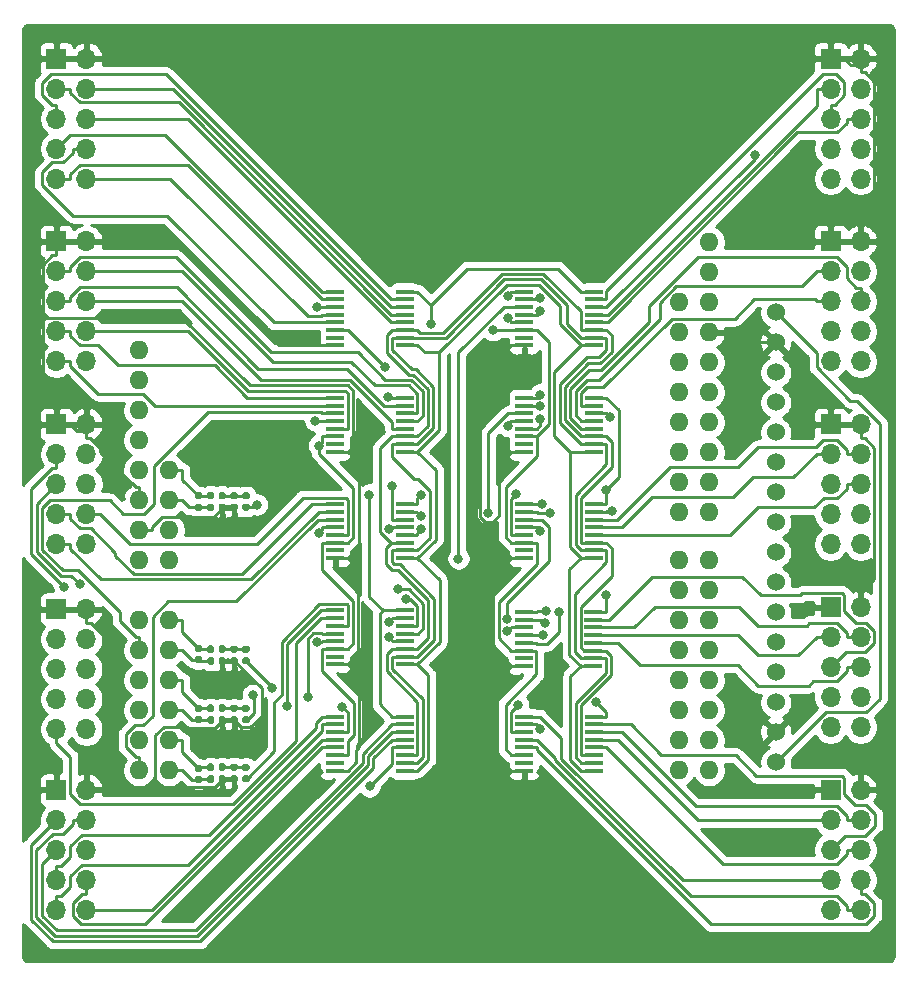
<source format=gbr>
G04 #@! TF.GenerationSoftware,KiCad,Pcbnew,5.1.6-c6e7f7d~86~ubuntu20.04.1*
G04 #@! TF.CreationDate,2020-05-29T21:56:25+02:00*
G04 #@! TF.ProjectId,Fulvetta,46756c76-6574-4746-912e-6b696361645f,rev?*
G04 #@! TF.SameCoordinates,Original*
G04 #@! TF.FileFunction,Copper,L1,Top*
G04 #@! TF.FilePolarity,Positive*
%FSLAX46Y46*%
G04 Gerber Fmt 4.6, Leading zero omitted, Abs format (unit mm)*
G04 Created by KiCad (PCBNEW 5.1.6-c6e7f7d~86~ubuntu20.04.1) date 2020-05-29 21:56:25*
%MOMM*%
%LPD*%
G01*
G04 APERTURE LIST*
G04 #@! TA.AperFunction,ComponentPad*
%ADD10C,1.524000*%
G04 #@! TD*
G04 #@! TA.AperFunction,ComponentPad*
%ADD11O,1.600000X1.600000*%
G04 #@! TD*
G04 #@! TA.AperFunction,SMDPad,CuDef*
%ADD12R,1.500000X0.450000*%
G04 #@! TD*
G04 #@! TA.AperFunction,ComponentPad*
%ADD13O,1.700000X1.700000*%
G04 #@! TD*
G04 #@! TA.AperFunction,ComponentPad*
%ADD14R,1.700000X1.700000*%
G04 #@! TD*
G04 #@! TA.AperFunction,ViaPad*
%ADD15C,0.800000*%
G04 #@! TD*
G04 #@! TA.AperFunction,Conductor*
%ADD16C,0.250000*%
G04 #@! TD*
G04 #@! TA.AperFunction,Conductor*
%ADD17C,0.254000*%
G04 #@! TD*
G04 APERTURE END LIST*
G04 #@! TA.AperFunction,SMDPad,CuDef*
G36*
G01*
X157307500Y-115760000D02*
X157652500Y-115760000D01*
G75*
G02*
X157800000Y-115907500I0J-147500D01*
G01*
X157800000Y-116202500D01*
G75*
G02*
X157652500Y-116350000I-147500J0D01*
G01*
X157307500Y-116350000D01*
G75*
G02*
X157160000Y-116202500I0J147500D01*
G01*
X157160000Y-115907500D01*
G75*
G02*
X157307500Y-115760000I147500J0D01*
G01*
G37*
G04 #@! TD.AperFunction*
G04 #@! TA.AperFunction,SMDPad,CuDef*
G36*
G01*
X157307500Y-114790000D02*
X157652500Y-114790000D01*
G75*
G02*
X157800000Y-114937500I0J-147500D01*
G01*
X157800000Y-115232500D01*
G75*
G02*
X157652500Y-115380000I-147500J0D01*
G01*
X157307500Y-115380000D01*
G75*
G02*
X157160000Y-115232500I0J147500D01*
G01*
X157160000Y-114937500D01*
G75*
G02*
X157307500Y-114790000I147500J0D01*
G01*
G37*
G04 #@! TD.AperFunction*
G04 #@! TA.AperFunction,SMDPad,CuDef*
G36*
G01*
X157307500Y-110680000D02*
X157652500Y-110680000D01*
G75*
G02*
X157800000Y-110827500I0J-147500D01*
G01*
X157800000Y-111122500D01*
G75*
G02*
X157652500Y-111270000I-147500J0D01*
G01*
X157307500Y-111270000D01*
G75*
G02*
X157160000Y-111122500I0J147500D01*
G01*
X157160000Y-110827500D01*
G75*
G02*
X157307500Y-110680000I147500J0D01*
G01*
G37*
G04 #@! TD.AperFunction*
G04 #@! TA.AperFunction,SMDPad,CuDef*
G36*
G01*
X157307500Y-109710000D02*
X157652500Y-109710000D01*
G75*
G02*
X157800000Y-109857500I0J-147500D01*
G01*
X157800000Y-110152500D01*
G75*
G02*
X157652500Y-110300000I-147500J0D01*
G01*
X157307500Y-110300000D01*
G75*
G02*
X157160000Y-110152500I0J147500D01*
G01*
X157160000Y-109857500D01*
G75*
G02*
X157307500Y-109710000I147500J0D01*
G01*
G37*
G04 #@! TD.AperFunction*
G04 #@! TA.AperFunction,SMDPad,CuDef*
G36*
G01*
X157307500Y-105600000D02*
X157652500Y-105600000D01*
G75*
G02*
X157800000Y-105747500I0J-147500D01*
G01*
X157800000Y-106042500D01*
G75*
G02*
X157652500Y-106190000I-147500J0D01*
G01*
X157307500Y-106190000D01*
G75*
G02*
X157160000Y-106042500I0J147500D01*
G01*
X157160000Y-105747500D01*
G75*
G02*
X157307500Y-105600000I147500J0D01*
G01*
G37*
G04 #@! TD.AperFunction*
G04 #@! TA.AperFunction,SMDPad,CuDef*
G36*
G01*
X157307500Y-104630000D02*
X157652500Y-104630000D01*
G75*
G02*
X157800000Y-104777500I0J-147500D01*
G01*
X157800000Y-105072500D01*
G75*
G02*
X157652500Y-105220000I-147500J0D01*
G01*
X157307500Y-105220000D01*
G75*
G02*
X157160000Y-105072500I0J147500D01*
G01*
X157160000Y-104777500D01*
G75*
G02*
X157307500Y-104630000I147500J0D01*
G01*
G37*
G04 #@! TD.AperFunction*
G04 #@! TA.AperFunction,SMDPad,CuDef*
G36*
G01*
X157327500Y-92690000D02*
X157672500Y-92690000D01*
G75*
G02*
X157820000Y-92837500I0J-147500D01*
G01*
X157820000Y-93132500D01*
G75*
G02*
X157672500Y-93280000I-147500J0D01*
G01*
X157327500Y-93280000D01*
G75*
G02*
X157180000Y-93132500I0J147500D01*
G01*
X157180000Y-92837500D01*
G75*
G02*
X157327500Y-92690000I147500J0D01*
G01*
G37*
G04 #@! TD.AperFunction*
G04 #@! TA.AperFunction,SMDPad,CuDef*
G36*
G01*
X157327500Y-91720000D02*
X157672500Y-91720000D01*
G75*
G02*
X157820000Y-91867500I0J-147500D01*
G01*
X157820000Y-92162500D01*
G75*
G02*
X157672500Y-92310000I-147500J0D01*
G01*
X157327500Y-92310000D01*
G75*
G02*
X157180000Y-92162500I0J147500D01*
G01*
X157180000Y-91867500D01*
G75*
G02*
X157327500Y-91720000I147500J0D01*
G01*
G37*
G04 #@! TD.AperFunction*
D10*
X206360000Y-76490000D03*
X206360000Y-79030000D03*
X206360000Y-81570000D03*
X206360000Y-84110000D03*
X206360000Y-86650000D03*
X206360000Y-89190000D03*
X206360000Y-91730000D03*
X206360000Y-94270000D03*
X206360000Y-96810000D03*
X206360000Y-99350000D03*
X206360000Y-101890000D03*
X206360000Y-104430000D03*
X206360000Y-106970000D03*
X206360000Y-109510000D03*
X206360000Y-112050000D03*
X206360000Y-114590000D03*
D11*
X200716000Y-112716000D03*
X200716000Y-115256000D03*
X200716000Y-73096000D03*
X200716000Y-75636000D03*
X200716000Y-78176000D03*
X200716000Y-80716000D03*
X200716000Y-83256000D03*
X200716000Y-85796000D03*
X200716000Y-88336000D03*
X200716000Y-90876000D03*
X200716000Y-97476000D03*
X200716000Y-100016000D03*
X200716000Y-102556000D03*
X200716000Y-105096000D03*
X200716000Y-107636000D03*
X200716000Y-110176000D03*
X200716000Y-93412000D03*
X200716000Y-70552000D03*
X198176000Y-115256000D03*
X198176000Y-112716000D03*
X198176000Y-110176000D03*
X198176000Y-107636000D03*
X198176000Y-105096000D03*
X198176000Y-102556000D03*
X198176000Y-100016000D03*
X198176000Y-97476000D03*
X198176000Y-93412000D03*
X198176000Y-90872000D03*
X198176000Y-88332000D03*
X198176000Y-85792000D03*
X198176000Y-83252000D03*
X198176000Y-80712000D03*
X198176000Y-78172000D03*
X198176000Y-75632000D03*
X154996000Y-115256000D03*
X154996000Y-112716000D03*
X154996000Y-110176000D03*
X154996000Y-107636000D03*
X154996000Y-105096000D03*
X154996000Y-102556000D03*
X154996000Y-97476000D03*
X154996000Y-94936000D03*
X154996000Y-92396000D03*
X154996000Y-89856000D03*
X152456000Y-115256000D03*
X152456000Y-112716000D03*
X152456000Y-110176000D03*
X152456000Y-107636000D03*
X152456000Y-105096000D03*
X152456000Y-102556000D03*
X152456000Y-97476000D03*
X152456000Y-94936000D03*
X152456000Y-92396000D03*
X152456000Y-89856000D03*
X152456000Y-87316000D03*
X152456000Y-84776000D03*
X152456000Y-82236000D03*
X152456000Y-79696000D03*
G04 #@! TA.AperFunction,SMDPad,CuDef*
G36*
G01*
X160327500Y-92690000D02*
X160672500Y-92690000D01*
G75*
G02*
X160820000Y-92837500I0J-147500D01*
G01*
X160820000Y-93132500D01*
G75*
G02*
X160672500Y-93280000I-147500J0D01*
G01*
X160327500Y-93280000D01*
G75*
G02*
X160180000Y-93132500I0J147500D01*
G01*
X160180000Y-92837500D01*
G75*
G02*
X160327500Y-92690000I147500J0D01*
G01*
G37*
G04 #@! TD.AperFunction*
G04 #@! TA.AperFunction,SMDPad,CuDef*
G36*
G01*
X160327500Y-91720000D02*
X160672500Y-91720000D01*
G75*
G02*
X160820000Y-91867500I0J-147500D01*
G01*
X160820000Y-92162500D01*
G75*
G02*
X160672500Y-92310000I-147500J0D01*
G01*
X160327500Y-92310000D01*
G75*
G02*
X160180000Y-92162500I0J147500D01*
G01*
X160180000Y-91867500D01*
G75*
G02*
X160327500Y-91720000I147500J0D01*
G01*
G37*
G04 #@! TD.AperFunction*
G04 #@! TA.AperFunction,SMDPad,CuDef*
G36*
G01*
X161672500Y-92310000D02*
X161327500Y-92310000D01*
G75*
G02*
X161180000Y-92162500I0J147500D01*
G01*
X161180000Y-91867500D01*
G75*
G02*
X161327500Y-91720000I147500J0D01*
G01*
X161672500Y-91720000D01*
G75*
G02*
X161820000Y-91867500I0J-147500D01*
G01*
X161820000Y-92162500D01*
G75*
G02*
X161672500Y-92310000I-147500J0D01*
G01*
G37*
G04 #@! TD.AperFunction*
G04 #@! TA.AperFunction,SMDPad,CuDef*
G36*
G01*
X161672500Y-93280000D02*
X161327500Y-93280000D01*
G75*
G02*
X161180000Y-93132500I0J147500D01*
G01*
X161180000Y-92837500D01*
G75*
G02*
X161327500Y-92690000I147500J0D01*
G01*
X161672500Y-92690000D01*
G75*
G02*
X161820000Y-92837500I0J-147500D01*
G01*
X161820000Y-93132500D01*
G75*
G02*
X161672500Y-93280000I-147500J0D01*
G01*
G37*
G04 #@! TD.AperFunction*
G04 #@! TA.AperFunction,SMDPad,CuDef*
G36*
G01*
X160327500Y-105690000D02*
X160672500Y-105690000D01*
G75*
G02*
X160820000Y-105837500I0J-147500D01*
G01*
X160820000Y-106132500D01*
G75*
G02*
X160672500Y-106280000I-147500J0D01*
G01*
X160327500Y-106280000D01*
G75*
G02*
X160180000Y-106132500I0J147500D01*
G01*
X160180000Y-105837500D01*
G75*
G02*
X160327500Y-105690000I147500J0D01*
G01*
G37*
G04 #@! TD.AperFunction*
G04 #@! TA.AperFunction,SMDPad,CuDef*
G36*
G01*
X160327500Y-104720000D02*
X160672500Y-104720000D01*
G75*
G02*
X160820000Y-104867500I0J-147500D01*
G01*
X160820000Y-105162500D01*
G75*
G02*
X160672500Y-105310000I-147500J0D01*
G01*
X160327500Y-105310000D01*
G75*
G02*
X160180000Y-105162500I0J147500D01*
G01*
X160180000Y-104867500D01*
G75*
G02*
X160327500Y-104720000I147500J0D01*
G01*
G37*
G04 #@! TD.AperFunction*
G04 #@! TA.AperFunction,SMDPad,CuDef*
G36*
G01*
X161672500Y-105310000D02*
X161327500Y-105310000D01*
G75*
G02*
X161180000Y-105162500I0J147500D01*
G01*
X161180000Y-104867500D01*
G75*
G02*
X161327500Y-104720000I147500J0D01*
G01*
X161672500Y-104720000D01*
G75*
G02*
X161820000Y-104867500I0J-147500D01*
G01*
X161820000Y-105162500D01*
G75*
G02*
X161672500Y-105310000I-147500J0D01*
G01*
G37*
G04 #@! TD.AperFunction*
G04 #@! TA.AperFunction,SMDPad,CuDef*
G36*
G01*
X161672500Y-106280000D02*
X161327500Y-106280000D01*
G75*
G02*
X161180000Y-106132500I0J147500D01*
G01*
X161180000Y-105837500D01*
G75*
G02*
X161327500Y-105690000I147500J0D01*
G01*
X161672500Y-105690000D01*
G75*
G02*
X161820000Y-105837500I0J-147500D01*
G01*
X161820000Y-106132500D01*
G75*
G02*
X161672500Y-106280000I-147500J0D01*
G01*
G37*
G04 #@! TD.AperFunction*
G04 #@! TA.AperFunction,SMDPad,CuDef*
G36*
G01*
X160327500Y-110690000D02*
X160672500Y-110690000D01*
G75*
G02*
X160820000Y-110837500I0J-147500D01*
G01*
X160820000Y-111132500D01*
G75*
G02*
X160672500Y-111280000I-147500J0D01*
G01*
X160327500Y-111280000D01*
G75*
G02*
X160180000Y-111132500I0J147500D01*
G01*
X160180000Y-110837500D01*
G75*
G02*
X160327500Y-110690000I147500J0D01*
G01*
G37*
G04 #@! TD.AperFunction*
G04 #@! TA.AperFunction,SMDPad,CuDef*
G36*
G01*
X160327500Y-109720000D02*
X160672500Y-109720000D01*
G75*
G02*
X160820000Y-109867500I0J-147500D01*
G01*
X160820000Y-110162500D01*
G75*
G02*
X160672500Y-110310000I-147500J0D01*
G01*
X160327500Y-110310000D01*
G75*
G02*
X160180000Y-110162500I0J147500D01*
G01*
X160180000Y-109867500D01*
G75*
G02*
X160327500Y-109720000I147500J0D01*
G01*
G37*
G04 #@! TD.AperFunction*
G04 #@! TA.AperFunction,SMDPad,CuDef*
G36*
G01*
X161672500Y-110310000D02*
X161327500Y-110310000D01*
G75*
G02*
X161180000Y-110162500I0J147500D01*
G01*
X161180000Y-109867500D01*
G75*
G02*
X161327500Y-109720000I147500J0D01*
G01*
X161672500Y-109720000D01*
G75*
G02*
X161820000Y-109867500I0J-147500D01*
G01*
X161820000Y-110162500D01*
G75*
G02*
X161672500Y-110310000I-147500J0D01*
G01*
G37*
G04 #@! TD.AperFunction*
G04 #@! TA.AperFunction,SMDPad,CuDef*
G36*
G01*
X161672500Y-111280000D02*
X161327500Y-111280000D01*
G75*
G02*
X161180000Y-111132500I0J147500D01*
G01*
X161180000Y-110837500D01*
G75*
G02*
X161327500Y-110690000I147500J0D01*
G01*
X161672500Y-110690000D01*
G75*
G02*
X161820000Y-110837500I0J-147500D01*
G01*
X161820000Y-111132500D01*
G75*
G02*
X161672500Y-111280000I-147500J0D01*
G01*
G37*
G04 #@! TD.AperFunction*
G04 #@! TA.AperFunction,SMDPad,CuDef*
G36*
G01*
X160327500Y-115675000D02*
X160672500Y-115675000D01*
G75*
G02*
X160820000Y-115822500I0J-147500D01*
G01*
X160820000Y-116117500D01*
G75*
G02*
X160672500Y-116265000I-147500J0D01*
G01*
X160327500Y-116265000D01*
G75*
G02*
X160180000Y-116117500I0J147500D01*
G01*
X160180000Y-115822500D01*
G75*
G02*
X160327500Y-115675000I147500J0D01*
G01*
G37*
G04 #@! TD.AperFunction*
G04 #@! TA.AperFunction,SMDPad,CuDef*
G36*
G01*
X160327500Y-114705000D02*
X160672500Y-114705000D01*
G75*
G02*
X160820000Y-114852500I0J-147500D01*
G01*
X160820000Y-115147500D01*
G75*
G02*
X160672500Y-115295000I-147500J0D01*
G01*
X160327500Y-115295000D01*
G75*
G02*
X160180000Y-115147500I0J147500D01*
G01*
X160180000Y-114852500D01*
G75*
G02*
X160327500Y-114705000I147500J0D01*
G01*
G37*
G04 #@! TD.AperFunction*
G04 #@! TA.AperFunction,SMDPad,CuDef*
G36*
G01*
X161672500Y-115310000D02*
X161327500Y-115310000D01*
G75*
G02*
X161180000Y-115162500I0J147500D01*
G01*
X161180000Y-114867500D01*
G75*
G02*
X161327500Y-114720000I147500J0D01*
G01*
X161672500Y-114720000D01*
G75*
G02*
X161820000Y-114867500I0J-147500D01*
G01*
X161820000Y-115162500D01*
G75*
G02*
X161672500Y-115310000I-147500J0D01*
G01*
G37*
G04 #@! TD.AperFunction*
G04 #@! TA.AperFunction,SMDPad,CuDef*
G36*
G01*
X161672500Y-116280000D02*
X161327500Y-116280000D01*
G75*
G02*
X161180000Y-116132500I0J147500D01*
G01*
X161180000Y-115837500D01*
G75*
G02*
X161327500Y-115690000I147500J0D01*
G01*
X161672500Y-115690000D01*
G75*
G02*
X161820000Y-115837500I0J-147500D01*
G01*
X161820000Y-116132500D01*
G75*
G02*
X161672500Y-116280000I-147500J0D01*
G01*
G37*
G04 #@! TD.AperFunction*
G04 #@! TA.AperFunction,SMDPad,CuDef*
G36*
G01*
X159190000Y-116172500D02*
X159190000Y-115827500D01*
G75*
G02*
X159337500Y-115680000I147500J0D01*
G01*
X159632500Y-115680000D01*
G75*
G02*
X159780000Y-115827500I0J-147500D01*
G01*
X159780000Y-116172500D01*
G75*
G02*
X159632500Y-116320000I-147500J0D01*
G01*
X159337500Y-116320000D01*
G75*
G02*
X159190000Y-116172500I0J147500D01*
G01*
G37*
G04 #@! TD.AperFunction*
G04 #@! TA.AperFunction,SMDPad,CuDef*
G36*
G01*
X158220000Y-116172500D02*
X158220000Y-115827500D01*
G75*
G02*
X158367500Y-115680000I147500J0D01*
G01*
X158662500Y-115680000D01*
G75*
G02*
X158810000Y-115827500I0J-147500D01*
G01*
X158810000Y-116172500D01*
G75*
G02*
X158662500Y-116320000I-147500J0D01*
G01*
X158367500Y-116320000D01*
G75*
G02*
X158220000Y-116172500I0J147500D01*
G01*
G37*
G04 #@! TD.AperFunction*
G04 #@! TA.AperFunction,SMDPad,CuDef*
G36*
G01*
X159190000Y-115172500D02*
X159190000Y-114827500D01*
G75*
G02*
X159337500Y-114680000I147500J0D01*
G01*
X159632500Y-114680000D01*
G75*
G02*
X159780000Y-114827500I0J-147500D01*
G01*
X159780000Y-115172500D01*
G75*
G02*
X159632500Y-115320000I-147500J0D01*
G01*
X159337500Y-115320000D01*
G75*
G02*
X159190000Y-115172500I0J147500D01*
G01*
G37*
G04 #@! TD.AperFunction*
G04 #@! TA.AperFunction,SMDPad,CuDef*
G36*
G01*
X158220000Y-115172500D02*
X158220000Y-114827500D01*
G75*
G02*
X158367500Y-114680000I147500J0D01*
G01*
X158662500Y-114680000D01*
G75*
G02*
X158810000Y-114827500I0J-147500D01*
G01*
X158810000Y-115172500D01*
G75*
G02*
X158662500Y-115320000I-147500J0D01*
G01*
X158367500Y-115320000D01*
G75*
G02*
X158220000Y-115172500I0J147500D01*
G01*
G37*
G04 #@! TD.AperFunction*
G04 #@! TA.AperFunction,SMDPad,CuDef*
G36*
G01*
X159190000Y-111172500D02*
X159190000Y-110827500D01*
G75*
G02*
X159337500Y-110680000I147500J0D01*
G01*
X159632500Y-110680000D01*
G75*
G02*
X159780000Y-110827500I0J-147500D01*
G01*
X159780000Y-111172500D01*
G75*
G02*
X159632500Y-111320000I-147500J0D01*
G01*
X159337500Y-111320000D01*
G75*
G02*
X159190000Y-111172500I0J147500D01*
G01*
G37*
G04 #@! TD.AperFunction*
G04 #@! TA.AperFunction,SMDPad,CuDef*
G36*
G01*
X158220000Y-111172500D02*
X158220000Y-110827500D01*
G75*
G02*
X158367500Y-110680000I147500J0D01*
G01*
X158662500Y-110680000D01*
G75*
G02*
X158810000Y-110827500I0J-147500D01*
G01*
X158810000Y-111172500D01*
G75*
G02*
X158662500Y-111320000I-147500J0D01*
G01*
X158367500Y-111320000D01*
G75*
G02*
X158220000Y-111172500I0J147500D01*
G01*
G37*
G04 #@! TD.AperFunction*
G04 #@! TA.AperFunction,SMDPad,CuDef*
G36*
G01*
X159190000Y-110172500D02*
X159190000Y-109827500D01*
G75*
G02*
X159337500Y-109680000I147500J0D01*
G01*
X159632500Y-109680000D01*
G75*
G02*
X159780000Y-109827500I0J-147500D01*
G01*
X159780000Y-110172500D01*
G75*
G02*
X159632500Y-110320000I-147500J0D01*
G01*
X159337500Y-110320000D01*
G75*
G02*
X159190000Y-110172500I0J147500D01*
G01*
G37*
G04 #@! TD.AperFunction*
G04 #@! TA.AperFunction,SMDPad,CuDef*
G36*
G01*
X158220000Y-110172500D02*
X158220000Y-109827500D01*
G75*
G02*
X158367500Y-109680000I147500J0D01*
G01*
X158662500Y-109680000D01*
G75*
G02*
X158810000Y-109827500I0J-147500D01*
G01*
X158810000Y-110172500D01*
G75*
G02*
X158662500Y-110320000I-147500J0D01*
G01*
X158367500Y-110320000D01*
G75*
G02*
X158220000Y-110172500I0J147500D01*
G01*
G37*
G04 #@! TD.AperFunction*
G04 #@! TA.AperFunction,SMDPad,CuDef*
G36*
G01*
X159190000Y-106172500D02*
X159190000Y-105827500D01*
G75*
G02*
X159337500Y-105680000I147500J0D01*
G01*
X159632500Y-105680000D01*
G75*
G02*
X159780000Y-105827500I0J-147500D01*
G01*
X159780000Y-106172500D01*
G75*
G02*
X159632500Y-106320000I-147500J0D01*
G01*
X159337500Y-106320000D01*
G75*
G02*
X159190000Y-106172500I0J147500D01*
G01*
G37*
G04 #@! TD.AperFunction*
G04 #@! TA.AperFunction,SMDPad,CuDef*
G36*
G01*
X158220000Y-106172500D02*
X158220000Y-105827500D01*
G75*
G02*
X158367500Y-105680000I147500J0D01*
G01*
X158662500Y-105680000D01*
G75*
G02*
X158810000Y-105827500I0J-147500D01*
G01*
X158810000Y-106172500D01*
G75*
G02*
X158662500Y-106320000I-147500J0D01*
G01*
X158367500Y-106320000D01*
G75*
G02*
X158220000Y-106172500I0J147500D01*
G01*
G37*
G04 #@! TD.AperFunction*
G04 #@! TA.AperFunction,SMDPad,CuDef*
G36*
G01*
X159190000Y-105172500D02*
X159190000Y-104827500D01*
G75*
G02*
X159337500Y-104680000I147500J0D01*
G01*
X159632500Y-104680000D01*
G75*
G02*
X159780000Y-104827500I0J-147500D01*
G01*
X159780000Y-105172500D01*
G75*
G02*
X159632500Y-105320000I-147500J0D01*
G01*
X159337500Y-105320000D01*
G75*
G02*
X159190000Y-105172500I0J147500D01*
G01*
G37*
G04 #@! TD.AperFunction*
G04 #@! TA.AperFunction,SMDPad,CuDef*
G36*
G01*
X158220000Y-105172500D02*
X158220000Y-104827500D01*
G75*
G02*
X158367500Y-104680000I147500J0D01*
G01*
X158662500Y-104680000D01*
G75*
G02*
X158810000Y-104827500I0J-147500D01*
G01*
X158810000Y-105172500D01*
G75*
G02*
X158662500Y-105320000I-147500J0D01*
G01*
X158367500Y-105320000D01*
G75*
G02*
X158220000Y-105172500I0J147500D01*
G01*
G37*
G04 #@! TD.AperFunction*
G04 #@! TA.AperFunction,SMDPad,CuDef*
G36*
G01*
X159190000Y-93172500D02*
X159190000Y-92827500D01*
G75*
G02*
X159337500Y-92680000I147500J0D01*
G01*
X159632500Y-92680000D01*
G75*
G02*
X159780000Y-92827500I0J-147500D01*
G01*
X159780000Y-93172500D01*
G75*
G02*
X159632500Y-93320000I-147500J0D01*
G01*
X159337500Y-93320000D01*
G75*
G02*
X159190000Y-93172500I0J147500D01*
G01*
G37*
G04 #@! TD.AperFunction*
G04 #@! TA.AperFunction,SMDPad,CuDef*
G36*
G01*
X158220000Y-93172500D02*
X158220000Y-92827500D01*
G75*
G02*
X158367500Y-92680000I147500J0D01*
G01*
X158662500Y-92680000D01*
G75*
G02*
X158810000Y-92827500I0J-147500D01*
G01*
X158810000Y-93172500D01*
G75*
G02*
X158662500Y-93320000I-147500J0D01*
G01*
X158367500Y-93320000D01*
G75*
G02*
X158220000Y-93172500I0J147500D01*
G01*
G37*
G04 #@! TD.AperFunction*
G04 #@! TA.AperFunction,SMDPad,CuDef*
G36*
G01*
X159190000Y-92172500D02*
X159190000Y-91827500D01*
G75*
G02*
X159337500Y-91680000I147500J0D01*
G01*
X159632500Y-91680000D01*
G75*
G02*
X159780000Y-91827500I0J-147500D01*
G01*
X159780000Y-92172500D01*
G75*
G02*
X159632500Y-92320000I-147500J0D01*
G01*
X159337500Y-92320000D01*
G75*
G02*
X159190000Y-92172500I0J147500D01*
G01*
G37*
G04 #@! TD.AperFunction*
G04 #@! TA.AperFunction,SMDPad,CuDef*
G36*
G01*
X158220000Y-92172500D02*
X158220000Y-91827500D01*
G75*
G02*
X158367500Y-91680000I147500J0D01*
G01*
X158662500Y-91680000D01*
G75*
G02*
X158810000Y-91827500I0J-147500D01*
G01*
X158810000Y-92172500D01*
G75*
G02*
X158662500Y-92320000I-147500J0D01*
G01*
X158367500Y-92320000D01*
G75*
G02*
X158220000Y-92172500I0J147500D01*
G01*
G37*
G04 #@! TD.AperFunction*
D12*
X190950000Y-110725000D03*
X190950000Y-111375000D03*
X190950000Y-112025000D03*
X190950000Y-112675000D03*
X190950000Y-113325000D03*
X190950000Y-113975000D03*
X190950000Y-114625000D03*
X190950000Y-115275000D03*
X185050000Y-115275000D03*
X185050000Y-114625000D03*
X185050000Y-113975000D03*
X185050000Y-113325000D03*
X185050000Y-112675000D03*
X185050000Y-112025000D03*
X185050000Y-111375000D03*
X185050000Y-110725000D03*
X174950000Y-110725000D03*
X174950000Y-111375000D03*
X174950000Y-112025000D03*
X174950000Y-112675000D03*
X174950000Y-113325000D03*
X174950000Y-113975000D03*
X174950000Y-114625000D03*
X174950000Y-115275000D03*
X169050000Y-115275000D03*
X169050000Y-114625000D03*
X169050000Y-113975000D03*
X169050000Y-113325000D03*
X169050000Y-112675000D03*
X169050000Y-112025000D03*
X169050000Y-111375000D03*
X169050000Y-110725000D03*
X190910000Y-101865000D03*
X190910000Y-102515000D03*
X190910000Y-103165000D03*
X190910000Y-103815000D03*
X190910000Y-104465000D03*
X190910000Y-105115000D03*
X190910000Y-105765000D03*
X190910000Y-106415000D03*
X185010000Y-106415000D03*
X185010000Y-105765000D03*
X185010000Y-105115000D03*
X185010000Y-104465000D03*
X185010000Y-103815000D03*
X185010000Y-103165000D03*
X185010000Y-102515000D03*
X185010000Y-101865000D03*
X174950000Y-101725000D03*
X174950000Y-102375000D03*
X174950000Y-103025000D03*
X174950000Y-103675000D03*
X174950000Y-104325000D03*
X174950000Y-104975000D03*
X174950000Y-105625000D03*
X174950000Y-106275000D03*
X169050000Y-106275000D03*
X169050000Y-105625000D03*
X169050000Y-104975000D03*
X169050000Y-104325000D03*
X169050000Y-103675000D03*
X169050000Y-103025000D03*
X169050000Y-102375000D03*
X169050000Y-101725000D03*
X190950000Y-92725000D03*
X190950000Y-93375000D03*
X190950000Y-94025000D03*
X190950000Y-94675000D03*
X190950000Y-95325000D03*
X190950000Y-95975000D03*
X190950000Y-96625000D03*
X190950000Y-97275000D03*
X185050000Y-97275000D03*
X185050000Y-96625000D03*
X185050000Y-95975000D03*
X185050000Y-95325000D03*
X185050000Y-94675000D03*
X185050000Y-94025000D03*
X185050000Y-93375000D03*
X185050000Y-92725000D03*
X174950000Y-92725000D03*
X174950000Y-93375000D03*
X174950000Y-94025000D03*
X174950000Y-94675000D03*
X174950000Y-95325000D03*
X174950000Y-95975000D03*
X174950000Y-96625000D03*
X174950000Y-97275000D03*
X169050000Y-97275000D03*
X169050000Y-96625000D03*
X169050000Y-95975000D03*
X169050000Y-95325000D03*
X169050000Y-94675000D03*
X169050000Y-94025000D03*
X169050000Y-93375000D03*
X169050000Y-92725000D03*
X190950000Y-83725000D03*
X190950000Y-84375000D03*
X190950000Y-85025000D03*
X190950000Y-85675000D03*
X190950000Y-86325000D03*
X190950000Y-86975000D03*
X190950000Y-87625000D03*
X190950000Y-88275000D03*
X185050000Y-88275000D03*
X185050000Y-87625000D03*
X185050000Y-86975000D03*
X185050000Y-86325000D03*
X185050000Y-85675000D03*
X185050000Y-85025000D03*
X185050000Y-84375000D03*
X185050000Y-83725000D03*
X174950000Y-83725000D03*
X174950000Y-84375000D03*
X174950000Y-85025000D03*
X174950000Y-85675000D03*
X174950000Y-86325000D03*
X174950000Y-86975000D03*
X174950000Y-87625000D03*
X174950000Y-88275000D03*
X169050000Y-88275000D03*
X169050000Y-87625000D03*
X169050000Y-86975000D03*
X169050000Y-86325000D03*
X169050000Y-85675000D03*
X169050000Y-85025000D03*
X169050000Y-84375000D03*
X169050000Y-83725000D03*
X190950000Y-74725000D03*
X190950000Y-75375000D03*
X190950000Y-76025000D03*
X190950000Y-76675000D03*
X190950000Y-77325000D03*
X190950000Y-77975000D03*
X190950000Y-78625000D03*
X190950000Y-79275000D03*
X185050000Y-79275000D03*
X185050000Y-78625000D03*
X185050000Y-77975000D03*
X185050000Y-77325000D03*
X185050000Y-76675000D03*
X185050000Y-76025000D03*
X185050000Y-75375000D03*
X185050000Y-74725000D03*
X174950000Y-74725000D03*
X174950000Y-75375000D03*
X174950000Y-76025000D03*
X174950000Y-76675000D03*
X174950000Y-77325000D03*
X174950000Y-77975000D03*
X174950000Y-78625000D03*
X174950000Y-79275000D03*
X169050000Y-79275000D03*
X169050000Y-78625000D03*
X169050000Y-77975000D03*
X169050000Y-77325000D03*
X169050000Y-76675000D03*
X169050000Y-76025000D03*
X169050000Y-75375000D03*
X169050000Y-74725000D03*
D13*
X213540000Y-127080000D03*
X211000000Y-127080000D03*
X213540000Y-124540000D03*
X211000000Y-124540000D03*
X213540000Y-122000000D03*
X211000000Y-122000000D03*
X213540000Y-119460000D03*
X211000000Y-119460000D03*
X213540000Y-116920000D03*
D14*
X211000000Y-116920000D03*
D13*
X148000000Y-127080000D03*
X145460000Y-127080000D03*
X148000000Y-124540000D03*
X145460000Y-124540000D03*
X148000000Y-122000000D03*
X145460000Y-122000000D03*
X148000000Y-119460000D03*
X145460000Y-119460000D03*
X148000000Y-116920000D03*
D14*
X145460000Y-116920000D03*
D13*
X213540000Y-111600000D03*
X211000000Y-111600000D03*
X213540000Y-109060000D03*
X211000000Y-109060000D03*
X213540000Y-106520000D03*
X211000000Y-106520000D03*
X213540000Y-103980000D03*
X211000000Y-103980000D03*
X213540000Y-101440000D03*
D14*
X211000000Y-101440000D03*
D13*
X148000000Y-111760000D03*
X145460000Y-111760000D03*
X148000000Y-109220000D03*
X145460000Y-109220000D03*
X148000000Y-106680000D03*
X145460000Y-106680000D03*
X148000000Y-104140000D03*
X145460000Y-104140000D03*
X148000000Y-101600000D03*
D14*
X145460000Y-101600000D03*
D13*
X213540000Y-96120000D03*
X211000000Y-96120000D03*
X213540000Y-93580000D03*
X211000000Y-93580000D03*
X213540000Y-91040000D03*
X211000000Y-91040000D03*
X213540000Y-88500000D03*
X211000000Y-88500000D03*
X213540000Y-85960000D03*
D14*
X211000000Y-85960000D03*
D13*
X148000000Y-96120000D03*
X145460000Y-96120000D03*
X148000000Y-93580000D03*
X145460000Y-93580000D03*
X148000000Y-91040000D03*
X145460000Y-91040000D03*
X148000000Y-88500000D03*
X145460000Y-88500000D03*
X148000000Y-85960000D03*
D14*
X145460000Y-85960000D03*
D13*
X213540000Y-80640000D03*
X211000000Y-80640000D03*
X213540000Y-78100000D03*
X211000000Y-78100000D03*
X213540000Y-75560000D03*
X211000000Y-75560000D03*
X213540000Y-73020000D03*
X211000000Y-73020000D03*
X213540000Y-70480000D03*
D14*
X211000000Y-70480000D03*
D13*
X148000000Y-80640000D03*
X145460000Y-80640000D03*
X148000000Y-78100000D03*
X145460000Y-78100000D03*
X148000000Y-75560000D03*
X145460000Y-75560000D03*
X148000000Y-73020000D03*
X145460000Y-73020000D03*
X148000000Y-70480000D03*
D14*
X145460000Y-70480000D03*
D13*
X213540000Y-65160000D03*
X211000000Y-65160000D03*
X213540000Y-62620000D03*
X211000000Y-62620000D03*
X213540000Y-60080000D03*
X211000000Y-60080000D03*
X213540000Y-57540000D03*
X211000000Y-57540000D03*
X213540000Y-55000000D03*
D14*
X211000000Y-55000000D03*
D13*
X148000000Y-65160000D03*
X145460000Y-65160000D03*
X148000000Y-62620000D03*
X145460000Y-62620000D03*
X148000000Y-60080000D03*
X145460000Y-60080000D03*
X148000000Y-57540000D03*
X145460000Y-57540000D03*
X148000000Y-55000000D03*
D14*
X145460000Y-55000000D03*
D15*
X186437700Y-76362600D03*
X186445600Y-75296300D03*
X183685200Y-76984500D03*
X183665700Y-75065400D03*
X204589000Y-63201400D03*
X182424100Y-110481300D03*
X184800000Y-81400000D03*
X159400000Y-86200000D03*
X166472200Y-117327800D03*
X206200000Y-121200000D03*
X187000000Y-108200000D03*
X180400000Y-101800000D03*
X182413300Y-77986000D03*
X167696500Y-87771700D03*
X173250200Y-81099900D03*
X179489600Y-97324200D03*
X167384200Y-85659300D03*
X183692000Y-86101000D03*
X186400700Y-84453500D03*
X186410700Y-85552600D03*
X186404600Y-83445700D03*
X192314300Y-85331200D03*
X186418000Y-94979100D03*
X187234300Y-93474600D03*
X184390300Y-91887200D03*
X186534100Y-92725000D03*
X192470400Y-93340500D03*
X167688100Y-95186600D03*
X176303400Y-94851100D03*
X176334000Y-93759300D03*
X147437300Y-99478300D03*
X173874700Y-91178100D03*
X173587300Y-94789000D03*
X146129700Y-99726800D03*
X166721900Y-109088200D03*
X167529900Y-104390400D03*
X164979400Y-109804900D03*
X173599400Y-103970200D03*
X173595700Y-102694200D03*
X175037300Y-100714500D03*
X174382500Y-99932600D03*
X186673500Y-103838300D03*
X186803100Y-102758600D03*
X188024700Y-101851200D03*
X186874400Y-101752500D03*
X171974200Y-116617400D03*
X186415700Y-111780600D03*
X167560200Y-76025000D03*
X182011000Y-93478400D03*
X183648500Y-102412800D03*
X162100000Y-108900700D03*
X183648500Y-103464400D03*
X163733300Y-108328500D03*
X169667000Y-109899300D03*
X162431200Y-92753100D03*
X184534300Y-109729900D03*
X192025300Y-91486200D03*
X173571500Y-83648100D03*
X191177400Y-109452600D03*
X177149600Y-77478500D03*
X191985300Y-100453500D03*
X171945200Y-91907700D03*
X176306700Y-91907700D03*
D16*
X186437700Y-76362600D02*
X186125300Y-76675000D01*
X185050000Y-76675000D02*
X186125300Y-76675000D01*
X185050000Y-75375000D02*
X186125300Y-75375000D01*
X186445600Y-75296300D02*
X186204000Y-75296300D01*
X186204000Y-75296300D02*
X186125300Y-75375000D01*
X185050000Y-77325000D02*
X183974700Y-77325000D01*
X183974700Y-77325000D02*
X183974700Y-77274000D01*
X183974700Y-77274000D02*
X183685200Y-76984500D01*
X183665700Y-75065400D02*
X183974700Y-74756400D01*
X183974700Y-74756400D02*
X183974700Y-74725000D01*
X185050000Y-74725000D02*
X183974700Y-74725000D01*
X192025300Y-77325000D02*
X192128100Y-77325000D01*
X192128100Y-77325000D02*
X208197800Y-61255300D01*
X208197800Y-61255300D02*
X211556800Y-61255300D01*
X211556800Y-61255300D02*
X212364700Y-60447400D01*
X212364700Y-60447400D02*
X212364700Y-60080000D01*
X213540000Y-60080000D02*
X212364700Y-60080000D01*
X190950000Y-77325000D02*
X192025300Y-77325000D01*
X211000000Y-58904700D02*
X211367400Y-58904700D01*
X211367400Y-58904700D02*
X212175300Y-58096800D01*
X212175300Y-58096800D02*
X212175300Y-57015000D01*
X212175300Y-57015000D02*
X211493100Y-56332800D01*
X211493100Y-56332800D02*
X210377800Y-56332800D01*
X210377800Y-56332800D02*
X192025300Y-74685300D01*
X192025300Y-74685300D02*
X192025300Y-75375000D01*
X211000000Y-60080000D02*
X211000000Y-58904700D01*
X190950000Y-75375000D02*
X192025300Y-75375000D01*
X204589000Y-63201400D02*
X204589000Y-63461300D01*
X204589000Y-63461300D02*
X192025300Y-76025000D01*
X192025300Y-76025000D02*
X190950000Y-76025000D01*
X192025300Y-76675000D02*
X192141200Y-76675000D01*
X192141200Y-76675000D02*
X209824700Y-58991500D01*
X209824700Y-58991500D02*
X209824700Y-57540000D01*
X190950000Y-76675000D02*
X192025300Y-76675000D01*
X211000000Y-57540000D02*
X209824700Y-57540000D01*
X211000000Y-85960000D02*
X211000000Y-83670000D01*
X211000000Y-83670000D02*
X206360000Y-79030000D01*
X211000000Y-85960000D02*
X212364700Y-85960000D01*
X182365800Y-94241600D02*
X181715900Y-94241600D01*
X181715900Y-94241600D02*
X181285600Y-93811300D01*
X181285600Y-93811300D02*
X181285600Y-81964100D01*
X181285600Y-81964100D02*
X183974700Y-79275000D01*
X170125300Y-106275000D02*
X171097100Y-107246800D01*
X171097100Y-107246800D02*
X171097100Y-113321500D01*
X171097100Y-113321500D02*
X170862600Y-113556000D01*
X170862600Y-113556000D02*
X170862600Y-114537700D01*
X170862600Y-114537700D02*
X170125300Y-115275000D01*
X169050000Y-115275000D02*
X170125300Y-115275000D01*
X170125300Y-97275000D02*
X171036900Y-98186600D01*
X171036900Y-98186600D02*
X171036900Y-105363400D01*
X171036900Y-105363400D02*
X170125300Y-106275000D01*
X169050000Y-106275000D02*
X170125300Y-106275000D01*
X170125300Y-97275000D02*
X171041600Y-96358700D01*
X171041600Y-96358700D02*
X171041600Y-89191300D01*
X171041600Y-89191300D02*
X170125300Y-88275000D01*
X183974700Y-97275000D02*
X182422800Y-98826900D01*
X182422800Y-98826900D02*
X182422800Y-104903100D01*
X182422800Y-104903100D02*
X183934700Y-106415000D01*
X182424100Y-110481300D02*
X182424100Y-107925600D01*
X182424100Y-107925600D02*
X183934700Y-106415000D01*
X182365800Y-94241600D02*
X182365800Y-95666100D01*
X182365800Y-95666100D02*
X183974700Y-97275000D01*
X182365800Y-94241600D02*
X182912000Y-93695400D01*
X182912000Y-93695400D02*
X182912000Y-89337700D01*
X182912000Y-89337700D02*
X183974700Y-88275000D01*
X185050000Y-97275000D02*
X183974700Y-97275000D01*
X185010000Y-106415000D02*
X183934700Y-106415000D01*
X183974700Y-115275000D02*
X182424100Y-113724400D01*
X182424100Y-113724400D02*
X182424100Y-110481300D01*
X153826400Y-116676000D02*
X158847500Y-116676000D01*
X158847500Y-116676000D02*
X159485000Y-116038500D01*
X159485000Y-116038500D02*
X159485000Y-116000000D01*
X149384700Y-116676000D02*
X153826400Y-116676000D01*
X153826400Y-116676000D02*
X153826400Y-112280900D01*
X153826400Y-112280900D02*
X154529000Y-111578300D01*
X154529000Y-111578300D02*
X156504000Y-111578300D01*
X156504000Y-111578300D02*
X156571700Y-111646000D01*
X156571700Y-111646000D02*
X158913200Y-111646000D01*
X158913200Y-111646000D02*
X159485000Y-111074200D01*
X159485000Y-111074200D02*
X159485000Y-111000000D01*
X160500000Y-110985000D02*
X161123900Y-111608900D01*
X161123900Y-111608900D02*
X161868000Y-111608900D01*
X161868000Y-111608900D02*
X162825300Y-110651600D01*
X162825300Y-110651600D02*
X162825300Y-108325300D01*
X162825300Y-108325300D02*
X160500000Y-106000000D01*
X160500000Y-115970000D02*
X160470000Y-116000000D01*
X160470000Y-116000000D02*
X159485000Y-116000000D01*
X159485000Y-111000000D02*
X160485000Y-111000000D01*
X160485000Y-111000000D02*
X160500000Y-110985000D01*
X149384700Y-116676000D02*
X149384700Y-116710600D01*
X149384700Y-116710600D02*
X149175300Y-116920000D01*
X148000000Y-102775300D02*
X148367300Y-102775300D01*
X148367300Y-102775300D02*
X149384700Y-103792700D01*
X149384700Y-103792700D02*
X149384700Y-116676000D01*
X185050000Y-79275000D02*
X183974700Y-79275000D01*
X185050000Y-88275000D02*
X183974700Y-88275000D01*
X159485000Y-93000000D02*
X160485000Y-93000000D01*
X160485000Y-93000000D02*
X160500000Y-92985000D01*
X153581300Y-94936000D02*
X153581300Y-94654600D01*
X153581300Y-94654600D02*
X154425200Y-93810700D01*
X154425200Y-93810700D02*
X158761300Y-93810700D01*
X158761300Y-93810700D02*
X159485000Y-93087000D01*
X159485000Y-93087000D02*
X159485000Y-93000000D01*
X160500000Y-106000000D02*
X160500000Y-105985000D01*
X160500000Y-106000000D02*
X159485000Y-106000000D01*
X169050000Y-79275000D02*
X164279600Y-79275000D01*
X164279600Y-79275000D02*
X155484600Y-70480000D01*
X155484600Y-70480000D02*
X148000000Y-70480000D01*
X144284700Y-76921000D02*
X156100300Y-76921000D01*
X156100300Y-76921000D02*
X161831800Y-82652500D01*
X161831800Y-82652500D02*
X170122600Y-82652500D01*
X170122600Y-82652500D02*
X170589500Y-83119400D01*
X170589500Y-83119400D02*
X170589500Y-87810800D01*
X170589500Y-87810800D02*
X170125300Y-88275000D01*
X169050000Y-97275000D02*
X170125300Y-97275000D01*
X213540000Y-85960000D02*
X213540000Y-87135300D01*
X213540000Y-101440000D02*
X213540000Y-100264700D01*
X213540000Y-100264700D02*
X214715300Y-99089400D01*
X214715300Y-99089400D02*
X214715300Y-87943200D01*
X214715300Y-87943200D02*
X213907400Y-87135300D01*
X213907400Y-87135300D02*
X213540000Y-87135300D01*
X185050000Y-115275000D02*
X183974700Y-115275000D01*
X152456000Y-94936000D02*
X153581300Y-94936000D01*
X148000000Y-101600000D02*
X148000000Y-102775300D01*
X145460000Y-85960000D02*
X146635300Y-85960000D01*
X148000000Y-86547600D02*
X147222900Y-86547600D01*
X147222900Y-86547600D02*
X146635300Y-85960000D01*
X148000000Y-86547600D02*
X148000000Y-87135300D01*
X148000000Y-85960000D02*
X148000000Y-86547600D01*
X145460000Y-85960000D02*
X145460000Y-84784700D01*
X144284700Y-76921000D02*
X144284700Y-83609400D01*
X144284700Y-83609400D02*
X145460000Y-84784700D01*
X144284700Y-76921000D02*
X144284700Y-72463300D01*
X144284700Y-72463300D02*
X145092700Y-71655300D01*
X145092700Y-71655300D02*
X145460000Y-71655300D01*
X152456000Y-92396000D02*
X152456000Y-91270700D01*
X152456000Y-91270700D02*
X152174600Y-91270700D01*
X152174600Y-91270700D02*
X149175300Y-88271400D01*
X149175300Y-88271400D02*
X149175300Y-87987300D01*
X149175300Y-87987300D02*
X148323300Y-87135300D01*
X148323300Y-87135300D02*
X148000000Y-87135300D01*
X169050000Y-88275000D02*
X170125300Y-88275000D01*
X213540000Y-85960000D02*
X212364700Y-85960000D01*
X145460000Y-70480000D02*
X145460000Y-71655300D01*
X146824700Y-70480000D02*
X145460000Y-70480000D01*
X200716000Y-78176000D02*
X201841300Y-78176000D01*
X206360000Y-79030000D02*
X202695300Y-79030000D01*
X202695300Y-79030000D02*
X201841300Y-78176000D01*
X211000000Y-55000000D02*
X212175300Y-55000000D01*
X213540000Y-55553800D02*
X212729100Y-55553800D01*
X212729100Y-55553800D02*
X212175300Y-55000000D01*
X213540000Y-55553800D02*
X213540000Y-56175300D01*
X213540000Y-55000000D02*
X213540000Y-55553800D01*
X148000000Y-70480000D02*
X146824700Y-70480000D01*
X148000000Y-116920000D02*
X149175300Y-116920000D01*
X213540000Y-70480000D02*
X213540000Y-69304700D01*
X213540000Y-56175300D02*
X213907300Y-56175300D01*
X213907300Y-56175300D02*
X214715300Y-56983300D01*
X214715300Y-56983300D02*
X214715300Y-68129400D01*
X214715300Y-68129400D02*
X213540000Y-69304700D01*
X176025300Y-104975000D02*
X176951300Y-104049000D01*
X176951300Y-104049000D02*
X176951300Y-100877000D01*
X176951300Y-100877000D02*
X174351800Y-98277500D01*
X174351800Y-98277500D02*
X173854700Y-98277500D01*
X173854700Y-98277500D02*
X173396600Y-97819400D01*
X173396600Y-97819400D02*
X173396600Y-96453100D01*
X173396600Y-96453100D02*
X173811200Y-96038500D01*
X192025300Y-86975000D02*
X192475600Y-87425300D01*
X192475600Y-87425300D02*
X192475600Y-89598100D01*
X192475600Y-89598100D02*
X189874700Y-92199000D01*
X189874700Y-92199000D02*
X189874700Y-95975000D01*
X191985300Y-105115000D02*
X192446300Y-105576000D01*
X192446300Y-105576000D02*
X192446300Y-107158000D01*
X192446300Y-107158000D02*
X189874700Y-109729600D01*
X189874700Y-109729600D02*
X189874700Y-113975000D01*
X176025300Y-77975000D02*
X176254100Y-78203800D01*
X176254100Y-78203800D02*
X178227800Y-78203800D01*
X178227800Y-78203800D02*
X183201400Y-73230200D01*
X183201400Y-73230200D02*
X186697800Y-73230200D01*
X186697800Y-73230200D02*
X189874700Y-76407100D01*
X189874700Y-76407100D02*
X189874700Y-77975000D01*
X190372400Y-105115000D02*
X190103500Y-105115000D01*
X190103500Y-105115000D02*
X189834700Y-104846200D01*
X189834700Y-104846200D02*
X189834700Y-101464700D01*
X189834700Y-101464700D02*
X192475600Y-98823800D01*
X192475600Y-98823800D02*
X192475600Y-96425300D01*
X192475600Y-96425300D02*
X192025300Y-95975000D01*
X190910000Y-105115000D02*
X191985300Y-105115000D01*
X190950000Y-113975000D02*
X189874700Y-113975000D01*
X190910000Y-105115000D02*
X190372400Y-105115000D01*
X190950000Y-95975000D02*
X189874700Y-95975000D01*
X190950000Y-95975000D02*
X192025300Y-95975000D01*
X173811200Y-96038500D02*
X173874700Y-95975000D01*
X174950000Y-86975000D02*
X173868100Y-86975000D01*
X173868100Y-86975000D02*
X172862000Y-87981100D01*
X172862000Y-87981100D02*
X172862000Y-95089400D01*
X172862000Y-95089400D02*
X173811200Y-96038500D01*
X176025300Y-86975000D02*
X176925900Y-86074400D01*
X176925900Y-86074400D02*
X176925900Y-82990800D01*
X176925900Y-82990800D02*
X175688300Y-81753200D01*
X175688300Y-81753200D02*
X175287900Y-81753200D01*
X175287900Y-81753200D02*
X173424400Y-79889700D01*
X173424400Y-79889700D02*
X173424400Y-78425300D01*
X173424400Y-78425300D02*
X173874700Y-77975000D01*
X174950000Y-86975000D02*
X176025300Y-86975000D01*
X174950000Y-77975000D02*
X173874700Y-77975000D01*
X175487700Y-77975000D02*
X174950000Y-77975000D01*
X175487700Y-77975000D02*
X176025300Y-77975000D01*
X174950000Y-95975000D02*
X173874700Y-95975000D01*
X174950000Y-104975000D02*
X176025300Y-104975000D01*
X189874700Y-86975000D02*
X188514000Y-85614300D01*
X188514000Y-85614300D02*
X188514000Y-82770100D01*
X188514000Y-82770100D02*
X190486300Y-80797800D01*
X190486300Y-80797800D02*
X191515700Y-80797800D01*
X191515700Y-80797800D02*
X192479500Y-79834000D01*
X192479500Y-79834000D02*
X192479500Y-78429200D01*
X192479500Y-78429200D02*
X192025300Y-77975000D01*
X174950000Y-104975000D02*
X173874700Y-104975000D01*
X174950000Y-113975000D02*
X176025300Y-113975000D01*
X176025300Y-113975000D02*
X176025300Y-109445100D01*
X176025300Y-109445100D02*
X173420000Y-106839800D01*
X173420000Y-106839800D02*
X173420000Y-105429700D01*
X173420000Y-105429700D02*
X173874700Y-104975000D01*
X190950000Y-86975000D02*
X189874700Y-86975000D01*
X190950000Y-77975000D02*
X192025300Y-77975000D01*
X190950000Y-86975000D02*
X192025300Y-86975000D01*
X190950000Y-77975000D02*
X189874700Y-77975000D01*
X176025300Y-105625000D02*
X177452300Y-104198000D01*
X177452300Y-104198000D02*
X177452300Y-100725000D01*
X177452300Y-100725000D02*
X174554400Y-97827100D01*
X174554400Y-97827100D02*
X174050700Y-97827100D01*
X174050700Y-97827100D02*
X173874700Y-97651100D01*
X173874700Y-97651100D02*
X173874700Y-96625000D01*
X192025300Y-87625000D02*
X192025300Y-89340100D01*
X192025300Y-89340100D02*
X189424300Y-91941100D01*
X189424300Y-91941100D02*
X189424300Y-96174600D01*
X189424300Y-96174600D02*
X189874700Y-96625000D01*
X191985300Y-105765000D02*
X191985300Y-106982100D01*
X191985300Y-106982100D02*
X189424400Y-109543000D01*
X189424400Y-109543000D02*
X189424400Y-114161600D01*
X189424400Y-114161600D02*
X189874600Y-114611800D01*
X189874600Y-114611800D02*
X189874700Y-114611800D01*
X189874700Y-114611800D02*
X189874700Y-114625000D01*
X174950000Y-78625000D02*
X176025300Y-78625000D01*
X176025300Y-78625000D02*
X176054400Y-78654100D01*
X176054400Y-78654100D02*
X178414400Y-78654100D01*
X178414400Y-78654100D02*
X183388000Y-73680500D01*
X183388000Y-73680500D02*
X186511200Y-73680500D01*
X186511200Y-73680500D02*
X188713400Y-75882700D01*
X188713400Y-75882700D02*
X188713400Y-77463700D01*
X188713400Y-77463700D02*
X189874700Y-78625000D01*
X176025300Y-96625000D02*
X177093000Y-95557300D01*
X177093000Y-95557300D02*
X177093000Y-91611800D01*
X177093000Y-91611800D02*
X176048500Y-90567300D01*
X176048500Y-90567300D02*
X175753200Y-90567300D01*
X175753200Y-90567300D02*
X173874700Y-88688800D01*
X173874700Y-88688800D02*
X173874700Y-87625000D01*
X174950000Y-96625000D02*
X176025300Y-96625000D01*
X190910000Y-105765000D02*
X189834700Y-105765000D01*
X190950000Y-96625000D02*
X192025300Y-96625000D01*
X192025300Y-96625000D02*
X192025300Y-97641100D01*
X192025300Y-97641100D02*
X189350300Y-100316100D01*
X189350300Y-100316100D02*
X189350300Y-105280600D01*
X189350300Y-105280600D02*
X189834700Y-105765000D01*
X190412400Y-96625000D02*
X190950000Y-96625000D01*
X190412400Y-96625000D02*
X189874700Y-96625000D01*
X190950000Y-87625000D02*
X192025300Y-87625000D01*
X189874700Y-87625000D02*
X188063700Y-85814000D01*
X188063700Y-85814000D02*
X188063700Y-82583400D01*
X188063700Y-82583400D02*
X190387500Y-80259600D01*
X190387500Y-80259600D02*
X191415100Y-80259600D01*
X191415100Y-80259600D02*
X192025300Y-79649400D01*
X192025300Y-79649400D02*
X192025300Y-78625000D01*
X191447700Y-105765000D02*
X190910000Y-105765000D01*
X191447700Y-105765000D02*
X191985300Y-105765000D01*
X190950000Y-114625000D02*
X189874700Y-114625000D01*
X176025300Y-87625000D02*
X177376200Y-86274100D01*
X177376200Y-86274100D02*
X177376200Y-82804200D01*
X177376200Y-82804200D02*
X175874900Y-81302900D01*
X175874900Y-81302900D02*
X175540700Y-81302900D01*
X175540700Y-81302900D02*
X173874700Y-79636900D01*
X173874700Y-79636900D02*
X173874700Y-78625000D01*
X174950000Y-87625000D02*
X176025300Y-87625000D01*
X174950000Y-78625000D02*
X173874700Y-78625000D01*
X174950000Y-87625000D02*
X173874700Y-87625000D01*
X174950000Y-105625000D02*
X176025300Y-105625000D01*
X174950000Y-96625000D02*
X173874700Y-96625000D01*
X176025300Y-114625000D02*
X176483100Y-114167200D01*
X176483100Y-114167200D02*
X176483100Y-109252000D01*
X176483100Y-109252000D02*
X173874700Y-106643600D01*
X173874700Y-106643600D02*
X173874700Y-105625000D01*
X174687400Y-105625000D02*
X174950000Y-105625000D01*
X174950000Y-114625000D02*
X176025300Y-114625000D01*
X174687400Y-105625000D02*
X173874700Y-105625000D01*
X190950000Y-78625000D02*
X189874700Y-78625000D01*
X190950000Y-87625000D02*
X189874700Y-87625000D01*
X190950000Y-78625000D02*
X192025300Y-78625000D01*
X176025300Y-106275000D02*
X176957300Y-107207000D01*
X176957300Y-107207000D02*
X176957300Y-114343000D01*
X176957300Y-114343000D02*
X176025300Y-115275000D01*
X174950000Y-115275000D02*
X176025300Y-115275000D01*
X176032100Y-97275000D02*
X177903100Y-99146000D01*
X177903100Y-99146000D02*
X177903100Y-104397200D01*
X177903100Y-104397200D02*
X176025300Y-106275000D01*
X174950000Y-106275000D02*
X176025300Y-106275000D01*
X176032100Y-97275000D02*
X177572200Y-95734900D01*
X177572200Y-95734900D02*
X177572200Y-89821900D01*
X177572200Y-89821900D02*
X176025300Y-88275000D01*
X176025300Y-97275000D02*
X176032100Y-97275000D01*
X188967300Y-88275000D02*
X188967300Y-96367600D01*
X188967300Y-96367600D02*
X189874700Y-97275000D01*
X189874700Y-97275000D02*
X188899900Y-98249800D01*
X188899900Y-98249800D02*
X188899900Y-105480200D01*
X188899900Y-105480200D02*
X189834700Y-106415000D01*
X189834700Y-106415000D02*
X188974100Y-107275600D01*
X188974100Y-107275600D02*
X188974100Y-114374400D01*
X188974100Y-114374400D02*
X189874700Y-115275000D01*
X188967300Y-88275000D02*
X190950000Y-88275000D01*
X189874700Y-79275000D02*
X187609200Y-81540500D01*
X187609200Y-81540500D02*
X187609200Y-86916900D01*
X187609200Y-86916900D02*
X188967300Y-88275000D01*
X190950000Y-97275000D02*
X189874700Y-97275000D01*
X189874700Y-79275000D02*
X188104100Y-77504400D01*
X188104100Y-77504400D02*
X188104100Y-75910300D01*
X188104100Y-75910300D02*
X186324600Y-74130800D01*
X186324600Y-74130800D02*
X183574600Y-74130800D01*
X183574600Y-74130800D02*
X177826500Y-79878900D01*
X190910000Y-106415000D02*
X189834700Y-106415000D01*
X190950000Y-115275000D02*
X189874700Y-115275000D01*
X177826500Y-79878900D02*
X177826500Y-86473800D01*
X177826500Y-86473800D02*
X176025300Y-88275000D01*
X176025300Y-79275000D02*
X176629200Y-79878900D01*
X176629200Y-79878900D02*
X177826500Y-79878900D01*
X174950000Y-88275000D02*
X176025300Y-88275000D01*
X174950000Y-79275000D02*
X176025300Y-79275000D01*
X174950000Y-97275000D02*
X176025300Y-97275000D01*
X190950000Y-79275000D02*
X189874700Y-79275000D01*
X167974700Y-95975000D02*
X167974700Y-98273600D01*
X167974700Y-98273600D02*
X170586500Y-100885400D01*
X170586500Y-100885400D02*
X170586500Y-104513800D01*
X170586500Y-104513800D02*
X170125300Y-104975000D01*
X185050000Y-77975000D02*
X183974700Y-77975000D01*
X182413300Y-77986000D02*
X183963700Y-77986000D01*
X183963700Y-77986000D02*
X183974700Y-77975000D01*
X167974700Y-86975000D02*
X167974700Y-87493500D01*
X167974700Y-87493500D02*
X167696500Y-87771700D01*
X167696500Y-87771700D02*
X167696500Y-88438800D01*
X167696500Y-88438800D02*
X170591200Y-91333500D01*
X170591200Y-91333500D02*
X170591200Y-95509100D01*
X170591200Y-95509100D02*
X170125300Y-95975000D01*
X183934700Y-105115000D02*
X182912000Y-104092300D01*
X182912000Y-104092300D02*
X182912000Y-100983900D01*
X182912000Y-100983900D02*
X186125300Y-97770600D01*
X186125300Y-97770600D02*
X186125300Y-95975000D01*
X169050000Y-95975000D02*
X170125300Y-95975000D01*
X169050000Y-86975000D02*
X167974700Y-86975000D01*
X186125300Y-86975000D02*
X186125300Y-88655100D01*
X186125300Y-88655100D02*
X183490900Y-91289500D01*
X183490900Y-91289500D02*
X183490900Y-95491200D01*
X183490900Y-95491200D02*
X183974700Y-95975000D01*
X186125300Y-77975000D02*
X187154700Y-79004400D01*
X187154700Y-79004400D02*
X187154700Y-85945600D01*
X187154700Y-85945600D02*
X186125300Y-86975000D01*
X185050000Y-95975000D02*
X183974700Y-95975000D01*
X185050000Y-86975000D02*
X186125300Y-86975000D01*
X185050000Y-77975000D02*
X186125300Y-77975000D01*
X185010000Y-105115000D02*
X183934700Y-105115000D01*
X185050000Y-95975000D02*
X186125300Y-95975000D01*
X173250200Y-81099900D02*
X170125300Y-77975000D01*
X185050000Y-113975000D02*
X183974700Y-113975000D01*
X185010000Y-105115000D02*
X186085300Y-105115000D01*
X186085300Y-105115000D02*
X186085300Y-107131100D01*
X186085300Y-107131100D02*
X183483600Y-109732800D01*
X183483600Y-109732800D02*
X183483600Y-113483900D01*
X183483600Y-113483900D02*
X183974700Y-113975000D01*
X169050000Y-77975000D02*
X170125300Y-77975000D01*
X169050000Y-104975000D02*
X170125300Y-104975000D01*
X169050000Y-95975000D02*
X167974700Y-95975000D01*
X170125300Y-113975000D02*
X170125300Y-112787500D01*
X170125300Y-112787500D02*
X170631800Y-112281000D01*
X170631800Y-112281000D02*
X170631800Y-109523500D01*
X170631800Y-109523500D02*
X167974700Y-106866400D01*
X167974700Y-106866400D02*
X167974700Y-104975000D01*
X169050000Y-113975000D02*
X170125300Y-113975000D01*
X169050000Y-104975000D02*
X167974700Y-104975000D01*
X185050000Y-76025000D02*
X183326800Y-76025000D01*
X183326800Y-76025000D02*
X179489600Y-79862200D01*
X179489600Y-79862200D02*
X179489600Y-97324200D01*
X167974700Y-85675000D02*
X167959000Y-85659300D01*
X167959000Y-85659300D02*
X167384200Y-85659300D01*
X169050000Y-85675000D02*
X167974700Y-85675000D01*
X145460000Y-80640000D02*
X146635300Y-80640000D01*
X146635300Y-80640000D02*
X146635300Y-81007300D01*
X146635300Y-81007300D02*
X148989400Y-83361400D01*
X148989400Y-83361400D02*
X152767400Y-83361400D01*
X152767400Y-83361400D02*
X153781000Y-84375000D01*
X153781000Y-84375000D02*
X169050000Y-84375000D01*
X148000000Y-78100000D02*
X156642400Y-78100000D01*
X156642400Y-78100000D02*
X161645300Y-83102900D01*
X161645300Y-83102900D02*
X169900200Y-83102900D01*
X169900200Y-83102900D02*
X170125300Y-83328000D01*
X170125300Y-83328000D02*
X170125300Y-86325000D01*
X169050000Y-86325000D02*
X170125300Y-86325000D01*
X146635300Y-78100000D02*
X146635300Y-78467400D01*
X146635300Y-78467400D02*
X147443200Y-79275300D01*
X147443200Y-79275300D02*
X148970500Y-79275300D01*
X148970500Y-79275300D02*
X150661200Y-80966000D01*
X150661200Y-80966000D02*
X158871500Y-80966000D01*
X158871500Y-80966000D02*
X161630500Y-83725000D01*
X161630500Y-83725000D02*
X169050000Y-83725000D01*
X145460000Y-78100000D02*
X146635300Y-78100000D01*
X148000000Y-75560000D02*
X156123000Y-75560000D01*
X156123000Y-75560000D02*
X162765200Y-82202200D01*
X162765200Y-82202200D02*
X170309200Y-82202200D01*
X170309200Y-82202200D02*
X173874700Y-85767700D01*
X173874700Y-85767700D02*
X173874700Y-86325000D01*
X174950000Y-86325000D02*
X173874700Y-86325000D01*
X146635300Y-75560000D02*
X146635300Y-75192700D01*
X146635300Y-75192700D02*
X147472700Y-74355300D01*
X147472700Y-74355300D02*
X155632000Y-74355300D01*
X155632000Y-74355300D02*
X162558700Y-81282000D01*
X162558700Y-81282000D02*
X170085100Y-81282000D01*
X170085100Y-81282000D02*
X173178100Y-84375000D01*
X173178100Y-84375000D02*
X174950000Y-84375000D01*
X145460000Y-75560000D02*
X146635300Y-75560000D01*
X176025300Y-85025000D02*
X176025300Y-83364000D01*
X176025300Y-83364000D02*
X175315100Y-82653800D01*
X175315100Y-82653800D02*
X172405600Y-82653800D01*
X172405600Y-82653800D02*
X170432300Y-80680500D01*
X170432300Y-80680500D02*
X163774300Y-80680500D01*
X163774300Y-80680500D02*
X156113800Y-73020000D01*
X156113800Y-73020000D02*
X149175300Y-73020000D01*
X174950000Y-85025000D02*
X176025300Y-85025000D01*
X148000000Y-73020000D02*
X149175300Y-73020000D01*
X176025300Y-85675000D02*
X176475600Y-85224700D01*
X176475600Y-85224700D02*
X176475600Y-83177400D01*
X176475600Y-83177400D02*
X175501700Y-82203500D01*
X175501700Y-82203500D02*
X173313400Y-82203500D01*
X173313400Y-82203500D02*
X170983200Y-79873300D01*
X170983200Y-79873300D02*
X163658700Y-79873300D01*
X163658700Y-79873300D02*
X155600700Y-71815300D01*
X155600700Y-71815300D02*
X147472700Y-71815300D01*
X147472700Y-71815300D02*
X146635300Y-72652700D01*
X146635300Y-72652700D02*
X146635300Y-73020000D01*
X174950000Y-85675000D02*
X176025300Y-85675000D01*
X145460000Y-73020000D02*
X146635300Y-73020000D01*
X169050000Y-76675000D02*
X167974700Y-76675000D01*
X148000000Y-65160000D02*
X155116100Y-65160000D01*
X155116100Y-65160000D02*
X166730700Y-76774600D01*
X166730700Y-76774600D02*
X167875100Y-76774600D01*
X167875100Y-76774600D02*
X167974700Y-76675000D01*
X169050000Y-75375000D02*
X167974700Y-75375000D01*
X167974700Y-75375000D02*
X156584400Y-63984700D01*
X156584400Y-63984700D02*
X147443200Y-63984700D01*
X147443200Y-63984700D02*
X146635300Y-64792600D01*
X146635300Y-64792600D02*
X146635300Y-65160000D01*
X145460000Y-65160000D02*
X146635300Y-65160000D01*
X146824700Y-62620000D02*
X146824700Y-62987400D01*
X146824700Y-62987400D02*
X146016800Y-63795300D01*
X146016800Y-63795300D02*
X145099100Y-63795300D01*
X145099100Y-63795300D02*
X144268300Y-64626100D01*
X144268300Y-64626100D02*
X144268300Y-65687000D01*
X144268300Y-65687000D02*
X146873100Y-68291800D01*
X146873100Y-68291800D02*
X154816800Y-68291800D01*
X154816800Y-68291800D02*
X163850000Y-77325000D01*
X163850000Y-77325000D02*
X169050000Y-77325000D01*
X148000000Y-62620000D02*
X146824700Y-62620000D01*
X169050000Y-74725000D02*
X167974700Y-74725000D01*
X145460000Y-62620000D02*
X146650600Y-61429400D01*
X146650600Y-61429400D02*
X154679100Y-61429400D01*
X154679100Y-61429400D02*
X167974700Y-74725000D01*
X149175300Y-60080000D02*
X156579400Y-60080000D01*
X156579400Y-60080000D02*
X173824400Y-77325000D01*
X173824400Y-77325000D02*
X174950000Y-77325000D01*
X148000000Y-60080000D02*
X149175300Y-60080000D01*
X145460000Y-60080000D02*
X145460000Y-58904700D01*
X145460000Y-58904700D02*
X145092700Y-58904700D01*
X145092700Y-58904700D02*
X144233200Y-58045200D01*
X144233200Y-58045200D02*
X144233200Y-57104600D01*
X144233200Y-57104600D02*
X145015600Y-56322200D01*
X145015600Y-56322200D02*
X154732300Y-56322200D01*
X154732300Y-56322200D02*
X173785100Y-75375000D01*
X173785100Y-75375000D02*
X174950000Y-75375000D01*
X148000000Y-57540000D02*
X155313200Y-57540000D01*
X155313200Y-57540000D02*
X173798200Y-76025000D01*
X173798200Y-76025000D02*
X174950000Y-76025000D01*
X145460000Y-57540000D02*
X146635300Y-57540000D01*
X146635300Y-57540000D02*
X146635300Y-57907400D01*
X146635300Y-57907400D02*
X147443200Y-58715300D01*
X147443200Y-58715300D02*
X155851600Y-58715300D01*
X155851600Y-58715300D02*
X173811300Y-76675000D01*
X173811300Y-76675000D02*
X174950000Y-76675000D01*
X183974700Y-85675000D02*
X183692000Y-85957700D01*
X183692000Y-85957700D02*
X183692000Y-86101000D01*
X185050000Y-85675000D02*
X183974700Y-85675000D01*
X186125300Y-84375000D02*
X186203800Y-84453500D01*
X186203800Y-84453500D02*
X186400700Y-84453500D01*
X185050000Y-84375000D02*
X186125300Y-84375000D01*
X185050000Y-86325000D02*
X186125300Y-86325000D01*
X186410700Y-85552600D02*
X186410700Y-86039600D01*
X186410700Y-86039600D02*
X186125300Y-86325000D01*
X186404600Y-83445700D02*
X186125300Y-83725000D01*
X185050000Y-83725000D02*
X186125300Y-83725000D01*
X190950000Y-86325000D02*
X189861600Y-86325000D01*
X189861600Y-86325000D02*
X188964300Y-85427700D01*
X188964300Y-85427700D02*
X188964300Y-82956700D01*
X188964300Y-82956700D02*
X190572800Y-81348200D01*
X190572800Y-81348200D02*
X191605100Y-81348200D01*
X191605100Y-81348200D02*
X195640600Y-77312700D01*
X195640600Y-77312700D02*
X195640600Y-75931600D01*
X195640600Y-75931600D02*
X199749400Y-71822800D01*
X199749400Y-71822800D02*
X211537000Y-71822800D01*
X211537000Y-71822800D02*
X212364700Y-72650500D01*
X212364700Y-72650500D02*
X212364700Y-73576800D01*
X212364700Y-73576800D02*
X213172600Y-74384700D01*
X213172600Y-74384700D02*
X213540000Y-74384700D01*
X213540000Y-75560000D02*
X213540000Y-74384700D01*
X189874700Y-84375000D02*
X189874700Y-83338800D01*
X189874700Y-83338800D02*
X190389200Y-82824300D01*
X190389200Y-82824300D02*
X191777700Y-82824300D01*
X191777700Y-82824300D02*
X197593500Y-77008500D01*
X197593500Y-77008500D02*
X202924800Y-77008500D01*
X202924800Y-77008500D02*
X204549400Y-75383900D01*
X204549400Y-75383900D02*
X209648600Y-75383900D01*
X209648600Y-75383900D02*
X209824700Y-75560000D01*
X190950000Y-84375000D02*
X189874700Y-84375000D01*
X211000000Y-75560000D02*
X209824700Y-75560000D01*
X192314300Y-85331200D02*
X192025300Y-85042200D01*
X192025300Y-85042200D02*
X192025300Y-85025000D01*
X190950000Y-85025000D02*
X192025300Y-85025000D01*
X189874700Y-85675000D02*
X189414600Y-85214900D01*
X189414600Y-85214900D02*
X189414600Y-83154600D01*
X189414600Y-83154600D02*
X190351900Y-82217300D01*
X190351900Y-82217300D02*
X191372900Y-82217300D01*
X191372900Y-82217300D02*
X196541200Y-77049000D01*
X196541200Y-77049000D02*
X196541200Y-75667900D01*
X196541200Y-75667900D02*
X197923000Y-74286100D01*
X197923000Y-74286100D02*
X208558600Y-74286100D01*
X208558600Y-74286100D02*
X209824700Y-73020000D01*
X190950000Y-85675000D02*
X189874700Y-85675000D01*
X211000000Y-73020000D02*
X209824700Y-73020000D01*
X186125300Y-94675000D02*
X186125300Y-94686400D01*
X186125300Y-94686400D02*
X186418000Y-94979100D01*
X185050000Y-94675000D02*
X186125300Y-94675000D01*
X187234300Y-93474600D02*
X186224900Y-93474600D01*
X186224900Y-93474600D02*
X186125300Y-93375000D01*
X185050000Y-93375000D02*
X186125300Y-93375000D01*
X184390300Y-91887200D02*
X183974700Y-92302800D01*
X183974700Y-92302800D02*
X183974700Y-95325000D01*
X185050000Y-95325000D02*
X183974700Y-95325000D01*
X186125300Y-92725000D02*
X186534100Y-92725000D01*
X185050000Y-92725000D02*
X186125300Y-92725000D01*
X213540000Y-91040000D02*
X212364700Y-91040000D01*
X212364700Y-91040000D02*
X212364700Y-91407400D01*
X212364700Y-91407400D02*
X211556800Y-92215300D01*
X211556800Y-92215300D02*
X210426700Y-92215300D01*
X210426700Y-92215300D02*
X209642000Y-93000000D01*
X209642000Y-93000000D02*
X204830800Y-93000000D01*
X204830800Y-93000000D02*
X202505800Y-95325000D01*
X202505800Y-95325000D02*
X190950000Y-95325000D01*
X192470400Y-93340500D02*
X192059800Y-93340500D01*
X192059800Y-93340500D02*
X192025300Y-93375000D01*
X190950000Y-93375000D02*
X192025300Y-93375000D01*
X190950000Y-94025000D02*
X192025300Y-94025000D01*
X213540000Y-88500000D02*
X212364700Y-88500000D01*
X212364700Y-88500000D02*
X212364700Y-88132700D01*
X212364700Y-88132700D02*
X211517900Y-87285900D01*
X211517900Y-87285900D02*
X210401900Y-87285900D01*
X210401900Y-87285900D02*
X209767800Y-87920000D01*
X209767800Y-87920000D02*
X204834800Y-87920000D01*
X204834800Y-87920000D02*
X203152800Y-89602000D01*
X203152800Y-89602000D02*
X197423500Y-89602000D01*
X197423500Y-89602000D02*
X192954500Y-94071000D01*
X192954500Y-94071000D02*
X192071300Y-94071000D01*
X192071300Y-94071000D02*
X192025300Y-94025000D01*
X211000000Y-88500000D02*
X209824700Y-88500000D01*
X190950000Y-94675000D02*
X193358900Y-94675000D01*
X193358900Y-94675000D02*
X195891900Y-92142000D01*
X195891900Y-92142000D02*
X202737700Y-92142000D01*
X202737700Y-92142000D02*
X204419700Y-90460000D01*
X204419700Y-90460000D02*
X207864700Y-90460000D01*
X207864700Y-90460000D02*
X209824700Y-88500000D01*
X167974700Y-94675000D02*
X167974700Y-94900000D01*
X167974700Y-94900000D02*
X167688100Y-95186600D01*
X169050000Y-94675000D02*
X167974700Y-94675000D01*
X145460000Y-96120000D02*
X146635300Y-96120000D01*
X146635300Y-96120000D02*
X146635300Y-96487400D01*
X146635300Y-96487400D02*
X149247400Y-99099500D01*
X149247400Y-99099500D02*
X161928400Y-99099500D01*
X161928400Y-99099500D02*
X167652900Y-93375000D01*
X167652900Y-93375000D02*
X169050000Y-93375000D01*
X169050000Y-95325000D02*
X170125300Y-95325000D01*
X148000000Y-93580000D02*
X149175300Y-93580000D01*
X149175300Y-93580000D02*
X151656900Y-96061600D01*
X151656900Y-96061600D02*
X162432900Y-96061600D01*
X162432900Y-96061600D02*
X166319900Y-92174600D01*
X166319900Y-92174600D02*
X169948800Y-92174600D01*
X169948800Y-92174600D02*
X170125300Y-92351100D01*
X170125300Y-92351100D02*
X170125300Y-95325000D01*
X145460000Y-93580000D02*
X146635300Y-93580000D01*
X146635300Y-93580000D02*
X146635300Y-93947400D01*
X146635300Y-93947400D02*
X147443200Y-94755300D01*
X147443200Y-94755300D02*
X148353500Y-94755300D01*
X148353500Y-94755300D02*
X150462700Y-96864500D01*
X150462700Y-96864500D02*
X150462700Y-97081700D01*
X150462700Y-97081700D02*
X152030100Y-98649100D01*
X152030100Y-98649100D02*
X161146300Y-98649100D01*
X161146300Y-98649100D02*
X167070400Y-92725000D01*
X167070400Y-92725000D02*
X169050000Y-92725000D01*
X174950000Y-95325000D02*
X176025300Y-95325000D01*
X176303400Y-94851100D02*
X176025300Y-95129200D01*
X176025300Y-95129200D02*
X176025300Y-95325000D01*
X145460000Y-91040000D02*
X143790500Y-92709500D01*
X143790500Y-92709500D02*
X143790500Y-96750700D01*
X143790500Y-96750700D02*
X145816200Y-98776400D01*
X145816200Y-98776400D02*
X146735400Y-98776400D01*
X146735400Y-98776400D02*
X147437300Y-99478300D01*
X174950000Y-93375000D02*
X176025300Y-93375000D01*
X176334000Y-93759300D02*
X176025300Y-93450600D01*
X176025300Y-93450600D02*
X176025300Y-93375000D01*
X173874700Y-94025000D02*
X173874700Y-91178100D01*
X174950000Y-94025000D02*
X173874700Y-94025000D01*
X174950000Y-94675000D02*
X173701300Y-94675000D01*
X173701300Y-94675000D02*
X173587300Y-94789000D01*
X145460000Y-89675300D02*
X145092700Y-89675300D01*
X145092700Y-89675300D02*
X143340100Y-91427900D01*
X143340100Y-91427900D02*
X143340100Y-96937200D01*
X143340100Y-96937200D02*
X146129700Y-99726800D01*
X145460000Y-88500000D02*
X145460000Y-89675300D01*
X167974700Y-103675000D02*
X167964800Y-103665100D01*
X167964800Y-103665100D02*
X167219700Y-103665100D01*
X167219700Y-103665100D02*
X166721900Y-104162900D01*
X166721900Y-104162900D02*
X166721900Y-109088200D01*
X169050000Y-103675000D02*
X167974700Y-103675000D01*
X145460000Y-112935300D02*
X146635300Y-114110600D01*
X146635300Y-114110600D02*
X146635300Y-117255600D01*
X146635300Y-117255600D02*
X147492900Y-118113200D01*
X147492900Y-118113200D02*
X160399800Y-118113200D01*
X160399800Y-118113200D02*
X165770900Y-112742100D01*
X165770900Y-112742100D02*
X165770900Y-104441800D01*
X165770900Y-104441800D02*
X167837700Y-102375000D01*
X167837700Y-102375000D02*
X169050000Y-102375000D01*
X145460000Y-111760000D02*
X145460000Y-112935300D01*
X167529900Y-104390400D02*
X167909300Y-104390400D01*
X167909300Y-104390400D02*
X167974700Y-104325000D01*
X169050000Y-104325000D02*
X167974700Y-104325000D01*
X164979400Y-109804900D02*
X164979400Y-104596400D01*
X164979400Y-104596400D02*
X167850800Y-101725000D01*
X167850800Y-101725000D02*
X169050000Y-101725000D01*
X173874700Y-104325000D02*
X173874700Y-104245500D01*
X173874700Y-104245500D02*
X173599400Y-103970200D01*
X174950000Y-104325000D02*
X173874700Y-104325000D01*
X173595700Y-102694200D02*
X173874700Y-102415200D01*
X173874700Y-102415200D02*
X173874700Y-102375000D01*
X174950000Y-102375000D02*
X173874700Y-102375000D01*
X175037300Y-100714500D02*
X175405400Y-100714500D01*
X175405400Y-100714500D02*
X176025300Y-101334400D01*
X176025300Y-101334400D02*
X176025300Y-103025000D01*
X174950000Y-103025000D02*
X176025300Y-103025000D01*
X174950000Y-103675000D02*
X176038500Y-103675000D01*
X176038500Y-103675000D02*
X176500900Y-103212600D01*
X176500900Y-103212600D02*
X176500900Y-101135000D01*
X176500900Y-101135000D02*
X175298500Y-99932600D01*
X175298500Y-99932600D02*
X174382500Y-99932600D01*
X185010000Y-103815000D02*
X186085300Y-103815000D01*
X186673500Y-103838300D02*
X186108600Y-103838300D01*
X186108600Y-103838300D02*
X186085300Y-103815000D01*
X186803100Y-102758600D02*
X186559500Y-102515000D01*
X186559500Y-102515000D02*
X185010000Y-102515000D01*
X185010000Y-104465000D02*
X186085300Y-104465000D01*
X188024700Y-101851200D02*
X188024700Y-103516900D01*
X188024700Y-103516900D02*
X186977000Y-104564600D01*
X186977000Y-104564600D02*
X186184900Y-104564600D01*
X186184900Y-104564600D02*
X186085300Y-104465000D01*
X185010000Y-101865000D02*
X186085300Y-101865000D01*
X186874400Y-101752500D02*
X186197800Y-101752500D01*
X186197800Y-101752500D02*
X186085300Y-101865000D01*
X213540000Y-106520000D02*
X212364700Y-106520000D01*
X212364700Y-106520000D02*
X212364700Y-106887400D01*
X212364700Y-106887400D02*
X211556800Y-107695300D01*
X211556800Y-107695300D02*
X209554000Y-107695300D01*
X209554000Y-107695300D02*
X209162300Y-108087000D01*
X209162300Y-108087000D02*
X204869800Y-108087000D01*
X204869800Y-108087000D02*
X203148800Y-106366000D01*
X203148800Y-106366000D02*
X194896300Y-106366000D01*
X194896300Y-106366000D02*
X192995300Y-104465000D01*
X192995300Y-104465000D02*
X190910000Y-104465000D01*
X190910000Y-102515000D02*
X192262400Y-102515000D01*
X192262400Y-102515000D02*
X195925400Y-98852000D01*
X195925400Y-98852000D02*
X203504600Y-98852000D01*
X203504600Y-98852000D02*
X205094900Y-100442300D01*
X205094900Y-100442300D02*
X208413400Y-100442300D01*
X208413400Y-100442300D02*
X208591100Y-100264600D01*
X208591100Y-100264600D02*
X211989600Y-100264600D01*
X211989600Y-100264600D02*
X212175400Y-100450400D01*
X212175400Y-100450400D02*
X212175400Y-101799600D01*
X212175400Y-101799600D02*
X213178600Y-102802800D01*
X213178600Y-102802800D02*
X214042600Y-102802800D01*
X214042600Y-102802800D02*
X214718200Y-103478400D01*
X214718200Y-103478400D02*
X214718200Y-104474900D01*
X214718200Y-104474900D02*
X213943100Y-105250000D01*
X213943100Y-105250000D02*
X212270000Y-105250000D01*
X212270000Y-105250000D02*
X211000000Y-106520000D01*
X213540000Y-103980000D02*
X212364700Y-103980000D01*
X212364700Y-103980000D02*
X212364700Y-103612700D01*
X212364700Y-103612700D02*
X211554600Y-102802600D01*
X211554600Y-102802600D02*
X209206700Y-102802600D01*
X209206700Y-102802600D02*
X208992600Y-103016700D01*
X208992600Y-103016700D02*
X204879500Y-103016700D01*
X204879500Y-103016700D02*
X203257300Y-101394500D01*
X203257300Y-101394500D02*
X196172800Y-101394500D01*
X196172800Y-101394500D02*
X194402300Y-103165000D01*
X194402300Y-103165000D02*
X190910000Y-103165000D01*
X190910000Y-103815000D02*
X203137800Y-103815000D01*
X203137800Y-103815000D02*
X204840700Y-105517900D01*
X204840700Y-105517900D02*
X208286800Y-105517900D01*
X208286800Y-105517900D02*
X209824700Y-103980000D01*
X211000000Y-103980000D02*
X209824700Y-103980000D01*
X148000000Y-127080000D02*
X153569700Y-127080000D01*
X153569700Y-127080000D02*
X167974700Y-112675000D01*
X169050000Y-112675000D02*
X167974700Y-112675000D01*
X145460000Y-125904700D02*
X145827400Y-125904700D01*
X145827400Y-125904700D02*
X146635300Y-125096800D01*
X146635300Y-125096800D02*
X146635300Y-124220500D01*
X146635300Y-124220500D02*
X147585800Y-123270000D01*
X147585800Y-123270000D02*
X156627100Y-123270000D01*
X156627100Y-123270000D02*
X167974700Y-111922400D01*
X167974700Y-111922400D02*
X167974700Y-111375000D01*
X169050000Y-111375000D02*
X167974700Y-111375000D01*
X145460000Y-127080000D02*
X145460000Y-125904700D01*
X148000000Y-125715300D02*
X147632600Y-125715300D01*
X147632600Y-125715300D02*
X146824700Y-126523200D01*
X146824700Y-126523200D02*
X146824700Y-127611300D01*
X146824700Y-127611300D02*
X147511200Y-128297800D01*
X147511200Y-128297800D02*
X153001900Y-128297800D01*
X153001900Y-128297800D02*
X167974700Y-113325000D01*
X148000000Y-124540000D02*
X148000000Y-125715300D01*
X169050000Y-113325000D02*
X167974700Y-113325000D01*
X145460000Y-123364700D02*
X145827400Y-123364700D01*
X145827400Y-123364700D02*
X146635300Y-122556800D01*
X146635300Y-122556800D02*
X146635300Y-121680500D01*
X146635300Y-121680500D02*
X147585800Y-120730000D01*
X147585800Y-120730000D02*
X158419900Y-120730000D01*
X158419900Y-120730000D02*
X167447300Y-111702600D01*
X167447300Y-111702600D02*
X167447300Y-111252400D01*
X167447300Y-111252400D02*
X167974700Y-110725000D01*
X169050000Y-110725000D02*
X167974700Y-110725000D01*
X145460000Y-124540000D02*
X145460000Y-123364700D01*
X173874700Y-113325000D02*
X173874700Y-114716900D01*
X173874700Y-114716900D02*
X171974200Y-116617400D01*
X174950000Y-113325000D02*
X173874700Y-113325000D01*
X174950000Y-111375000D02*
X173874700Y-111375000D01*
X173874700Y-111375000D02*
X171398100Y-113851600D01*
X171398100Y-113851600D02*
X171398100Y-114645900D01*
X171398100Y-114645900D02*
X157268400Y-128775600D01*
X157268400Y-128775600D02*
X145485200Y-128775600D01*
X145485200Y-128775600D02*
X144280000Y-127570400D01*
X144280000Y-127570400D02*
X144280000Y-123180000D01*
X144280000Y-123180000D02*
X145460000Y-122000000D01*
X174950000Y-112025000D02*
X173873000Y-112025000D01*
X173873000Y-112025000D02*
X171848400Y-114049600D01*
X171848400Y-114049600D02*
X171848400Y-114832500D01*
X171848400Y-114832500D02*
X157396500Y-129284400D01*
X157396500Y-129284400D02*
X145357100Y-129284400D01*
X145357100Y-129284400D02*
X143763400Y-127690700D01*
X143763400Y-127690700D02*
X143763400Y-122025100D01*
X143763400Y-122025100D02*
X145153200Y-120635300D01*
X145153200Y-120635300D02*
X146016800Y-120635300D01*
X146016800Y-120635300D02*
X146824700Y-119827400D01*
X146824700Y-119827400D02*
X146824700Y-119460000D01*
X148000000Y-119460000D02*
X146824700Y-119460000D01*
X173874700Y-112675000D02*
X172298700Y-114251000D01*
X172298700Y-114251000D02*
X172298700Y-115083000D01*
X172298700Y-115083000D02*
X157646900Y-129734800D01*
X157646900Y-129734800D02*
X145137300Y-129734800D01*
X145137300Y-129734800D02*
X143303700Y-127901200D01*
X143303700Y-127901200D02*
X143303700Y-121616300D01*
X143303700Y-121616300D02*
X145460000Y-119460000D01*
X174950000Y-112675000D02*
X173874700Y-112675000D01*
X186125300Y-112675000D02*
X187640900Y-114190600D01*
X187640900Y-114190600D02*
X187640900Y-114394700D01*
X187640900Y-114394700D02*
X199150900Y-125904700D01*
X199150900Y-125904700D02*
X211556800Y-125904700D01*
X211556800Y-125904700D02*
X212364700Y-126712600D01*
X212364700Y-126712600D02*
X212364700Y-127080000D01*
X185050000Y-112675000D02*
X186125300Y-112675000D01*
X213540000Y-127080000D02*
X212364700Y-127080000D01*
X186415700Y-111780600D02*
X186125300Y-111490200D01*
X186125300Y-111490200D02*
X186125300Y-111375000D01*
X185050000Y-111375000D02*
X186125300Y-111375000D01*
X186125300Y-113325000D02*
X186125300Y-113525800D01*
X186125300Y-113525800D02*
X200891900Y-128292400D01*
X200891900Y-128292400D02*
X213992200Y-128292400D01*
X213992200Y-128292400D02*
X214720500Y-127564100D01*
X214720500Y-127564100D02*
X214720500Y-126528500D01*
X214720500Y-126528500D02*
X213907300Y-125715300D01*
X213907300Y-125715300D02*
X213540000Y-125715300D01*
X185050000Y-113325000D02*
X186125300Y-113325000D01*
X213540000Y-124540000D02*
X213540000Y-125715300D01*
X186125300Y-110725000D02*
X186385900Y-110725000D01*
X186385900Y-110725000D02*
X188222900Y-112562000D01*
X188222900Y-112562000D02*
X188222900Y-114279700D01*
X188222900Y-114279700D02*
X198483200Y-124540000D01*
X198483200Y-124540000D02*
X209824700Y-124540000D01*
X211000000Y-124540000D02*
X209824700Y-124540000D01*
X185050000Y-110725000D02*
X186125300Y-110725000D01*
X212364700Y-122000000D02*
X212364700Y-122367300D01*
X212364700Y-122367300D02*
X211527300Y-123204700D01*
X211527300Y-123204700D02*
X201905000Y-123204700D01*
X201905000Y-123204700D02*
X192025300Y-113325000D01*
X190950000Y-113325000D02*
X192025300Y-113325000D01*
X213540000Y-122000000D02*
X212364700Y-122000000D01*
X190950000Y-111375000D02*
X194066700Y-111375000D01*
X194066700Y-111375000D02*
X196677700Y-113986000D01*
X196677700Y-113986000D02*
X202995600Y-113986000D01*
X202995600Y-113986000D02*
X204712600Y-115703000D01*
X204712600Y-115703000D02*
X211980500Y-115703000D01*
X211980500Y-115703000D02*
X212175400Y-115897900D01*
X212175400Y-115897900D02*
X212175400Y-117273000D01*
X212175400Y-117273000D02*
X213092400Y-118190000D01*
X213092400Y-118190000D02*
X213988800Y-118190000D01*
X213988800Y-118190000D02*
X214787200Y-118988400D01*
X214787200Y-118988400D02*
X214787200Y-119938500D01*
X214787200Y-119938500D02*
X213911500Y-120814200D01*
X213911500Y-120814200D02*
X212185800Y-120814200D01*
X212185800Y-120814200D02*
X211000000Y-122000000D01*
X213540000Y-119460000D02*
X212364700Y-119460000D01*
X190950000Y-112025000D02*
X193312200Y-112025000D01*
X193312200Y-112025000D02*
X199571900Y-118284700D01*
X199571900Y-118284700D02*
X211556800Y-118284700D01*
X211556800Y-118284700D02*
X212364700Y-119092600D01*
X212364700Y-119092600D02*
X212364700Y-119460000D01*
X211000000Y-119460000D02*
X199779100Y-119460000D01*
X199779100Y-119460000D02*
X192994100Y-112675000D01*
X192994100Y-112675000D02*
X190950000Y-112675000D01*
X152456000Y-103970700D02*
X152174600Y-103970700D01*
X152174600Y-103970700D02*
X150829200Y-102625300D01*
X150829200Y-102625300D02*
X150829200Y-101844000D01*
X150829200Y-101844000D02*
X147311200Y-98326000D01*
X147311200Y-98326000D02*
X146002700Y-98326000D01*
X146002700Y-98326000D02*
X144265100Y-96588400D01*
X144265100Y-96588400D02*
X144265100Y-93059900D01*
X144265100Y-93059900D02*
X144923700Y-92401300D01*
X144923700Y-92401300D02*
X149971500Y-92401300D01*
X149971500Y-92401300D02*
X151125400Y-93555200D01*
X151125400Y-93555200D02*
X152896700Y-93555200D01*
X152896700Y-93555200D02*
X153725200Y-92726700D01*
X153725200Y-92726700D02*
X153725200Y-89491200D01*
X153725200Y-89491200D02*
X158310700Y-84905700D01*
X158310700Y-84905700D02*
X167855400Y-84905700D01*
X167855400Y-84905700D02*
X167974700Y-85025000D01*
X152456000Y-105096000D02*
X152456000Y-103970700D01*
X169050000Y-85025000D02*
X167974700Y-85025000D01*
X169050000Y-76025000D02*
X167560200Y-76025000D01*
X182011000Y-93478400D02*
X182011000Y-86715200D01*
X182011000Y-86715200D02*
X183701200Y-85025000D01*
X183701200Y-85025000D02*
X185050000Y-85025000D01*
X185050000Y-94025000D02*
X186532000Y-94025000D01*
X186532000Y-94025000D02*
X187173200Y-94666200D01*
X187173200Y-94666200D02*
X187173200Y-97558500D01*
X187173200Y-97558500D02*
X183648500Y-101083200D01*
X183648500Y-101083200D02*
X183648500Y-102412800D01*
X167974700Y-94025000D02*
X167639800Y-94025000D01*
X167639800Y-94025000D02*
X160705300Y-100959500D01*
X160705300Y-100959500D02*
X154917400Y-100959500D01*
X154917400Y-100959500D02*
X153604500Y-102272400D01*
X153604500Y-102272400D02*
X153604500Y-110625000D01*
X153604500Y-110625000D02*
X152783500Y-111446000D01*
X152783500Y-111446000D02*
X152098600Y-111446000D01*
X152098600Y-111446000D02*
X151330700Y-112213900D01*
X151330700Y-112213900D02*
X151330700Y-113286800D01*
X151330700Y-113286800D02*
X152174600Y-114130700D01*
X152174600Y-114130700D02*
X152456000Y-114130700D01*
X152456000Y-115256000D02*
X152456000Y-114130700D01*
X169050000Y-94025000D02*
X167974700Y-94025000D01*
X169050000Y-103025000D02*
X170125300Y-103025000D01*
X170125300Y-103025000D02*
X170125300Y-101273500D01*
X170125300Y-101273500D02*
X170026300Y-101174500D01*
X170026300Y-101174500D02*
X167720100Y-101174500D01*
X167720100Y-101174500D02*
X164529000Y-104365600D01*
X164529000Y-104365600D02*
X164529000Y-108888900D01*
X164529000Y-108888900D02*
X163924200Y-109493700D01*
X163924200Y-109493700D02*
X163924200Y-113638000D01*
X163924200Y-113638000D02*
X161577200Y-115985000D01*
X161577200Y-115985000D02*
X161500000Y-115985000D01*
X162100000Y-108900700D02*
X162154200Y-108954900D01*
X162154200Y-108954900D02*
X162154200Y-110419500D01*
X162154200Y-110419500D02*
X161588700Y-110985000D01*
X161588700Y-110985000D02*
X161500000Y-110985000D01*
X185010000Y-103165000D02*
X183934700Y-103165000D01*
X183648500Y-103464400D02*
X183934700Y-103178200D01*
X183934700Y-103178200D02*
X183934700Y-103165000D01*
X161500000Y-105985000D02*
X163733300Y-108218300D01*
X163733300Y-108218300D02*
X163733300Y-108328500D01*
X170125300Y-112025000D02*
X170125300Y-110357600D01*
X170125300Y-110357600D02*
X169667000Y-109899300D01*
X169050000Y-112025000D02*
X170125300Y-112025000D01*
X161500000Y-92985000D02*
X162199300Y-92985000D01*
X162199300Y-92985000D02*
X162431200Y-92753100D01*
X183974700Y-112025000D02*
X183974700Y-110289500D01*
X183974700Y-110289500D02*
X184534300Y-109729900D01*
X185050000Y-112025000D02*
X183974700Y-112025000D01*
X159485000Y-92000000D02*
X160485000Y-92000000D01*
X160485000Y-92000000D02*
X160500000Y-92015000D01*
X160500000Y-92015000D02*
X161500000Y-92015000D01*
X159485000Y-105000000D02*
X160485000Y-105000000D01*
X160485000Y-105000000D02*
X160500000Y-105015000D01*
X161500000Y-105015000D02*
X160500000Y-105015000D01*
X159485000Y-110000000D02*
X160485000Y-110000000D01*
X160485000Y-110000000D02*
X160500000Y-110015000D01*
X161500000Y-110015000D02*
X160500000Y-110015000D01*
X160500000Y-115000000D02*
X161485000Y-115000000D01*
X161485000Y-115000000D02*
X161500000Y-115015000D01*
X159485000Y-115000000D02*
X160500000Y-115000000D01*
X157500000Y-92985000D02*
X158500000Y-92985000D01*
X158500000Y-92985000D02*
X158515000Y-93000000D01*
X156121300Y-92396000D02*
X156710300Y-92985000D01*
X156710300Y-92985000D02*
X157500000Y-92985000D01*
X154996000Y-92396000D02*
X156121300Y-92396000D01*
X158515000Y-92000000D02*
X157515000Y-92000000D01*
X157515000Y-92000000D02*
X157500000Y-92015000D01*
X156121300Y-89856000D02*
X156121300Y-90636300D01*
X156121300Y-90636300D02*
X157500000Y-92015000D01*
X154996000Y-89856000D02*
X156121300Y-89856000D01*
X158515000Y-106000000D02*
X157585000Y-106000000D01*
X157585000Y-106000000D02*
X157480000Y-105895000D01*
X154996000Y-105096000D02*
X156121300Y-105096000D01*
X156121300Y-105096000D02*
X156920300Y-105895000D01*
X156920300Y-105895000D02*
X157480000Y-105895000D01*
X158515000Y-105000000D02*
X157555000Y-105000000D01*
X157555000Y-105000000D02*
X157480000Y-104925000D01*
X156121300Y-102556000D02*
X156121300Y-103566300D01*
X156121300Y-103566300D02*
X157480000Y-104925000D01*
X154996000Y-102556000D02*
X156121300Y-102556000D01*
X158515000Y-111000000D02*
X157505000Y-111000000D01*
X157505000Y-111000000D02*
X157480000Y-110975000D01*
X154996000Y-110176000D02*
X156121300Y-110176000D01*
X156121300Y-110176000D02*
X156920300Y-110975000D01*
X156920300Y-110975000D02*
X157480000Y-110975000D01*
X157480000Y-110000000D02*
X157480000Y-110005000D01*
X156121300Y-107636000D02*
X156121300Y-108641300D01*
X156121300Y-108641300D02*
X157480000Y-110000000D01*
X157480000Y-110000000D02*
X158515000Y-110000000D01*
X154996000Y-107636000D02*
X156121300Y-107636000D01*
X154996000Y-115256000D02*
X156121300Y-115256000D01*
X156121300Y-115256000D02*
X156920300Y-116055000D01*
X156920300Y-116055000D02*
X157480000Y-116055000D01*
X158515000Y-116000000D02*
X157535000Y-116000000D01*
X157535000Y-116000000D02*
X157480000Y-116055000D01*
X154996000Y-112716000D02*
X156121300Y-112716000D01*
X156121300Y-112716000D02*
X156121300Y-113726300D01*
X156121300Y-113726300D02*
X157480000Y-115085000D01*
X158515000Y-115000000D02*
X157565000Y-115000000D01*
X157565000Y-115000000D02*
X157480000Y-115085000D01*
X173089700Y-101725000D02*
X172815600Y-101999100D01*
X172815600Y-101999100D02*
X172815600Y-109665900D01*
X172815600Y-109665900D02*
X173874700Y-110725000D01*
X173089700Y-101725000D02*
X173874700Y-101725000D01*
X171945200Y-91907700D02*
X171945200Y-100580500D01*
X171945200Y-100580500D02*
X173089700Y-101725000D01*
X190950000Y-83725000D02*
X192025300Y-83725000D01*
X192025300Y-83725000D02*
X193054100Y-84753800D01*
X193054100Y-84753800D02*
X193054100Y-90457400D01*
X193054100Y-90457400D02*
X192025300Y-91486200D01*
X192025300Y-91486200D02*
X192025300Y-92725000D01*
X190950000Y-92725000D02*
X192025300Y-92725000D01*
X173874700Y-83725000D02*
X173797800Y-83648100D01*
X173797800Y-83648100D02*
X173571500Y-83648100D01*
X174950000Y-83725000D02*
X173874700Y-83725000D01*
X190950000Y-110725000D02*
X192025300Y-110725000D01*
X191177400Y-109452600D02*
X192025300Y-110300500D01*
X192025300Y-110300500D02*
X192025300Y-110725000D01*
X177149600Y-75849300D02*
X180219000Y-72779900D01*
X180219000Y-72779900D02*
X187929600Y-72779900D01*
X187929600Y-72779900D02*
X189874700Y-74725000D01*
X175912700Y-74725000D02*
X176025300Y-74725000D01*
X176025300Y-74725000D02*
X177149600Y-75849300D01*
X177149600Y-75849300D02*
X177149600Y-77478500D01*
X191985300Y-101865000D02*
X191985300Y-100453500D01*
X190910000Y-101865000D02*
X191985300Y-101865000D01*
X174950000Y-110725000D02*
X173874700Y-110725000D01*
X174950000Y-101725000D02*
X173874700Y-101725000D01*
X174950000Y-92725000D02*
X176025300Y-92725000D01*
X176306700Y-91907700D02*
X176025300Y-92189100D01*
X176025300Y-92189100D02*
X176025300Y-92725000D01*
X174950000Y-74725000D02*
X175912700Y-74725000D01*
X190950000Y-74725000D02*
X189874700Y-74725000D01*
X206360000Y-114590000D02*
X206360000Y-114568500D01*
X206360000Y-114568500D02*
X210598500Y-110330000D01*
X210598500Y-110330000D02*
X214023100Y-110330000D01*
X214023100Y-110330000D02*
X215168500Y-109184600D01*
X215168500Y-109184600D02*
X215168500Y-85913600D01*
X215168500Y-85913600D02*
X213235300Y-83980400D01*
X213235300Y-83980400D02*
X212678200Y-83980400D01*
X212678200Y-83980400D02*
X209824700Y-81126900D01*
X209824700Y-81126900D02*
X209824700Y-79954700D01*
X209824700Y-79954700D02*
X206360000Y-76490000D01*
D17*
G36*
X216065424Y-52177580D02*
G01*
X216128356Y-52196580D01*
X216186405Y-52227445D01*
X216237343Y-52268989D01*
X216279248Y-52319644D01*
X216310515Y-52377471D01*
X216329956Y-52440272D01*
X216340000Y-52535835D01*
X216340001Y-131031711D01*
X216330420Y-131129424D01*
X216311420Y-131192357D01*
X216280554Y-131250406D01*
X216239011Y-131301343D01*
X216188356Y-131343248D01*
X216130529Y-131374515D01*
X216067728Y-131393956D01*
X215972165Y-131404000D01*
X143032279Y-131404000D01*
X142934576Y-131394420D01*
X142871643Y-131375420D01*
X142813594Y-131344554D01*
X142762657Y-131303011D01*
X142720752Y-131252356D01*
X142689485Y-131194529D01*
X142670044Y-131131728D01*
X142660000Y-131036165D01*
X142660000Y-128309151D01*
X142668726Y-128325476D01*
X142697308Y-128360303D01*
X142763699Y-128441201D01*
X142792703Y-128465004D01*
X144573501Y-130245803D01*
X144597299Y-130274801D01*
X144626297Y-130298599D01*
X144713023Y-130369774D01*
X144827293Y-130430853D01*
X144845053Y-130440346D01*
X144988314Y-130483803D01*
X145099967Y-130494800D01*
X145099977Y-130494800D01*
X145137300Y-130498476D01*
X145174622Y-130494800D01*
X157609578Y-130494800D01*
X157646900Y-130498476D01*
X157684222Y-130494800D01*
X157684233Y-130494800D01*
X157795886Y-130483803D01*
X157939147Y-130440346D01*
X158071176Y-130369774D01*
X158186901Y-130274801D01*
X158210704Y-130245797D01*
X171174795Y-117281706D01*
X171314426Y-117421337D01*
X171483944Y-117534605D01*
X171672302Y-117612626D01*
X171872261Y-117652400D01*
X172076139Y-117652400D01*
X172276098Y-117612626D01*
X172464456Y-117534605D01*
X172633974Y-117421337D01*
X172778137Y-117277174D01*
X172891405Y-117107656D01*
X172969426Y-116919298D01*
X173009200Y-116719339D01*
X173009200Y-116657201D01*
X173733670Y-115932731D01*
X173748815Y-115951185D01*
X173845506Y-116030537D01*
X173955820Y-116089502D01*
X174075518Y-116125812D01*
X174200000Y-116138072D01*
X175700000Y-116138072D01*
X175824482Y-116125812D01*
X175944180Y-116089502D01*
X176042422Y-116036990D01*
X176062622Y-116035000D01*
X176062633Y-116035000D01*
X176174286Y-116024003D01*
X176317547Y-115980546D01*
X176449576Y-115909974D01*
X176565301Y-115815001D01*
X176589104Y-115785998D01*
X177468303Y-114906799D01*
X177497301Y-114883001D01*
X177534173Y-114838072D01*
X177592274Y-114767277D01*
X177662846Y-114635247D01*
X177676123Y-114591477D01*
X177706303Y-114491986D01*
X177717300Y-114380333D01*
X177717300Y-114380324D01*
X177720976Y-114343001D01*
X177717300Y-114305678D01*
X177717300Y-107244322D01*
X177720976Y-107206999D01*
X177717300Y-107169676D01*
X177717300Y-107169667D01*
X177706303Y-107058014D01*
X177662846Y-106914753D01*
X177646504Y-106884180D01*
X177592274Y-106782723D01*
X177521099Y-106695997D01*
X177497301Y-106666999D01*
X177468304Y-106643202D01*
X177100101Y-106275000D01*
X178414103Y-104960999D01*
X178443101Y-104937201D01*
X178538074Y-104821476D01*
X178608646Y-104689447D01*
X178652103Y-104546186D01*
X178663100Y-104434533D01*
X178663100Y-104434524D01*
X178666776Y-104397201D01*
X178663100Y-104359878D01*
X178663100Y-99183333D01*
X178666777Y-99146000D01*
X178652103Y-98997014D01*
X178608646Y-98853753D01*
X178538074Y-98721724D01*
X178466899Y-98634997D01*
X178443101Y-98605999D01*
X178414104Y-98582202D01*
X177106901Y-97275000D01*
X178083204Y-96298698D01*
X178112201Y-96274901D01*
X178207174Y-96159176D01*
X178277746Y-96027147D01*
X178321203Y-95883886D01*
X178332200Y-95772233D01*
X178332200Y-95772224D01*
X178335876Y-95734901D01*
X178332200Y-95697578D01*
X178332200Y-89859223D01*
X178335876Y-89821900D01*
X178332200Y-89784577D01*
X178332200Y-89784567D01*
X178321203Y-89672914D01*
X178277746Y-89529653D01*
X178275961Y-89526314D01*
X178207174Y-89397623D01*
X178135999Y-89310897D01*
X178112201Y-89281899D01*
X178083203Y-89258101D01*
X177100101Y-88275000D01*
X178337508Y-87037595D01*
X178366501Y-87013801D01*
X178390295Y-86984808D01*
X178390299Y-86984804D01*
X178461473Y-86898077D01*
X178462049Y-86897000D01*
X178532046Y-86766047D01*
X178575503Y-86622786D01*
X178586500Y-86511133D01*
X178586500Y-86511124D01*
X178590176Y-86473801D01*
X178586500Y-86436478D01*
X178586500Y-80193701D01*
X178729600Y-80050601D01*
X178729601Y-96620488D01*
X178685663Y-96664426D01*
X178572395Y-96833944D01*
X178494374Y-97022302D01*
X178454600Y-97222261D01*
X178454600Y-97426139D01*
X178494374Y-97626098D01*
X178572395Y-97814456D01*
X178685663Y-97983974D01*
X178829826Y-98128137D01*
X178999344Y-98241405D01*
X179187702Y-98319426D01*
X179387661Y-98359200D01*
X179591539Y-98359200D01*
X179791498Y-98319426D01*
X179979856Y-98241405D01*
X180149374Y-98128137D01*
X180293537Y-97983974D01*
X180406805Y-97814456D01*
X180484826Y-97626098D01*
X180524600Y-97426139D01*
X180524600Y-97222261D01*
X180484826Y-97022302D01*
X180406805Y-96833944D01*
X180293537Y-96664426D01*
X180249600Y-96620489D01*
X180249600Y-80177001D01*
X181695095Y-78731506D01*
X181753526Y-78789937D01*
X181923044Y-78903205D01*
X182111402Y-78981226D01*
X182311361Y-79021000D01*
X182515239Y-79021000D01*
X182715198Y-78981226D01*
X182903556Y-78903205D01*
X183073074Y-78789937D01*
X183117011Y-78746000D01*
X183661928Y-78746000D01*
X183661928Y-78850000D01*
X183672088Y-78953157D01*
X183665000Y-79018250D01*
X183697247Y-79050497D01*
X183710498Y-79094180D01*
X183769463Y-79204494D01*
X183848815Y-79301185D01*
X183936322Y-79373000D01*
X183823750Y-79373000D01*
X183665000Y-79531750D01*
X183676109Y-79633773D01*
X183714194Y-79752918D01*
X183774792Y-79862343D01*
X183855574Y-79957844D01*
X183953434Y-80035750D01*
X184064613Y-80093067D01*
X184184838Y-80127593D01*
X184309488Y-80138001D01*
X184764250Y-80135000D01*
X184923000Y-79976250D01*
X184923000Y-79488072D01*
X185177000Y-79488072D01*
X185177000Y-79976250D01*
X185335750Y-80135000D01*
X185790512Y-80138001D01*
X185915162Y-80127593D01*
X186035387Y-80093067D01*
X186146566Y-80035750D01*
X186244426Y-79957844D01*
X186325208Y-79862343D01*
X186385806Y-79752918D01*
X186394700Y-79725094D01*
X186394700Y-82410700D01*
X186302661Y-82410700D01*
X186102702Y-82450474D01*
X185914344Y-82528495D01*
X185744826Y-82641763D01*
X185600663Y-82785926D01*
X185549880Y-82861928D01*
X184300000Y-82861928D01*
X184175518Y-82874188D01*
X184055820Y-82910498D01*
X183945506Y-82969463D01*
X183848815Y-83048815D01*
X183769463Y-83145506D01*
X183710498Y-83255820D01*
X183674188Y-83375518D01*
X183661928Y-83500000D01*
X183661928Y-83950000D01*
X183671777Y-84050000D01*
X183661928Y-84150000D01*
X183661928Y-84265191D01*
X183552214Y-84275997D01*
X183408953Y-84319454D01*
X183276924Y-84390026D01*
X183161199Y-84484999D01*
X183137401Y-84513997D01*
X181499998Y-86151401D01*
X181471000Y-86175199D01*
X181447202Y-86204197D01*
X181447201Y-86204198D01*
X181376026Y-86290924D01*
X181305454Y-86422954D01*
X181289446Y-86475727D01*
X181261998Y-86566214D01*
X181253633Y-86651146D01*
X181247324Y-86715200D01*
X181251001Y-86752532D01*
X181251000Y-92774689D01*
X181207063Y-92818626D01*
X181093795Y-92988144D01*
X181015774Y-93176502D01*
X180976000Y-93376461D01*
X180976000Y-93580339D01*
X181015774Y-93780298D01*
X181093795Y-93968656D01*
X181207063Y-94138174D01*
X181351226Y-94282337D01*
X181520744Y-94395605D01*
X181709102Y-94473626D01*
X181909061Y-94513400D01*
X182112939Y-94513400D01*
X182312898Y-94473626D01*
X182501256Y-94395605D01*
X182670774Y-94282337D01*
X182730901Y-94222210D01*
X182730901Y-95453868D01*
X182727224Y-95491200D01*
X182730901Y-95528533D01*
X182741898Y-95640186D01*
X182751979Y-95673420D01*
X182785354Y-95783446D01*
X182855926Y-95915476D01*
X182927101Y-96002202D01*
X182950900Y-96031201D01*
X182979898Y-96054999D01*
X183410896Y-96485997D01*
X183434699Y-96515001D01*
X183540360Y-96601715D01*
X183550424Y-96609974D01*
X183661928Y-96669575D01*
X183661928Y-96850000D01*
X183672088Y-96953157D01*
X183665000Y-97018250D01*
X183697247Y-97050497D01*
X183710498Y-97094180D01*
X183769463Y-97204494D01*
X183848815Y-97301185D01*
X183936322Y-97373000D01*
X183823750Y-97373000D01*
X183665000Y-97531750D01*
X183676109Y-97633773D01*
X183714194Y-97752918D01*
X183774792Y-97862343D01*
X183855574Y-97957844D01*
X183953434Y-98035750D01*
X184064613Y-98093067D01*
X184184838Y-98127593D01*
X184309488Y-98138001D01*
X184685578Y-98135519D01*
X182400998Y-100420101D01*
X182372000Y-100443899D01*
X182348202Y-100472897D01*
X182348201Y-100472898D01*
X182277026Y-100559624D01*
X182206454Y-100691654D01*
X182184965Y-100762498D01*
X182162998Y-100834914D01*
X182155590Y-100910124D01*
X182148324Y-100983900D01*
X182152001Y-101021232D01*
X182152000Y-104054977D01*
X182148324Y-104092300D01*
X182152000Y-104129622D01*
X182152000Y-104129632D01*
X182162997Y-104241285D01*
X182199716Y-104362332D01*
X182206454Y-104384546D01*
X182277026Y-104516576D01*
X182307702Y-104553954D01*
X182371999Y-104632301D01*
X182401002Y-104656104D01*
X183370900Y-105626002D01*
X183394699Y-105655001D01*
X183510424Y-105749974D01*
X183621928Y-105809575D01*
X183621928Y-105990000D01*
X183632088Y-106093157D01*
X183625000Y-106158250D01*
X183657247Y-106190497D01*
X183670498Y-106234180D01*
X183729463Y-106344494D01*
X183808815Y-106441185D01*
X183896322Y-106513000D01*
X183783750Y-106513000D01*
X183625000Y-106671750D01*
X183636109Y-106773773D01*
X183674194Y-106892918D01*
X183734792Y-107002343D01*
X183815574Y-107097844D01*
X183913434Y-107175750D01*
X184024613Y-107233067D01*
X184144838Y-107267593D01*
X184269488Y-107278001D01*
X184724250Y-107275000D01*
X184882998Y-107116252D01*
X184882998Y-107258599D01*
X182972603Y-109168996D01*
X182943599Y-109192799D01*
X182888471Y-109259974D01*
X182848626Y-109308524D01*
X182788474Y-109421060D01*
X182778054Y-109440554D01*
X182734597Y-109583815D01*
X182723600Y-109695468D01*
X182723600Y-109695478D01*
X182719924Y-109732800D01*
X182723600Y-109770123D01*
X182723601Y-113446568D01*
X182719924Y-113483900D01*
X182723601Y-113521233D01*
X182734598Y-113632886D01*
X182739971Y-113650599D01*
X182778054Y-113776146D01*
X182848626Y-113908176D01*
X182917703Y-113992346D01*
X182943600Y-114023901D01*
X182972598Y-114047699D01*
X183410896Y-114485997D01*
X183434699Y-114515001D01*
X183550424Y-114609974D01*
X183661928Y-114669575D01*
X183661928Y-114850000D01*
X183672088Y-114953157D01*
X183665000Y-115018250D01*
X183697247Y-115050497D01*
X183710498Y-115094180D01*
X183769463Y-115204494D01*
X183848815Y-115301185D01*
X183936322Y-115373000D01*
X183823750Y-115373000D01*
X183665000Y-115531750D01*
X183676109Y-115633773D01*
X183714194Y-115752918D01*
X183774792Y-115862343D01*
X183855574Y-115957844D01*
X183953434Y-116035750D01*
X184064613Y-116093067D01*
X184184838Y-116127593D01*
X184309488Y-116138001D01*
X184764250Y-116135000D01*
X184923000Y-115976250D01*
X184923000Y-115488072D01*
X185177000Y-115488072D01*
X185177000Y-115976250D01*
X185335750Y-116135000D01*
X185790512Y-116138001D01*
X185915162Y-116127593D01*
X186035387Y-116093067D01*
X186146566Y-116035750D01*
X186244426Y-115957844D01*
X186325208Y-115862343D01*
X186385806Y-115752918D01*
X186423891Y-115633773D01*
X186435000Y-115531750D01*
X186276250Y-115373000D01*
X186163678Y-115373000D01*
X186251185Y-115301185D01*
X186330537Y-115204494D01*
X186389502Y-115094180D01*
X186402753Y-115050497D01*
X186435000Y-115018250D01*
X186427912Y-114953157D01*
X186432390Y-114907691D01*
X200328101Y-128803403D01*
X200351899Y-128832401D01*
X200380897Y-128856199D01*
X200467623Y-128927374D01*
X200576924Y-128985797D01*
X200599653Y-128997946D01*
X200742914Y-129041403D01*
X200854567Y-129052400D01*
X200854577Y-129052400D01*
X200891900Y-129056076D01*
X200929222Y-129052400D01*
X213954878Y-129052400D01*
X213992200Y-129056076D01*
X214029522Y-129052400D01*
X214029533Y-129052400D01*
X214141186Y-129041403D01*
X214284447Y-128997946D01*
X214416476Y-128927374D01*
X214532201Y-128832401D01*
X214556003Y-128803398D01*
X215231504Y-128127898D01*
X215260501Y-128104101D01*
X215355474Y-127988376D01*
X215426046Y-127856347D01*
X215469503Y-127713086D01*
X215480500Y-127601433D01*
X215480500Y-127601425D01*
X215484176Y-127564100D01*
X215480500Y-127526775D01*
X215480500Y-126565822D01*
X215484176Y-126528499D01*
X215480500Y-126491176D01*
X215480500Y-126491167D01*
X215469503Y-126379514D01*
X215426046Y-126236253D01*
X215355474Y-126104224D01*
X215290457Y-126025000D01*
X215284299Y-126017496D01*
X215284295Y-126017492D01*
X215260501Y-125988499D01*
X215231508Y-125964705D01*
X214717491Y-125450689D01*
X214855990Y-125243411D01*
X214967932Y-124973158D01*
X215025000Y-124686260D01*
X215025000Y-124393740D01*
X214967932Y-124106842D01*
X214855990Y-123836589D01*
X214693475Y-123593368D01*
X214486632Y-123386525D01*
X214312240Y-123270000D01*
X214486632Y-123153475D01*
X214693475Y-122946632D01*
X214855990Y-122703411D01*
X214967932Y-122433158D01*
X215025000Y-122146260D01*
X215025000Y-121853740D01*
X214967932Y-121566842D01*
X214855990Y-121296589D01*
X214714968Y-121085534D01*
X215298203Y-120502299D01*
X215327201Y-120478501D01*
X215422174Y-120362776D01*
X215492746Y-120230747D01*
X215536203Y-120087486D01*
X215547200Y-119975833D01*
X215547200Y-119975823D01*
X215550876Y-119938500D01*
X215547200Y-119901177D01*
X215547200Y-119025722D01*
X215550876Y-118988399D01*
X215547200Y-118951076D01*
X215547200Y-118951067D01*
X215536203Y-118839414D01*
X215492746Y-118696153D01*
X215482508Y-118676999D01*
X215422174Y-118564123D01*
X215350999Y-118477397D01*
X215327201Y-118448399D01*
X215298204Y-118424602D01*
X214704356Y-117830755D01*
X214811641Y-117686920D01*
X214936825Y-117424099D01*
X214981476Y-117276890D01*
X214860155Y-117047000D01*
X213667000Y-117047000D01*
X213667000Y-117067000D01*
X213413000Y-117067000D01*
X213413000Y-117047000D01*
X213393000Y-117047000D01*
X213393000Y-116793000D01*
X213413000Y-116793000D01*
X213413000Y-115599186D01*
X213667000Y-115599186D01*
X213667000Y-116793000D01*
X214860155Y-116793000D01*
X214981476Y-116563110D01*
X214936825Y-116415901D01*
X214811641Y-116153080D01*
X214637588Y-115919731D01*
X214421355Y-115724822D01*
X214171252Y-115575843D01*
X213896891Y-115478519D01*
X213667000Y-115599186D01*
X213413000Y-115599186D01*
X213183109Y-115478519D01*
X212908748Y-115575843D01*
X212875574Y-115595604D01*
X212810374Y-115473624D01*
X212715401Y-115357899D01*
X212686398Y-115334097D01*
X212544304Y-115192003D01*
X212520501Y-115162999D01*
X212404776Y-115068026D01*
X212272747Y-114997454D01*
X212129486Y-114953997D01*
X212017833Y-114943000D01*
X212017822Y-114943000D01*
X211980500Y-114939324D01*
X211943178Y-114943000D01*
X207714153Y-114943000D01*
X207757000Y-114727592D01*
X207757000Y-114452408D01*
X207722805Y-114280496D01*
X209690371Y-112312931D01*
X209846525Y-112546632D01*
X210053368Y-112753475D01*
X210296589Y-112915990D01*
X210566842Y-113027932D01*
X210853740Y-113085000D01*
X211146260Y-113085000D01*
X211433158Y-113027932D01*
X211703411Y-112915990D01*
X211946632Y-112753475D01*
X212153475Y-112546632D01*
X212270000Y-112372240D01*
X212386525Y-112546632D01*
X212593368Y-112753475D01*
X212836589Y-112915990D01*
X213106842Y-113027932D01*
X213393740Y-113085000D01*
X213686260Y-113085000D01*
X213973158Y-113027932D01*
X214243411Y-112915990D01*
X214486632Y-112753475D01*
X214693475Y-112546632D01*
X214855990Y-112303411D01*
X214967932Y-112033158D01*
X215025000Y-111746260D01*
X215025000Y-111453740D01*
X214967932Y-111166842D01*
X214855990Y-110896589D01*
X214725942Y-110701959D01*
X215679504Y-109748398D01*
X215708501Y-109724601D01*
X215803474Y-109608876D01*
X215874046Y-109476847D01*
X215917503Y-109333586D01*
X215928500Y-109221933D01*
X215928500Y-109221924D01*
X215932176Y-109184601D01*
X215928500Y-109147278D01*
X215928500Y-85950925D01*
X215932176Y-85913600D01*
X215928500Y-85876275D01*
X215928500Y-85876267D01*
X215917503Y-85764614D01*
X215874046Y-85621353D01*
X215803474Y-85489324D01*
X215708501Y-85373599D01*
X215679503Y-85349801D01*
X213799104Y-83469403D01*
X213775301Y-83440399D01*
X213659576Y-83345426D01*
X213527547Y-83274854D01*
X213384286Y-83231397D01*
X213272633Y-83220400D01*
X213272622Y-83220400D01*
X213235300Y-83216724D01*
X213197978Y-83220400D01*
X212993003Y-83220400D01*
X211718506Y-81945904D01*
X211946632Y-81793475D01*
X212153475Y-81586632D01*
X212270000Y-81412240D01*
X212386525Y-81586632D01*
X212593368Y-81793475D01*
X212836589Y-81955990D01*
X213106842Y-82067932D01*
X213393740Y-82125000D01*
X213686260Y-82125000D01*
X213973158Y-82067932D01*
X214243411Y-81955990D01*
X214486632Y-81793475D01*
X214693475Y-81586632D01*
X214855990Y-81343411D01*
X214967932Y-81073158D01*
X215025000Y-80786260D01*
X215025000Y-80493740D01*
X214967932Y-80206842D01*
X214855990Y-79936589D01*
X214693475Y-79693368D01*
X214486632Y-79486525D01*
X214312240Y-79370000D01*
X214486632Y-79253475D01*
X214693475Y-79046632D01*
X214855990Y-78803411D01*
X214967932Y-78533158D01*
X215025000Y-78246260D01*
X215025000Y-77953740D01*
X214967932Y-77666842D01*
X214855990Y-77396589D01*
X214693475Y-77153368D01*
X214486632Y-76946525D01*
X214312240Y-76830000D01*
X214486632Y-76713475D01*
X214693475Y-76506632D01*
X214855990Y-76263411D01*
X214967932Y-75993158D01*
X215025000Y-75706260D01*
X215025000Y-75413740D01*
X214967932Y-75126842D01*
X214855990Y-74856589D01*
X214693475Y-74613368D01*
X214486632Y-74406525D01*
X214312240Y-74290000D01*
X214486632Y-74173475D01*
X214693475Y-73966632D01*
X214855990Y-73723411D01*
X214967932Y-73453158D01*
X215025000Y-73166260D01*
X215025000Y-72873740D01*
X214967932Y-72586842D01*
X214855990Y-72316589D01*
X214693475Y-72073368D01*
X214486632Y-71866525D01*
X214304466Y-71744805D01*
X214421355Y-71675178D01*
X214637588Y-71480269D01*
X214811641Y-71246920D01*
X214936825Y-70984099D01*
X214981476Y-70836890D01*
X214860155Y-70607000D01*
X213667000Y-70607000D01*
X213667000Y-70627000D01*
X213413000Y-70627000D01*
X213413000Y-70607000D01*
X211127000Y-70607000D01*
X211127000Y-70627000D01*
X210873000Y-70627000D01*
X210873000Y-70607000D01*
X209673750Y-70607000D01*
X209515000Y-70765750D01*
X209513383Y-71062800D01*
X202057652Y-71062800D01*
X202095853Y-70970574D01*
X202151000Y-70693335D01*
X202151000Y-70410665D01*
X202095853Y-70133426D01*
X201987680Y-69872273D01*
X201830637Y-69637241D01*
X201823396Y-69630000D01*
X209511928Y-69630000D01*
X209515000Y-70194250D01*
X209673750Y-70353000D01*
X210873000Y-70353000D01*
X210873000Y-69153750D01*
X211127000Y-69153750D01*
X211127000Y-70353000D01*
X213413000Y-70353000D01*
X213413000Y-69159186D01*
X213667000Y-69159186D01*
X213667000Y-70353000D01*
X214860155Y-70353000D01*
X214981476Y-70123110D01*
X214936825Y-69975901D01*
X214811641Y-69713080D01*
X214637588Y-69479731D01*
X214421355Y-69284822D01*
X214171252Y-69135843D01*
X213896891Y-69038519D01*
X213667000Y-69159186D01*
X213413000Y-69159186D01*
X213183109Y-69038519D01*
X212908748Y-69135843D01*
X212658645Y-69284822D01*
X212462498Y-69461626D01*
X212439502Y-69385820D01*
X212380537Y-69275506D01*
X212301185Y-69178815D01*
X212204494Y-69099463D01*
X212094180Y-69040498D01*
X211974482Y-69004188D01*
X211850000Y-68991928D01*
X211285750Y-68995000D01*
X211127000Y-69153750D01*
X210873000Y-69153750D01*
X210714250Y-68995000D01*
X210150000Y-68991928D01*
X210025518Y-69004188D01*
X209905820Y-69040498D01*
X209795506Y-69099463D01*
X209698815Y-69178815D01*
X209619463Y-69275506D01*
X209560498Y-69385820D01*
X209524188Y-69505518D01*
X209511928Y-69630000D01*
X201823396Y-69630000D01*
X201630759Y-69437363D01*
X201395727Y-69280320D01*
X201290972Y-69236929D01*
X208512602Y-62015300D01*
X209643123Y-62015300D01*
X209572068Y-62186842D01*
X209515000Y-62473740D01*
X209515000Y-62766260D01*
X209572068Y-63053158D01*
X209684010Y-63323411D01*
X209846525Y-63566632D01*
X210053368Y-63773475D01*
X210227760Y-63890000D01*
X210053368Y-64006525D01*
X209846525Y-64213368D01*
X209684010Y-64456589D01*
X209572068Y-64726842D01*
X209515000Y-65013740D01*
X209515000Y-65306260D01*
X209572068Y-65593158D01*
X209684010Y-65863411D01*
X209846525Y-66106632D01*
X210053368Y-66313475D01*
X210296589Y-66475990D01*
X210566842Y-66587932D01*
X210853740Y-66645000D01*
X211146260Y-66645000D01*
X211433158Y-66587932D01*
X211703411Y-66475990D01*
X211946632Y-66313475D01*
X212153475Y-66106632D01*
X212270000Y-65932240D01*
X212386525Y-66106632D01*
X212593368Y-66313475D01*
X212836589Y-66475990D01*
X213106842Y-66587932D01*
X213393740Y-66645000D01*
X213686260Y-66645000D01*
X213973158Y-66587932D01*
X214243411Y-66475990D01*
X214486632Y-66313475D01*
X214693475Y-66106632D01*
X214855990Y-65863411D01*
X214967932Y-65593158D01*
X215025000Y-65306260D01*
X215025000Y-65013740D01*
X214967932Y-64726842D01*
X214855990Y-64456589D01*
X214693475Y-64213368D01*
X214486632Y-64006525D01*
X214312240Y-63890000D01*
X214486632Y-63773475D01*
X214693475Y-63566632D01*
X214855990Y-63323411D01*
X214967932Y-63053158D01*
X215025000Y-62766260D01*
X215025000Y-62473740D01*
X214967932Y-62186842D01*
X214855990Y-61916589D01*
X214693475Y-61673368D01*
X214486632Y-61466525D01*
X214312240Y-61350000D01*
X214486632Y-61233475D01*
X214693475Y-61026632D01*
X214855990Y-60783411D01*
X214967932Y-60513158D01*
X215025000Y-60226260D01*
X215025000Y-59933740D01*
X214967932Y-59646842D01*
X214855990Y-59376589D01*
X214693475Y-59133368D01*
X214486632Y-58926525D01*
X214312240Y-58810000D01*
X214486632Y-58693475D01*
X214693475Y-58486632D01*
X214855990Y-58243411D01*
X214967932Y-57973158D01*
X215025000Y-57686260D01*
X215025000Y-57393740D01*
X214967932Y-57106842D01*
X214855990Y-56836589D01*
X214693475Y-56593368D01*
X214486632Y-56386525D01*
X214304466Y-56264805D01*
X214421355Y-56195178D01*
X214637588Y-56000269D01*
X214811641Y-55766920D01*
X214936825Y-55504099D01*
X214981476Y-55356890D01*
X214860155Y-55127000D01*
X213667000Y-55127000D01*
X213667000Y-55147000D01*
X213413000Y-55147000D01*
X213413000Y-55127000D01*
X211127000Y-55127000D01*
X211127000Y-55147000D01*
X210873000Y-55147000D01*
X210873000Y-55127000D01*
X209673750Y-55127000D01*
X209515000Y-55285750D01*
X209511928Y-55850000D01*
X209524188Y-55974482D01*
X209556104Y-56079693D01*
X191767248Y-73868551D01*
X191700000Y-73861928D01*
X190200000Y-73861928D01*
X190096612Y-73872110D01*
X188493404Y-72268903D01*
X188469601Y-72239899D01*
X188353876Y-72144926D01*
X188221847Y-72074354D01*
X188078586Y-72030897D01*
X187966933Y-72019900D01*
X187966922Y-72019900D01*
X187929600Y-72016224D01*
X187892278Y-72019900D01*
X180256322Y-72019900D01*
X180218999Y-72016224D01*
X180181676Y-72019900D01*
X180181667Y-72019900D01*
X180070014Y-72030897D01*
X179926753Y-72074354D01*
X179794723Y-72144926D01*
X179750474Y-72181241D01*
X179678999Y-72239899D01*
X179655201Y-72268897D01*
X177149600Y-74774499D01*
X176589104Y-74214002D01*
X176565301Y-74184999D01*
X176449576Y-74090026D01*
X176317547Y-74019454D01*
X176174286Y-73975997D01*
X176062633Y-73965000D01*
X176062622Y-73965000D01*
X176042422Y-73963010D01*
X175944180Y-73910498D01*
X175824482Y-73874188D01*
X175700000Y-73861928D01*
X174200000Y-73861928D01*
X174075518Y-73874188D01*
X173955820Y-73910498D01*
X173845506Y-73969463D01*
X173748815Y-74048815D01*
X173669463Y-74145506D01*
X173655859Y-74170957D01*
X155296104Y-55811203D01*
X155272301Y-55782199D01*
X155156576Y-55687226D01*
X155024547Y-55616654D01*
X154881286Y-55573197D01*
X154769633Y-55562200D01*
X154769622Y-55562200D01*
X154732300Y-55558524D01*
X154694978Y-55562200D01*
X149369151Y-55562200D01*
X149396825Y-55504099D01*
X149441476Y-55356890D01*
X149320155Y-55127000D01*
X148127000Y-55127000D01*
X148127000Y-55147000D01*
X147873000Y-55147000D01*
X147873000Y-55127000D01*
X145587000Y-55127000D01*
X145587000Y-55147000D01*
X145333000Y-55147000D01*
X145333000Y-55127000D01*
X144133750Y-55127000D01*
X143975000Y-55285750D01*
X143971928Y-55850000D01*
X143984188Y-55974482D01*
X144020498Y-56094180D01*
X144072163Y-56190836D01*
X143722198Y-56540801D01*
X143693200Y-56564599D01*
X143669402Y-56593597D01*
X143669401Y-56593598D01*
X143598226Y-56680324D01*
X143527654Y-56812354D01*
X143484198Y-56955615D01*
X143469524Y-57104600D01*
X143473201Y-57141932D01*
X143473200Y-58007877D01*
X143469524Y-58045200D01*
X143473200Y-58082522D01*
X143473200Y-58082532D01*
X143484197Y-58194185D01*
X143516295Y-58300000D01*
X143527654Y-58337446D01*
X143598226Y-58469476D01*
X143612306Y-58486632D01*
X143693199Y-58585201D01*
X143722202Y-58609003D01*
X144282509Y-59169311D01*
X144144010Y-59376589D01*
X144032068Y-59646842D01*
X143975000Y-59933740D01*
X143975000Y-60226260D01*
X144032068Y-60513158D01*
X144144010Y-60783411D01*
X144306525Y-61026632D01*
X144513368Y-61233475D01*
X144687760Y-61350000D01*
X144513368Y-61466525D01*
X144306525Y-61673368D01*
X144144010Y-61916589D01*
X144032068Y-62186842D01*
X143975000Y-62473740D01*
X143975000Y-62766260D01*
X144032068Y-63053158D01*
X144144010Y-63323411D01*
X144285072Y-63534526D01*
X143757302Y-64062297D01*
X143728299Y-64086099D01*
X143689247Y-64133685D01*
X143633326Y-64201824D01*
X143562755Y-64333853D01*
X143562754Y-64333854D01*
X143519297Y-64477115D01*
X143508300Y-64588768D01*
X143508300Y-64588778D01*
X143504624Y-64626100D01*
X143508300Y-64663423D01*
X143508301Y-65649668D01*
X143504624Y-65687000D01*
X143519298Y-65835985D01*
X143562754Y-65979246D01*
X143633326Y-66111276D01*
X143704501Y-66198002D01*
X143728300Y-66227001D01*
X143757298Y-66250799D01*
X146309305Y-68802808D01*
X146333099Y-68831801D01*
X146362092Y-68855595D01*
X146362096Y-68855599D01*
X146432785Y-68913611D01*
X146448824Y-68926774D01*
X146580853Y-68997346D01*
X146724114Y-69040803D01*
X146835767Y-69051800D01*
X146835776Y-69051800D01*
X146873099Y-69055476D01*
X146910422Y-69051800D01*
X147605669Y-69051800D01*
X147368748Y-69135843D01*
X147118645Y-69284822D01*
X146922498Y-69461626D01*
X146899502Y-69385820D01*
X146840537Y-69275506D01*
X146761185Y-69178815D01*
X146664494Y-69099463D01*
X146554180Y-69040498D01*
X146434482Y-69004188D01*
X146310000Y-68991928D01*
X145745750Y-68995000D01*
X145587000Y-69153750D01*
X145587000Y-70353000D01*
X147873000Y-70353000D01*
X147873000Y-70333000D01*
X148127000Y-70333000D01*
X148127000Y-70353000D01*
X149320155Y-70353000D01*
X149441476Y-70123110D01*
X149396825Y-69975901D01*
X149271641Y-69713080D01*
X149097588Y-69479731D01*
X148881355Y-69284822D01*
X148631252Y-69135843D01*
X148394331Y-69051800D01*
X154501999Y-69051800D01*
X163286201Y-77836003D01*
X163309999Y-77865001D01*
X163338997Y-77888799D01*
X163425723Y-77959974D01*
X163535219Y-78018501D01*
X163557753Y-78030546D01*
X163701014Y-78074003D01*
X163812667Y-78085000D01*
X163812677Y-78085000D01*
X163850000Y-78088676D01*
X163887323Y-78085000D01*
X167661928Y-78085000D01*
X167661928Y-78200000D01*
X167671777Y-78300000D01*
X167661928Y-78400000D01*
X167661928Y-78850000D01*
X167672088Y-78953157D01*
X167665000Y-79018250D01*
X167697247Y-79050497D01*
X167710498Y-79094180D01*
X167720718Y-79113300D01*
X163973502Y-79113300D01*
X156164504Y-71304303D01*
X156140701Y-71275299D01*
X156024976Y-71180326D01*
X155892947Y-71109754D01*
X155749686Y-71066297D01*
X155638033Y-71055300D01*
X155638022Y-71055300D01*
X155600700Y-71051624D01*
X155563378Y-71055300D01*
X149362911Y-71055300D01*
X149396825Y-70984099D01*
X149441476Y-70836890D01*
X149320155Y-70607000D01*
X148127000Y-70607000D01*
X148127000Y-70627000D01*
X147873000Y-70627000D01*
X147873000Y-70607000D01*
X145587000Y-70607000D01*
X145587000Y-70627000D01*
X145333000Y-70627000D01*
X145333000Y-70607000D01*
X144133750Y-70607000D01*
X143975000Y-70765750D01*
X143971928Y-71330000D01*
X143984188Y-71454482D01*
X144020498Y-71574180D01*
X144079463Y-71684494D01*
X144158815Y-71781185D01*
X144255506Y-71860537D01*
X144365820Y-71919502D01*
X144438380Y-71941513D01*
X144306525Y-72073368D01*
X144144010Y-72316589D01*
X144032068Y-72586842D01*
X143975000Y-72873740D01*
X143975000Y-73166260D01*
X144032068Y-73453158D01*
X144144010Y-73723411D01*
X144306525Y-73966632D01*
X144513368Y-74173475D01*
X144687760Y-74290000D01*
X144513368Y-74406525D01*
X144306525Y-74613368D01*
X144144010Y-74856589D01*
X144032068Y-75126842D01*
X143975000Y-75413740D01*
X143975000Y-75706260D01*
X144032068Y-75993158D01*
X144144010Y-76263411D01*
X144306525Y-76506632D01*
X144513368Y-76713475D01*
X144687760Y-76830000D01*
X144513368Y-76946525D01*
X144306525Y-77153368D01*
X144144010Y-77396589D01*
X144032068Y-77666842D01*
X143975000Y-77953740D01*
X143975000Y-78246260D01*
X144032068Y-78533158D01*
X144144010Y-78803411D01*
X144306525Y-79046632D01*
X144513368Y-79253475D01*
X144687760Y-79370000D01*
X144513368Y-79486525D01*
X144306525Y-79693368D01*
X144144010Y-79936589D01*
X144032068Y-80206842D01*
X143975000Y-80493740D01*
X143975000Y-80786260D01*
X144032068Y-81073158D01*
X144144010Y-81343411D01*
X144306525Y-81586632D01*
X144513368Y-81793475D01*
X144756589Y-81955990D01*
X145026842Y-82067932D01*
X145313740Y-82125000D01*
X145606260Y-82125000D01*
X145893158Y-82067932D01*
X146163411Y-81955990D01*
X146370690Y-81817491D01*
X148425600Y-83872402D01*
X148449399Y-83901401D01*
X148478397Y-83925199D01*
X148565123Y-83996374D01*
X148634665Y-84033545D01*
X148697153Y-84066946D01*
X148840414Y-84110403D01*
X148952067Y-84121400D01*
X148952076Y-84121400D01*
X148989399Y-84125076D01*
X149026722Y-84121400D01*
X151173912Y-84121400D01*
X151076147Y-84357426D01*
X151021000Y-84634665D01*
X151021000Y-84917335D01*
X151076147Y-85194574D01*
X151184320Y-85455727D01*
X151341363Y-85690759D01*
X151541241Y-85890637D01*
X151773759Y-86046000D01*
X151541241Y-86201363D01*
X151341363Y-86401241D01*
X151184320Y-86636273D01*
X151076147Y-86897426D01*
X151021000Y-87174665D01*
X151021000Y-87457335D01*
X151076147Y-87734574D01*
X151184320Y-87995727D01*
X151341363Y-88230759D01*
X151541241Y-88430637D01*
X151773759Y-88586000D01*
X151541241Y-88741363D01*
X151341363Y-88941241D01*
X151184320Y-89176273D01*
X151076147Y-89437426D01*
X151021000Y-89714665D01*
X151021000Y-89997335D01*
X151076147Y-90274574D01*
X151184320Y-90535727D01*
X151341363Y-90770759D01*
X151541241Y-90970637D01*
X151776273Y-91127680D01*
X151786865Y-91132067D01*
X151600869Y-91243615D01*
X151392481Y-91432586D01*
X151224963Y-91658580D01*
X151104754Y-91912913D01*
X151064096Y-92046961D01*
X151186084Y-92268998D01*
X151021000Y-92268998D01*
X151021000Y-92375998D01*
X150535304Y-91890303D01*
X150511501Y-91861299D01*
X150395776Y-91766326D01*
X150263747Y-91695754D01*
X150120486Y-91652297D01*
X150008833Y-91641300D01*
X150008822Y-91641300D01*
X149971500Y-91637624D01*
X149934178Y-91641300D01*
X149358286Y-91641300D01*
X149427932Y-91473158D01*
X149485000Y-91186260D01*
X149485000Y-90893740D01*
X149427932Y-90606842D01*
X149315990Y-90336589D01*
X149153475Y-90093368D01*
X148946632Y-89886525D01*
X148772240Y-89770000D01*
X148946632Y-89653475D01*
X149153475Y-89446632D01*
X149315990Y-89203411D01*
X149427932Y-88933158D01*
X149485000Y-88646260D01*
X149485000Y-88353740D01*
X149427932Y-88066842D01*
X149315990Y-87796589D01*
X149153475Y-87553368D01*
X148946632Y-87346525D01*
X148764466Y-87224805D01*
X148881355Y-87155178D01*
X149097588Y-86960269D01*
X149271641Y-86726920D01*
X149396825Y-86464099D01*
X149441476Y-86316890D01*
X149320155Y-86087000D01*
X148127000Y-86087000D01*
X148127000Y-86107000D01*
X147873000Y-86107000D01*
X147873000Y-86087000D01*
X145587000Y-86087000D01*
X145587000Y-86107000D01*
X145333000Y-86107000D01*
X145333000Y-86087000D01*
X144133750Y-86087000D01*
X143975000Y-86245750D01*
X143971928Y-86810000D01*
X143984188Y-86934482D01*
X144020498Y-87054180D01*
X144079463Y-87164494D01*
X144158815Y-87261185D01*
X144255506Y-87340537D01*
X144365820Y-87399502D01*
X144438380Y-87421513D01*
X144306525Y-87553368D01*
X144144010Y-87796589D01*
X144032068Y-88066842D01*
X143975000Y-88353740D01*
X143975000Y-88646260D01*
X144032068Y-88933158D01*
X144144010Y-89203411D01*
X144282509Y-89410689D01*
X142829103Y-90864096D01*
X142800099Y-90887899D01*
X142752254Y-90946199D01*
X142705126Y-91003624D01*
X142662558Y-91083263D01*
X142660000Y-91088049D01*
X142660000Y-85110000D01*
X143971928Y-85110000D01*
X143975000Y-85674250D01*
X144133750Y-85833000D01*
X145333000Y-85833000D01*
X145333000Y-84633750D01*
X145587000Y-84633750D01*
X145587000Y-85833000D01*
X147873000Y-85833000D01*
X147873000Y-84639186D01*
X148127000Y-84639186D01*
X148127000Y-85833000D01*
X149320155Y-85833000D01*
X149441476Y-85603110D01*
X149396825Y-85455901D01*
X149271641Y-85193080D01*
X149097588Y-84959731D01*
X148881355Y-84764822D01*
X148631252Y-84615843D01*
X148356891Y-84518519D01*
X148127000Y-84639186D01*
X147873000Y-84639186D01*
X147643109Y-84518519D01*
X147368748Y-84615843D01*
X147118645Y-84764822D01*
X146922498Y-84941626D01*
X146899502Y-84865820D01*
X146840537Y-84755506D01*
X146761185Y-84658815D01*
X146664494Y-84579463D01*
X146554180Y-84520498D01*
X146434482Y-84484188D01*
X146310000Y-84471928D01*
X145745750Y-84475000D01*
X145587000Y-84633750D01*
X145333000Y-84633750D01*
X145174250Y-84475000D01*
X144610000Y-84471928D01*
X144485518Y-84484188D01*
X144365820Y-84520498D01*
X144255506Y-84579463D01*
X144158815Y-84658815D01*
X144079463Y-84755506D01*
X144020498Y-84865820D01*
X143984188Y-84985518D01*
X143971928Y-85110000D01*
X142660000Y-85110000D01*
X142660000Y-69630000D01*
X143971928Y-69630000D01*
X143975000Y-70194250D01*
X144133750Y-70353000D01*
X145333000Y-70353000D01*
X145333000Y-69153750D01*
X145174250Y-68995000D01*
X144610000Y-68991928D01*
X144485518Y-69004188D01*
X144365820Y-69040498D01*
X144255506Y-69099463D01*
X144158815Y-69178815D01*
X144079463Y-69275506D01*
X144020498Y-69385820D01*
X143984188Y-69505518D01*
X143971928Y-69630000D01*
X142660000Y-69630000D01*
X142660000Y-54150000D01*
X143971928Y-54150000D01*
X143975000Y-54714250D01*
X144133750Y-54873000D01*
X145333000Y-54873000D01*
X145333000Y-53673750D01*
X145587000Y-53673750D01*
X145587000Y-54873000D01*
X147873000Y-54873000D01*
X147873000Y-53679186D01*
X148127000Y-53679186D01*
X148127000Y-54873000D01*
X149320155Y-54873000D01*
X149441476Y-54643110D01*
X149396825Y-54495901D01*
X149271641Y-54233080D01*
X149209673Y-54150000D01*
X209511928Y-54150000D01*
X209515000Y-54714250D01*
X209673750Y-54873000D01*
X210873000Y-54873000D01*
X210873000Y-53673750D01*
X211127000Y-53673750D01*
X211127000Y-54873000D01*
X213413000Y-54873000D01*
X213413000Y-53679186D01*
X213667000Y-53679186D01*
X213667000Y-54873000D01*
X214860155Y-54873000D01*
X214981476Y-54643110D01*
X214936825Y-54495901D01*
X214811641Y-54233080D01*
X214637588Y-53999731D01*
X214421355Y-53804822D01*
X214171252Y-53655843D01*
X213896891Y-53558519D01*
X213667000Y-53679186D01*
X213413000Y-53679186D01*
X213183109Y-53558519D01*
X212908748Y-53655843D01*
X212658645Y-53804822D01*
X212462498Y-53981626D01*
X212439502Y-53905820D01*
X212380537Y-53795506D01*
X212301185Y-53698815D01*
X212204494Y-53619463D01*
X212094180Y-53560498D01*
X211974482Y-53524188D01*
X211850000Y-53511928D01*
X211285750Y-53515000D01*
X211127000Y-53673750D01*
X210873000Y-53673750D01*
X210714250Y-53515000D01*
X210150000Y-53511928D01*
X210025518Y-53524188D01*
X209905820Y-53560498D01*
X209795506Y-53619463D01*
X209698815Y-53698815D01*
X209619463Y-53795506D01*
X209560498Y-53905820D01*
X209524188Y-54025518D01*
X209511928Y-54150000D01*
X149209673Y-54150000D01*
X149097588Y-53999731D01*
X148881355Y-53804822D01*
X148631252Y-53655843D01*
X148356891Y-53558519D01*
X148127000Y-53679186D01*
X147873000Y-53679186D01*
X147643109Y-53558519D01*
X147368748Y-53655843D01*
X147118645Y-53804822D01*
X146922498Y-53981626D01*
X146899502Y-53905820D01*
X146840537Y-53795506D01*
X146761185Y-53698815D01*
X146664494Y-53619463D01*
X146554180Y-53560498D01*
X146434482Y-53524188D01*
X146310000Y-53511928D01*
X145745750Y-53515000D01*
X145587000Y-53673750D01*
X145333000Y-53673750D01*
X145174250Y-53515000D01*
X144610000Y-53511928D01*
X144485518Y-53524188D01*
X144365820Y-53560498D01*
X144255506Y-53619463D01*
X144158815Y-53698815D01*
X144079463Y-53795506D01*
X144020498Y-53905820D01*
X143984188Y-54025518D01*
X143971928Y-54150000D01*
X142660000Y-54150000D01*
X142660000Y-52540279D01*
X142669580Y-52442576D01*
X142688580Y-52379644D01*
X142719445Y-52321595D01*
X142760989Y-52270657D01*
X142811644Y-52228752D01*
X142869471Y-52197485D01*
X142932272Y-52178044D01*
X143027835Y-52168000D01*
X215967721Y-52168000D01*
X216065424Y-52177580D01*
G37*
X216065424Y-52177580D02*
X216128356Y-52196580D01*
X216186405Y-52227445D01*
X216237343Y-52268989D01*
X216279248Y-52319644D01*
X216310515Y-52377471D01*
X216329956Y-52440272D01*
X216340000Y-52535835D01*
X216340001Y-131031711D01*
X216330420Y-131129424D01*
X216311420Y-131192357D01*
X216280554Y-131250406D01*
X216239011Y-131301343D01*
X216188356Y-131343248D01*
X216130529Y-131374515D01*
X216067728Y-131393956D01*
X215972165Y-131404000D01*
X143032279Y-131404000D01*
X142934576Y-131394420D01*
X142871643Y-131375420D01*
X142813594Y-131344554D01*
X142762657Y-131303011D01*
X142720752Y-131252356D01*
X142689485Y-131194529D01*
X142670044Y-131131728D01*
X142660000Y-131036165D01*
X142660000Y-128309151D01*
X142668726Y-128325476D01*
X142697308Y-128360303D01*
X142763699Y-128441201D01*
X142792703Y-128465004D01*
X144573501Y-130245803D01*
X144597299Y-130274801D01*
X144626297Y-130298599D01*
X144713023Y-130369774D01*
X144827293Y-130430853D01*
X144845053Y-130440346D01*
X144988314Y-130483803D01*
X145099967Y-130494800D01*
X145099977Y-130494800D01*
X145137300Y-130498476D01*
X145174622Y-130494800D01*
X157609578Y-130494800D01*
X157646900Y-130498476D01*
X157684222Y-130494800D01*
X157684233Y-130494800D01*
X157795886Y-130483803D01*
X157939147Y-130440346D01*
X158071176Y-130369774D01*
X158186901Y-130274801D01*
X158210704Y-130245797D01*
X171174795Y-117281706D01*
X171314426Y-117421337D01*
X171483944Y-117534605D01*
X171672302Y-117612626D01*
X171872261Y-117652400D01*
X172076139Y-117652400D01*
X172276098Y-117612626D01*
X172464456Y-117534605D01*
X172633974Y-117421337D01*
X172778137Y-117277174D01*
X172891405Y-117107656D01*
X172969426Y-116919298D01*
X173009200Y-116719339D01*
X173009200Y-116657201D01*
X173733670Y-115932731D01*
X173748815Y-115951185D01*
X173845506Y-116030537D01*
X173955820Y-116089502D01*
X174075518Y-116125812D01*
X174200000Y-116138072D01*
X175700000Y-116138072D01*
X175824482Y-116125812D01*
X175944180Y-116089502D01*
X176042422Y-116036990D01*
X176062622Y-116035000D01*
X176062633Y-116035000D01*
X176174286Y-116024003D01*
X176317547Y-115980546D01*
X176449576Y-115909974D01*
X176565301Y-115815001D01*
X176589104Y-115785998D01*
X177468303Y-114906799D01*
X177497301Y-114883001D01*
X177534173Y-114838072D01*
X177592274Y-114767277D01*
X177662846Y-114635247D01*
X177676123Y-114591477D01*
X177706303Y-114491986D01*
X177717300Y-114380333D01*
X177717300Y-114380324D01*
X177720976Y-114343001D01*
X177717300Y-114305678D01*
X177717300Y-107244322D01*
X177720976Y-107206999D01*
X177717300Y-107169676D01*
X177717300Y-107169667D01*
X177706303Y-107058014D01*
X177662846Y-106914753D01*
X177646504Y-106884180D01*
X177592274Y-106782723D01*
X177521099Y-106695997D01*
X177497301Y-106666999D01*
X177468304Y-106643202D01*
X177100101Y-106275000D01*
X178414103Y-104960999D01*
X178443101Y-104937201D01*
X178538074Y-104821476D01*
X178608646Y-104689447D01*
X178652103Y-104546186D01*
X178663100Y-104434533D01*
X178663100Y-104434524D01*
X178666776Y-104397201D01*
X178663100Y-104359878D01*
X178663100Y-99183333D01*
X178666777Y-99146000D01*
X178652103Y-98997014D01*
X178608646Y-98853753D01*
X178538074Y-98721724D01*
X178466899Y-98634997D01*
X178443101Y-98605999D01*
X178414104Y-98582202D01*
X177106901Y-97275000D01*
X178083204Y-96298698D01*
X178112201Y-96274901D01*
X178207174Y-96159176D01*
X178277746Y-96027147D01*
X178321203Y-95883886D01*
X178332200Y-95772233D01*
X178332200Y-95772224D01*
X178335876Y-95734901D01*
X178332200Y-95697578D01*
X178332200Y-89859223D01*
X178335876Y-89821900D01*
X178332200Y-89784577D01*
X178332200Y-89784567D01*
X178321203Y-89672914D01*
X178277746Y-89529653D01*
X178275961Y-89526314D01*
X178207174Y-89397623D01*
X178135999Y-89310897D01*
X178112201Y-89281899D01*
X178083203Y-89258101D01*
X177100101Y-88275000D01*
X178337508Y-87037595D01*
X178366501Y-87013801D01*
X178390295Y-86984808D01*
X178390299Y-86984804D01*
X178461473Y-86898077D01*
X178462049Y-86897000D01*
X178532046Y-86766047D01*
X178575503Y-86622786D01*
X178586500Y-86511133D01*
X178586500Y-86511124D01*
X178590176Y-86473801D01*
X178586500Y-86436478D01*
X178586500Y-80193701D01*
X178729600Y-80050601D01*
X178729601Y-96620488D01*
X178685663Y-96664426D01*
X178572395Y-96833944D01*
X178494374Y-97022302D01*
X178454600Y-97222261D01*
X178454600Y-97426139D01*
X178494374Y-97626098D01*
X178572395Y-97814456D01*
X178685663Y-97983974D01*
X178829826Y-98128137D01*
X178999344Y-98241405D01*
X179187702Y-98319426D01*
X179387661Y-98359200D01*
X179591539Y-98359200D01*
X179791498Y-98319426D01*
X179979856Y-98241405D01*
X180149374Y-98128137D01*
X180293537Y-97983974D01*
X180406805Y-97814456D01*
X180484826Y-97626098D01*
X180524600Y-97426139D01*
X180524600Y-97222261D01*
X180484826Y-97022302D01*
X180406805Y-96833944D01*
X180293537Y-96664426D01*
X180249600Y-96620489D01*
X180249600Y-80177001D01*
X181695095Y-78731506D01*
X181753526Y-78789937D01*
X181923044Y-78903205D01*
X182111402Y-78981226D01*
X182311361Y-79021000D01*
X182515239Y-79021000D01*
X182715198Y-78981226D01*
X182903556Y-78903205D01*
X183073074Y-78789937D01*
X183117011Y-78746000D01*
X183661928Y-78746000D01*
X183661928Y-78850000D01*
X183672088Y-78953157D01*
X183665000Y-79018250D01*
X183697247Y-79050497D01*
X183710498Y-79094180D01*
X183769463Y-79204494D01*
X183848815Y-79301185D01*
X183936322Y-79373000D01*
X183823750Y-79373000D01*
X183665000Y-79531750D01*
X183676109Y-79633773D01*
X183714194Y-79752918D01*
X183774792Y-79862343D01*
X183855574Y-79957844D01*
X183953434Y-80035750D01*
X184064613Y-80093067D01*
X184184838Y-80127593D01*
X184309488Y-80138001D01*
X184764250Y-80135000D01*
X184923000Y-79976250D01*
X184923000Y-79488072D01*
X185177000Y-79488072D01*
X185177000Y-79976250D01*
X185335750Y-80135000D01*
X185790512Y-80138001D01*
X185915162Y-80127593D01*
X186035387Y-80093067D01*
X186146566Y-80035750D01*
X186244426Y-79957844D01*
X186325208Y-79862343D01*
X186385806Y-79752918D01*
X186394700Y-79725094D01*
X186394700Y-82410700D01*
X186302661Y-82410700D01*
X186102702Y-82450474D01*
X185914344Y-82528495D01*
X185744826Y-82641763D01*
X185600663Y-82785926D01*
X185549880Y-82861928D01*
X184300000Y-82861928D01*
X184175518Y-82874188D01*
X184055820Y-82910498D01*
X183945506Y-82969463D01*
X183848815Y-83048815D01*
X183769463Y-83145506D01*
X183710498Y-83255820D01*
X183674188Y-83375518D01*
X183661928Y-83500000D01*
X183661928Y-83950000D01*
X183671777Y-84050000D01*
X183661928Y-84150000D01*
X183661928Y-84265191D01*
X183552214Y-84275997D01*
X183408953Y-84319454D01*
X183276924Y-84390026D01*
X183161199Y-84484999D01*
X183137401Y-84513997D01*
X181499998Y-86151401D01*
X181471000Y-86175199D01*
X181447202Y-86204197D01*
X181447201Y-86204198D01*
X181376026Y-86290924D01*
X181305454Y-86422954D01*
X181289446Y-86475727D01*
X181261998Y-86566214D01*
X181253633Y-86651146D01*
X181247324Y-86715200D01*
X181251001Y-86752532D01*
X181251000Y-92774689D01*
X181207063Y-92818626D01*
X181093795Y-92988144D01*
X181015774Y-93176502D01*
X180976000Y-93376461D01*
X180976000Y-93580339D01*
X181015774Y-93780298D01*
X181093795Y-93968656D01*
X181207063Y-94138174D01*
X181351226Y-94282337D01*
X181520744Y-94395605D01*
X181709102Y-94473626D01*
X181909061Y-94513400D01*
X182112939Y-94513400D01*
X182312898Y-94473626D01*
X182501256Y-94395605D01*
X182670774Y-94282337D01*
X182730901Y-94222210D01*
X182730901Y-95453868D01*
X182727224Y-95491200D01*
X182730901Y-95528533D01*
X182741898Y-95640186D01*
X182751979Y-95673420D01*
X182785354Y-95783446D01*
X182855926Y-95915476D01*
X182927101Y-96002202D01*
X182950900Y-96031201D01*
X182979898Y-96054999D01*
X183410896Y-96485997D01*
X183434699Y-96515001D01*
X183540360Y-96601715D01*
X183550424Y-96609974D01*
X183661928Y-96669575D01*
X183661928Y-96850000D01*
X183672088Y-96953157D01*
X183665000Y-97018250D01*
X183697247Y-97050497D01*
X183710498Y-97094180D01*
X183769463Y-97204494D01*
X183848815Y-97301185D01*
X183936322Y-97373000D01*
X183823750Y-97373000D01*
X183665000Y-97531750D01*
X183676109Y-97633773D01*
X183714194Y-97752918D01*
X183774792Y-97862343D01*
X183855574Y-97957844D01*
X183953434Y-98035750D01*
X184064613Y-98093067D01*
X184184838Y-98127593D01*
X184309488Y-98138001D01*
X184685578Y-98135519D01*
X182400998Y-100420101D01*
X182372000Y-100443899D01*
X182348202Y-100472897D01*
X182348201Y-100472898D01*
X182277026Y-100559624D01*
X182206454Y-100691654D01*
X182184965Y-100762498D01*
X182162998Y-100834914D01*
X182155590Y-100910124D01*
X182148324Y-100983900D01*
X182152001Y-101021232D01*
X182152000Y-104054977D01*
X182148324Y-104092300D01*
X182152000Y-104129622D01*
X182152000Y-104129632D01*
X182162997Y-104241285D01*
X182199716Y-104362332D01*
X182206454Y-104384546D01*
X182277026Y-104516576D01*
X182307702Y-104553954D01*
X182371999Y-104632301D01*
X182401002Y-104656104D01*
X183370900Y-105626002D01*
X183394699Y-105655001D01*
X183510424Y-105749974D01*
X183621928Y-105809575D01*
X183621928Y-105990000D01*
X183632088Y-106093157D01*
X183625000Y-106158250D01*
X183657247Y-106190497D01*
X183670498Y-106234180D01*
X183729463Y-106344494D01*
X183808815Y-106441185D01*
X183896322Y-106513000D01*
X183783750Y-106513000D01*
X183625000Y-106671750D01*
X183636109Y-106773773D01*
X183674194Y-106892918D01*
X183734792Y-107002343D01*
X183815574Y-107097844D01*
X183913434Y-107175750D01*
X184024613Y-107233067D01*
X184144838Y-107267593D01*
X184269488Y-107278001D01*
X184724250Y-107275000D01*
X184882998Y-107116252D01*
X184882998Y-107258599D01*
X182972603Y-109168996D01*
X182943599Y-109192799D01*
X182888471Y-109259974D01*
X182848626Y-109308524D01*
X182788474Y-109421060D01*
X182778054Y-109440554D01*
X182734597Y-109583815D01*
X182723600Y-109695468D01*
X182723600Y-109695478D01*
X182719924Y-109732800D01*
X182723600Y-109770123D01*
X182723601Y-113446568D01*
X182719924Y-113483900D01*
X182723601Y-113521233D01*
X182734598Y-113632886D01*
X182739971Y-113650599D01*
X182778054Y-113776146D01*
X182848626Y-113908176D01*
X182917703Y-113992346D01*
X182943600Y-114023901D01*
X182972598Y-114047699D01*
X183410896Y-114485997D01*
X183434699Y-114515001D01*
X183550424Y-114609974D01*
X183661928Y-114669575D01*
X183661928Y-114850000D01*
X183672088Y-114953157D01*
X183665000Y-115018250D01*
X183697247Y-115050497D01*
X183710498Y-115094180D01*
X183769463Y-115204494D01*
X183848815Y-115301185D01*
X183936322Y-115373000D01*
X183823750Y-115373000D01*
X183665000Y-115531750D01*
X183676109Y-115633773D01*
X183714194Y-115752918D01*
X183774792Y-115862343D01*
X183855574Y-115957844D01*
X183953434Y-116035750D01*
X184064613Y-116093067D01*
X184184838Y-116127593D01*
X184309488Y-116138001D01*
X184764250Y-116135000D01*
X184923000Y-115976250D01*
X184923000Y-115488072D01*
X185177000Y-115488072D01*
X185177000Y-115976250D01*
X185335750Y-116135000D01*
X185790512Y-116138001D01*
X185915162Y-116127593D01*
X186035387Y-116093067D01*
X186146566Y-116035750D01*
X186244426Y-115957844D01*
X186325208Y-115862343D01*
X186385806Y-115752918D01*
X186423891Y-115633773D01*
X186435000Y-115531750D01*
X186276250Y-115373000D01*
X186163678Y-115373000D01*
X186251185Y-115301185D01*
X186330537Y-115204494D01*
X186389502Y-115094180D01*
X186402753Y-115050497D01*
X186435000Y-115018250D01*
X186427912Y-114953157D01*
X186432390Y-114907691D01*
X200328101Y-128803403D01*
X200351899Y-128832401D01*
X200380897Y-128856199D01*
X200467623Y-128927374D01*
X200576924Y-128985797D01*
X200599653Y-128997946D01*
X200742914Y-129041403D01*
X200854567Y-129052400D01*
X200854577Y-129052400D01*
X200891900Y-129056076D01*
X200929222Y-129052400D01*
X213954878Y-129052400D01*
X213992200Y-129056076D01*
X214029522Y-129052400D01*
X214029533Y-129052400D01*
X214141186Y-129041403D01*
X214284447Y-128997946D01*
X214416476Y-128927374D01*
X214532201Y-128832401D01*
X214556003Y-128803398D01*
X215231504Y-128127898D01*
X215260501Y-128104101D01*
X215355474Y-127988376D01*
X215426046Y-127856347D01*
X215469503Y-127713086D01*
X215480500Y-127601433D01*
X215480500Y-127601425D01*
X215484176Y-127564100D01*
X215480500Y-127526775D01*
X215480500Y-126565822D01*
X215484176Y-126528499D01*
X215480500Y-126491176D01*
X215480500Y-126491167D01*
X215469503Y-126379514D01*
X215426046Y-126236253D01*
X215355474Y-126104224D01*
X215290457Y-126025000D01*
X215284299Y-126017496D01*
X215284295Y-126017492D01*
X215260501Y-125988499D01*
X215231508Y-125964705D01*
X214717491Y-125450689D01*
X214855990Y-125243411D01*
X214967932Y-124973158D01*
X215025000Y-124686260D01*
X215025000Y-124393740D01*
X214967932Y-124106842D01*
X214855990Y-123836589D01*
X214693475Y-123593368D01*
X214486632Y-123386525D01*
X214312240Y-123270000D01*
X214486632Y-123153475D01*
X214693475Y-122946632D01*
X214855990Y-122703411D01*
X214967932Y-122433158D01*
X215025000Y-122146260D01*
X215025000Y-121853740D01*
X214967932Y-121566842D01*
X214855990Y-121296589D01*
X214714968Y-121085534D01*
X215298203Y-120502299D01*
X215327201Y-120478501D01*
X215422174Y-120362776D01*
X215492746Y-120230747D01*
X215536203Y-120087486D01*
X215547200Y-119975833D01*
X215547200Y-119975823D01*
X215550876Y-119938500D01*
X215547200Y-119901177D01*
X215547200Y-119025722D01*
X215550876Y-118988399D01*
X215547200Y-118951076D01*
X215547200Y-118951067D01*
X215536203Y-118839414D01*
X215492746Y-118696153D01*
X215482508Y-118676999D01*
X215422174Y-118564123D01*
X215350999Y-118477397D01*
X215327201Y-118448399D01*
X215298204Y-118424602D01*
X214704356Y-117830755D01*
X214811641Y-117686920D01*
X214936825Y-117424099D01*
X214981476Y-117276890D01*
X214860155Y-117047000D01*
X213667000Y-117047000D01*
X213667000Y-117067000D01*
X213413000Y-117067000D01*
X213413000Y-117047000D01*
X213393000Y-117047000D01*
X213393000Y-116793000D01*
X213413000Y-116793000D01*
X213413000Y-115599186D01*
X213667000Y-115599186D01*
X213667000Y-116793000D01*
X214860155Y-116793000D01*
X214981476Y-116563110D01*
X214936825Y-116415901D01*
X214811641Y-116153080D01*
X214637588Y-115919731D01*
X214421355Y-115724822D01*
X214171252Y-115575843D01*
X213896891Y-115478519D01*
X213667000Y-115599186D01*
X213413000Y-115599186D01*
X213183109Y-115478519D01*
X212908748Y-115575843D01*
X212875574Y-115595604D01*
X212810374Y-115473624D01*
X212715401Y-115357899D01*
X212686398Y-115334097D01*
X212544304Y-115192003D01*
X212520501Y-115162999D01*
X212404776Y-115068026D01*
X212272747Y-114997454D01*
X212129486Y-114953997D01*
X212017833Y-114943000D01*
X212017822Y-114943000D01*
X211980500Y-114939324D01*
X211943178Y-114943000D01*
X207714153Y-114943000D01*
X207757000Y-114727592D01*
X207757000Y-114452408D01*
X207722805Y-114280496D01*
X209690371Y-112312931D01*
X209846525Y-112546632D01*
X210053368Y-112753475D01*
X210296589Y-112915990D01*
X210566842Y-113027932D01*
X210853740Y-113085000D01*
X211146260Y-113085000D01*
X211433158Y-113027932D01*
X211703411Y-112915990D01*
X211946632Y-112753475D01*
X212153475Y-112546632D01*
X212270000Y-112372240D01*
X212386525Y-112546632D01*
X212593368Y-112753475D01*
X212836589Y-112915990D01*
X213106842Y-113027932D01*
X213393740Y-113085000D01*
X213686260Y-113085000D01*
X213973158Y-113027932D01*
X214243411Y-112915990D01*
X214486632Y-112753475D01*
X214693475Y-112546632D01*
X214855990Y-112303411D01*
X214967932Y-112033158D01*
X215025000Y-111746260D01*
X215025000Y-111453740D01*
X214967932Y-111166842D01*
X214855990Y-110896589D01*
X214725942Y-110701959D01*
X215679504Y-109748398D01*
X215708501Y-109724601D01*
X215803474Y-109608876D01*
X215874046Y-109476847D01*
X215917503Y-109333586D01*
X215928500Y-109221933D01*
X215928500Y-109221924D01*
X215932176Y-109184601D01*
X215928500Y-109147278D01*
X215928500Y-85950925D01*
X215932176Y-85913600D01*
X215928500Y-85876275D01*
X215928500Y-85876267D01*
X215917503Y-85764614D01*
X215874046Y-85621353D01*
X215803474Y-85489324D01*
X215708501Y-85373599D01*
X215679503Y-85349801D01*
X213799104Y-83469403D01*
X213775301Y-83440399D01*
X213659576Y-83345426D01*
X213527547Y-83274854D01*
X213384286Y-83231397D01*
X213272633Y-83220400D01*
X213272622Y-83220400D01*
X213235300Y-83216724D01*
X213197978Y-83220400D01*
X212993003Y-83220400D01*
X211718506Y-81945904D01*
X211946632Y-81793475D01*
X212153475Y-81586632D01*
X212270000Y-81412240D01*
X212386525Y-81586632D01*
X212593368Y-81793475D01*
X212836589Y-81955990D01*
X213106842Y-82067932D01*
X213393740Y-82125000D01*
X213686260Y-82125000D01*
X213973158Y-82067932D01*
X214243411Y-81955990D01*
X214486632Y-81793475D01*
X214693475Y-81586632D01*
X214855990Y-81343411D01*
X214967932Y-81073158D01*
X215025000Y-80786260D01*
X215025000Y-80493740D01*
X214967932Y-80206842D01*
X214855990Y-79936589D01*
X214693475Y-79693368D01*
X214486632Y-79486525D01*
X214312240Y-79370000D01*
X214486632Y-79253475D01*
X214693475Y-79046632D01*
X214855990Y-78803411D01*
X214967932Y-78533158D01*
X215025000Y-78246260D01*
X215025000Y-77953740D01*
X214967932Y-77666842D01*
X214855990Y-77396589D01*
X214693475Y-77153368D01*
X214486632Y-76946525D01*
X214312240Y-76830000D01*
X214486632Y-76713475D01*
X214693475Y-76506632D01*
X214855990Y-76263411D01*
X214967932Y-75993158D01*
X215025000Y-75706260D01*
X215025000Y-75413740D01*
X214967932Y-75126842D01*
X214855990Y-74856589D01*
X214693475Y-74613368D01*
X214486632Y-74406525D01*
X214312240Y-74290000D01*
X214486632Y-74173475D01*
X214693475Y-73966632D01*
X214855990Y-73723411D01*
X214967932Y-73453158D01*
X215025000Y-73166260D01*
X215025000Y-72873740D01*
X214967932Y-72586842D01*
X214855990Y-72316589D01*
X214693475Y-72073368D01*
X214486632Y-71866525D01*
X214304466Y-71744805D01*
X214421355Y-71675178D01*
X214637588Y-71480269D01*
X214811641Y-71246920D01*
X214936825Y-70984099D01*
X214981476Y-70836890D01*
X214860155Y-70607000D01*
X213667000Y-70607000D01*
X213667000Y-70627000D01*
X213413000Y-70627000D01*
X213413000Y-70607000D01*
X211127000Y-70607000D01*
X211127000Y-70627000D01*
X210873000Y-70627000D01*
X210873000Y-70607000D01*
X209673750Y-70607000D01*
X209515000Y-70765750D01*
X209513383Y-71062800D01*
X202057652Y-71062800D01*
X202095853Y-70970574D01*
X202151000Y-70693335D01*
X202151000Y-70410665D01*
X202095853Y-70133426D01*
X201987680Y-69872273D01*
X201830637Y-69637241D01*
X201823396Y-69630000D01*
X209511928Y-69630000D01*
X209515000Y-70194250D01*
X209673750Y-70353000D01*
X210873000Y-70353000D01*
X210873000Y-69153750D01*
X211127000Y-69153750D01*
X211127000Y-70353000D01*
X213413000Y-70353000D01*
X213413000Y-69159186D01*
X213667000Y-69159186D01*
X213667000Y-70353000D01*
X214860155Y-70353000D01*
X214981476Y-70123110D01*
X214936825Y-69975901D01*
X214811641Y-69713080D01*
X214637588Y-69479731D01*
X214421355Y-69284822D01*
X214171252Y-69135843D01*
X213896891Y-69038519D01*
X213667000Y-69159186D01*
X213413000Y-69159186D01*
X213183109Y-69038519D01*
X212908748Y-69135843D01*
X212658645Y-69284822D01*
X212462498Y-69461626D01*
X212439502Y-69385820D01*
X212380537Y-69275506D01*
X212301185Y-69178815D01*
X212204494Y-69099463D01*
X212094180Y-69040498D01*
X211974482Y-69004188D01*
X211850000Y-68991928D01*
X211285750Y-68995000D01*
X211127000Y-69153750D01*
X210873000Y-69153750D01*
X210714250Y-68995000D01*
X210150000Y-68991928D01*
X210025518Y-69004188D01*
X209905820Y-69040498D01*
X209795506Y-69099463D01*
X209698815Y-69178815D01*
X209619463Y-69275506D01*
X209560498Y-69385820D01*
X209524188Y-69505518D01*
X209511928Y-69630000D01*
X201823396Y-69630000D01*
X201630759Y-69437363D01*
X201395727Y-69280320D01*
X201290972Y-69236929D01*
X208512602Y-62015300D01*
X209643123Y-62015300D01*
X209572068Y-62186842D01*
X209515000Y-62473740D01*
X209515000Y-62766260D01*
X209572068Y-63053158D01*
X209684010Y-63323411D01*
X209846525Y-63566632D01*
X210053368Y-63773475D01*
X210227760Y-63890000D01*
X210053368Y-64006525D01*
X209846525Y-64213368D01*
X209684010Y-64456589D01*
X209572068Y-64726842D01*
X209515000Y-65013740D01*
X209515000Y-65306260D01*
X209572068Y-65593158D01*
X209684010Y-65863411D01*
X209846525Y-66106632D01*
X210053368Y-66313475D01*
X210296589Y-66475990D01*
X210566842Y-66587932D01*
X210853740Y-66645000D01*
X211146260Y-66645000D01*
X211433158Y-66587932D01*
X211703411Y-66475990D01*
X211946632Y-66313475D01*
X212153475Y-66106632D01*
X212270000Y-65932240D01*
X212386525Y-66106632D01*
X212593368Y-66313475D01*
X212836589Y-66475990D01*
X213106842Y-66587932D01*
X213393740Y-66645000D01*
X213686260Y-66645000D01*
X213973158Y-66587932D01*
X214243411Y-66475990D01*
X214486632Y-66313475D01*
X214693475Y-66106632D01*
X214855990Y-65863411D01*
X214967932Y-65593158D01*
X215025000Y-65306260D01*
X215025000Y-65013740D01*
X214967932Y-64726842D01*
X214855990Y-64456589D01*
X214693475Y-64213368D01*
X214486632Y-64006525D01*
X214312240Y-63890000D01*
X214486632Y-63773475D01*
X214693475Y-63566632D01*
X214855990Y-63323411D01*
X214967932Y-63053158D01*
X215025000Y-62766260D01*
X215025000Y-62473740D01*
X214967932Y-62186842D01*
X214855990Y-61916589D01*
X214693475Y-61673368D01*
X214486632Y-61466525D01*
X214312240Y-61350000D01*
X214486632Y-61233475D01*
X214693475Y-61026632D01*
X214855990Y-60783411D01*
X214967932Y-60513158D01*
X215025000Y-60226260D01*
X215025000Y-59933740D01*
X214967932Y-59646842D01*
X214855990Y-59376589D01*
X214693475Y-59133368D01*
X214486632Y-58926525D01*
X214312240Y-58810000D01*
X214486632Y-58693475D01*
X214693475Y-58486632D01*
X214855990Y-58243411D01*
X214967932Y-57973158D01*
X215025000Y-57686260D01*
X215025000Y-57393740D01*
X214967932Y-57106842D01*
X214855990Y-56836589D01*
X214693475Y-56593368D01*
X214486632Y-56386525D01*
X214304466Y-56264805D01*
X214421355Y-56195178D01*
X214637588Y-56000269D01*
X214811641Y-55766920D01*
X214936825Y-55504099D01*
X214981476Y-55356890D01*
X214860155Y-55127000D01*
X213667000Y-55127000D01*
X213667000Y-55147000D01*
X213413000Y-55147000D01*
X213413000Y-55127000D01*
X211127000Y-55127000D01*
X211127000Y-55147000D01*
X210873000Y-55147000D01*
X210873000Y-55127000D01*
X209673750Y-55127000D01*
X209515000Y-55285750D01*
X209511928Y-55850000D01*
X209524188Y-55974482D01*
X209556104Y-56079693D01*
X191767248Y-73868551D01*
X191700000Y-73861928D01*
X190200000Y-73861928D01*
X190096612Y-73872110D01*
X188493404Y-72268903D01*
X188469601Y-72239899D01*
X188353876Y-72144926D01*
X188221847Y-72074354D01*
X188078586Y-72030897D01*
X187966933Y-72019900D01*
X187966922Y-72019900D01*
X187929600Y-72016224D01*
X187892278Y-72019900D01*
X180256322Y-72019900D01*
X180218999Y-72016224D01*
X180181676Y-72019900D01*
X180181667Y-72019900D01*
X180070014Y-72030897D01*
X179926753Y-72074354D01*
X179794723Y-72144926D01*
X179750474Y-72181241D01*
X179678999Y-72239899D01*
X179655201Y-72268897D01*
X177149600Y-74774499D01*
X176589104Y-74214002D01*
X176565301Y-74184999D01*
X176449576Y-74090026D01*
X176317547Y-74019454D01*
X176174286Y-73975997D01*
X176062633Y-73965000D01*
X176062622Y-73965000D01*
X176042422Y-73963010D01*
X175944180Y-73910498D01*
X175824482Y-73874188D01*
X175700000Y-73861928D01*
X174200000Y-73861928D01*
X174075518Y-73874188D01*
X173955820Y-73910498D01*
X173845506Y-73969463D01*
X173748815Y-74048815D01*
X173669463Y-74145506D01*
X173655859Y-74170957D01*
X155296104Y-55811203D01*
X155272301Y-55782199D01*
X155156576Y-55687226D01*
X155024547Y-55616654D01*
X154881286Y-55573197D01*
X154769633Y-55562200D01*
X154769622Y-55562200D01*
X154732300Y-55558524D01*
X154694978Y-55562200D01*
X149369151Y-55562200D01*
X149396825Y-55504099D01*
X149441476Y-55356890D01*
X149320155Y-55127000D01*
X148127000Y-55127000D01*
X148127000Y-55147000D01*
X147873000Y-55147000D01*
X147873000Y-55127000D01*
X145587000Y-55127000D01*
X145587000Y-55147000D01*
X145333000Y-55147000D01*
X145333000Y-55127000D01*
X144133750Y-55127000D01*
X143975000Y-55285750D01*
X143971928Y-55850000D01*
X143984188Y-55974482D01*
X144020498Y-56094180D01*
X144072163Y-56190836D01*
X143722198Y-56540801D01*
X143693200Y-56564599D01*
X143669402Y-56593597D01*
X143669401Y-56593598D01*
X143598226Y-56680324D01*
X143527654Y-56812354D01*
X143484198Y-56955615D01*
X143469524Y-57104600D01*
X143473201Y-57141932D01*
X143473200Y-58007877D01*
X143469524Y-58045200D01*
X143473200Y-58082522D01*
X143473200Y-58082532D01*
X143484197Y-58194185D01*
X143516295Y-58300000D01*
X143527654Y-58337446D01*
X143598226Y-58469476D01*
X143612306Y-58486632D01*
X143693199Y-58585201D01*
X143722202Y-58609003D01*
X144282509Y-59169311D01*
X144144010Y-59376589D01*
X144032068Y-59646842D01*
X143975000Y-59933740D01*
X143975000Y-60226260D01*
X144032068Y-60513158D01*
X144144010Y-60783411D01*
X144306525Y-61026632D01*
X144513368Y-61233475D01*
X144687760Y-61350000D01*
X144513368Y-61466525D01*
X144306525Y-61673368D01*
X144144010Y-61916589D01*
X144032068Y-62186842D01*
X143975000Y-62473740D01*
X143975000Y-62766260D01*
X144032068Y-63053158D01*
X144144010Y-63323411D01*
X144285072Y-63534526D01*
X143757302Y-64062297D01*
X143728299Y-64086099D01*
X143689247Y-64133685D01*
X143633326Y-64201824D01*
X143562755Y-64333853D01*
X143562754Y-64333854D01*
X143519297Y-64477115D01*
X143508300Y-64588768D01*
X143508300Y-64588778D01*
X143504624Y-64626100D01*
X143508300Y-64663423D01*
X143508301Y-65649668D01*
X143504624Y-65687000D01*
X143519298Y-65835985D01*
X143562754Y-65979246D01*
X143633326Y-66111276D01*
X143704501Y-66198002D01*
X143728300Y-66227001D01*
X143757298Y-66250799D01*
X146309305Y-68802808D01*
X146333099Y-68831801D01*
X146362092Y-68855595D01*
X146362096Y-68855599D01*
X146432785Y-68913611D01*
X146448824Y-68926774D01*
X146580853Y-68997346D01*
X146724114Y-69040803D01*
X146835767Y-69051800D01*
X146835776Y-69051800D01*
X146873099Y-69055476D01*
X146910422Y-69051800D01*
X147605669Y-69051800D01*
X147368748Y-69135843D01*
X147118645Y-69284822D01*
X146922498Y-69461626D01*
X146899502Y-69385820D01*
X146840537Y-69275506D01*
X146761185Y-69178815D01*
X146664494Y-69099463D01*
X146554180Y-69040498D01*
X146434482Y-69004188D01*
X146310000Y-68991928D01*
X145745750Y-68995000D01*
X145587000Y-69153750D01*
X145587000Y-70353000D01*
X147873000Y-70353000D01*
X147873000Y-70333000D01*
X148127000Y-70333000D01*
X148127000Y-70353000D01*
X149320155Y-70353000D01*
X149441476Y-70123110D01*
X149396825Y-69975901D01*
X149271641Y-69713080D01*
X149097588Y-69479731D01*
X148881355Y-69284822D01*
X148631252Y-69135843D01*
X148394331Y-69051800D01*
X154501999Y-69051800D01*
X163286201Y-77836003D01*
X163309999Y-77865001D01*
X163338997Y-77888799D01*
X163425723Y-77959974D01*
X163535219Y-78018501D01*
X163557753Y-78030546D01*
X163701014Y-78074003D01*
X163812667Y-78085000D01*
X163812677Y-78085000D01*
X163850000Y-78088676D01*
X163887323Y-78085000D01*
X167661928Y-78085000D01*
X167661928Y-78200000D01*
X167671777Y-78300000D01*
X167661928Y-78400000D01*
X167661928Y-78850000D01*
X167672088Y-78953157D01*
X167665000Y-79018250D01*
X167697247Y-79050497D01*
X167710498Y-79094180D01*
X167720718Y-79113300D01*
X163973502Y-79113300D01*
X156164504Y-71304303D01*
X156140701Y-71275299D01*
X156024976Y-71180326D01*
X155892947Y-71109754D01*
X155749686Y-71066297D01*
X155638033Y-71055300D01*
X155638022Y-71055300D01*
X155600700Y-71051624D01*
X155563378Y-71055300D01*
X149362911Y-71055300D01*
X149396825Y-70984099D01*
X149441476Y-70836890D01*
X149320155Y-70607000D01*
X148127000Y-70607000D01*
X148127000Y-70627000D01*
X147873000Y-70627000D01*
X147873000Y-70607000D01*
X145587000Y-70607000D01*
X145587000Y-70627000D01*
X145333000Y-70627000D01*
X145333000Y-70607000D01*
X144133750Y-70607000D01*
X143975000Y-70765750D01*
X143971928Y-71330000D01*
X143984188Y-71454482D01*
X144020498Y-71574180D01*
X144079463Y-71684494D01*
X144158815Y-71781185D01*
X144255506Y-71860537D01*
X144365820Y-71919502D01*
X144438380Y-71941513D01*
X144306525Y-72073368D01*
X144144010Y-72316589D01*
X144032068Y-72586842D01*
X143975000Y-72873740D01*
X143975000Y-73166260D01*
X144032068Y-73453158D01*
X144144010Y-73723411D01*
X144306525Y-73966632D01*
X144513368Y-74173475D01*
X144687760Y-74290000D01*
X144513368Y-74406525D01*
X144306525Y-74613368D01*
X144144010Y-74856589D01*
X144032068Y-75126842D01*
X143975000Y-75413740D01*
X143975000Y-75706260D01*
X144032068Y-75993158D01*
X144144010Y-76263411D01*
X144306525Y-76506632D01*
X144513368Y-76713475D01*
X144687760Y-76830000D01*
X144513368Y-76946525D01*
X144306525Y-77153368D01*
X144144010Y-77396589D01*
X144032068Y-77666842D01*
X143975000Y-77953740D01*
X143975000Y-78246260D01*
X144032068Y-78533158D01*
X144144010Y-78803411D01*
X144306525Y-79046632D01*
X144513368Y-79253475D01*
X144687760Y-79370000D01*
X144513368Y-79486525D01*
X144306525Y-79693368D01*
X144144010Y-79936589D01*
X144032068Y-80206842D01*
X143975000Y-80493740D01*
X143975000Y-80786260D01*
X144032068Y-81073158D01*
X144144010Y-81343411D01*
X144306525Y-81586632D01*
X144513368Y-81793475D01*
X144756589Y-81955990D01*
X145026842Y-82067932D01*
X145313740Y-82125000D01*
X145606260Y-82125000D01*
X145893158Y-82067932D01*
X146163411Y-81955990D01*
X146370690Y-81817491D01*
X148425600Y-83872402D01*
X148449399Y-83901401D01*
X148478397Y-83925199D01*
X148565123Y-83996374D01*
X148634665Y-84033545D01*
X148697153Y-84066946D01*
X148840414Y-84110403D01*
X148952067Y-84121400D01*
X148952076Y-84121400D01*
X148989399Y-84125076D01*
X149026722Y-84121400D01*
X151173912Y-84121400D01*
X151076147Y-84357426D01*
X151021000Y-84634665D01*
X151021000Y-84917335D01*
X151076147Y-85194574D01*
X151184320Y-85455727D01*
X151341363Y-85690759D01*
X151541241Y-85890637D01*
X151773759Y-86046000D01*
X151541241Y-86201363D01*
X151341363Y-86401241D01*
X151184320Y-86636273D01*
X151076147Y-86897426D01*
X151021000Y-87174665D01*
X151021000Y-87457335D01*
X151076147Y-87734574D01*
X151184320Y-87995727D01*
X151341363Y-88230759D01*
X151541241Y-88430637D01*
X151773759Y-88586000D01*
X151541241Y-88741363D01*
X151341363Y-88941241D01*
X151184320Y-89176273D01*
X151076147Y-89437426D01*
X151021000Y-89714665D01*
X151021000Y-89997335D01*
X151076147Y-90274574D01*
X151184320Y-90535727D01*
X151341363Y-90770759D01*
X151541241Y-90970637D01*
X151776273Y-91127680D01*
X151786865Y-91132067D01*
X151600869Y-91243615D01*
X151392481Y-91432586D01*
X151224963Y-91658580D01*
X151104754Y-91912913D01*
X151064096Y-92046961D01*
X151186084Y-92268998D01*
X151021000Y-92268998D01*
X151021000Y-92375998D01*
X150535304Y-91890303D01*
X150511501Y-91861299D01*
X150395776Y-91766326D01*
X150263747Y-91695754D01*
X150120486Y-91652297D01*
X150008833Y-91641300D01*
X150008822Y-91641300D01*
X149971500Y-91637624D01*
X149934178Y-91641300D01*
X149358286Y-91641300D01*
X149427932Y-91473158D01*
X149485000Y-91186260D01*
X149485000Y-90893740D01*
X149427932Y-90606842D01*
X149315990Y-90336589D01*
X149153475Y-90093368D01*
X148946632Y-89886525D01*
X148772240Y-89770000D01*
X148946632Y-89653475D01*
X149153475Y-89446632D01*
X149315990Y-89203411D01*
X149427932Y-88933158D01*
X149485000Y-88646260D01*
X149485000Y-88353740D01*
X149427932Y-88066842D01*
X149315990Y-87796589D01*
X149153475Y-87553368D01*
X148946632Y-87346525D01*
X148764466Y-87224805D01*
X148881355Y-87155178D01*
X149097588Y-86960269D01*
X149271641Y-86726920D01*
X149396825Y-86464099D01*
X149441476Y-86316890D01*
X149320155Y-86087000D01*
X148127000Y-86087000D01*
X148127000Y-86107000D01*
X147873000Y-86107000D01*
X147873000Y-86087000D01*
X145587000Y-86087000D01*
X145587000Y-86107000D01*
X145333000Y-86107000D01*
X145333000Y-86087000D01*
X144133750Y-86087000D01*
X143975000Y-86245750D01*
X143971928Y-86810000D01*
X143984188Y-86934482D01*
X144020498Y-87054180D01*
X144079463Y-87164494D01*
X144158815Y-87261185D01*
X144255506Y-87340537D01*
X144365820Y-87399502D01*
X144438380Y-87421513D01*
X144306525Y-87553368D01*
X144144010Y-87796589D01*
X144032068Y-88066842D01*
X143975000Y-88353740D01*
X143975000Y-88646260D01*
X144032068Y-88933158D01*
X144144010Y-89203411D01*
X144282509Y-89410689D01*
X142829103Y-90864096D01*
X142800099Y-90887899D01*
X142752254Y-90946199D01*
X142705126Y-91003624D01*
X142662558Y-91083263D01*
X142660000Y-91088049D01*
X142660000Y-85110000D01*
X143971928Y-85110000D01*
X143975000Y-85674250D01*
X144133750Y-85833000D01*
X145333000Y-85833000D01*
X145333000Y-84633750D01*
X145587000Y-84633750D01*
X145587000Y-85833000D01*
X147873000Y-85833000D01*
X147873000Y-84639186D01*
X148127000Y-84639186D01*
X148127000Y-85833000D01*
X149320155Y-85833000D01*
X149441476Y-85603110D01*
X149396825Y-85455901D01*
X149271641Y-85193080D01*
X149097588Y-84959731D01*
X148881355Y-84764822D01*
X148631252Y-84615843D01*
X148356891Y-84518519D01*
X148127000Y-84639186D01*
X147873000Y-84639186D01*
X147643109Y-84518519D01*
X147368748Y-84615843D01*
X147118645Y-84764822D01*
X146922498Y-84941626D01*
X146899502Y-84865820D01*
X146840537Y-84755506D01*
X146761185Y-84658815D01*
X146664494Y-84579463D01*
X146554180Y-84520498D01*
X146434482Y-84484188D01*
X146310000Y-84471928D01*
X145745750Y-84475000D01*
X145587000Y-84633750D01*
X145333000Y-84633750D01*
X145174250Y-84475000D01*
X144610000Y-84471928D01*
X144485518Y-84484188D01*
X144365820Y-84520498D01*
X144255506Y-84579463D01*
X144158815Y-84658815D01*
X144079463Y-84755506D01*
X144020498Y-84865820D01*
X143984188Y-84985518D01*
X143971928Y-85110000D01*
X142660000Y-85110000D01*
X142660000Y-69630000D01*
X143971928Y-69630000D01*
X143975000Y-70194250D01*
X144133750Y-70353000D01*
X145333000Y-70353000D01*
X145333000Y-69153750D01*
X145174250Y-68995000D01*
X144610000Y-68991928D01*
X144485518Y-69004188D01*
X144365820Y-69040498D01*
X144255506Y-69099463D01*
X144158815Y-69178815D01*
X144079463Y-69275506D01*
X144020498Y-69385820D01*
X143984188Y-69505518D01*
X143971928Y-69630000D01*
X142660000Y-69630000D01*
X142660000Y-54150000D01*
X143971928Y-54150000D01*
X143975000Y-54714250D01*
X144133750Y-54873000D01*
X145333000Y-54873000D01*
X145333000Y-53673750D01*
X145587000Y-53673750D01*
X145587000Y-54873000D01*
X147873000Y-54873000D01*
X147873000Y-53679186D01*
X148127000Y-53679186D01*
X148127000Y-54873000D01*
X149320155Y-54873000D01*
X149441476Y-54643110D01*
X149396825Y-54495901D01*
X149271641Y-54233080D01*
X149209673Y-54150000D01*
X209511928Y-54150000D01*
X209515000Y-54714250D01*
X209673750Y-54873000D01*
X210873000Y-54873000D01*
X210873000Y-53673750D01*
X211127000Y-53673750D01*
X211127000Y-54873000D01*
X213413000Y-54873000D01*
X213413000Y-53679186D01*
X213667000Y-53679186D01*
X213667000Y-54873000D01*
X214860155Y-54873000D01*
X214981476Y-54643110D01*
X214936825Y-54495901D01*
X214811641Y-54233080D01*
X214637588Y-53999731D01*
X214421355Y-53804822D01*
X214171252Y-53655843D01*
X213896891Y-53558519D01*
X213667000Y-53679186D01*
X213413000Y-53679186D01*
X213183109Y-53558519D01*
X212908748Y-53655843D01*
X212658645Y-53804822D01*
X212462498Y-53981626D01*
X212439502Y-53905820D01*
X212380537Y-53795506D01*
X212301185Y-53698815D01*
X212204494Y-53619463D01*
X212094180Y-53560498D01*
X211974482Y-53524188D01*
X211850000Y-53511928D01*
X211285750Y-53515000D01*
X211127000Y-53673750D01*
X210873000Y-53673750D01*
X210714250Y-53515000D01*
X210150000Y-53511928D01*
X210025518Y-53524188D01*
X209905820Y-53560498D01*
X209795506Y-53619463D01*
X209698815Y-53698815D01*
X209619463Y-53795506D01*
X209560498Y-53905820D01*
X209524188Y-54025518D01*
X209511928Y-54150000D01*
X149209673Y-54150000D01*
X149097588Y-53999731D01*
X148881355Y-53804822D01*
X148631252Y-53655843D01*
X148356891Y-53558519D01*
X148127000Y-53679186D01*
X147873000Y-53679186D01*
X147643109Y-53558519D01*
X147368748Y-53655843D01*
X147118645Y-53804822D01*
X146922498Y-53981626D01*
X146899502Y-53905820D01*
X146840537Y-53795506D01*
X146761185Y-53698815D01*
X146664494Y-53619463D01*
X146554180Y-53560498D01*
X146434482Y-53524188D01*
X146310000Y-53511928D01*
X145745750Y-53515000D01*
X145587000Y-53673750D01*
X145333000Y-53673750D01*
X145174250Y-53515000D01*
X144610000Y-53511928D01*
X144485518Y-53524188D01*
X144365820Y-53560498D01*
X144255506Y-53619463D01*
X144158815Y-53698815D01*
X144079463Y-53795506D01*
X144020498Y-53905820D01*
X143984188Y-54025518D01*
X143971928Y-54150000D01*
X142660000Y-54150000D01*
X142660000Y-52540279D01*
X142669580Y-52442576D01*
X142688580Y-52379644D01*
X142719445Y-52321595D01*
X142760989Y-52270657D01*
X142811644Y-52228752D01*
X142869471Y-52197485D01*
X142932272Y-52178044D01*
X143027835Y-52168000D01*
X215967721Y-52168000D01*
X216065424Y-52177580D01*
G36*
X167661928Y-114850000D02*
G01*
X167672088Y-114953157D01*
X167665000Y-115018250D01*
X167697247Y-115050497D01*
X167710498Y-115094180D01*
X167769463Y-115204494D01*
X167848815Y-115301185D01*
X167936322Y-115373000D01*
X167823750Y-115373000D01*
X167665000Y-115531750D01*
X167676109Y-115633773D01*
X167714194Y-115752918D01*
X167774792Y-115862343D01*
X167855574Y-115957844D01*
X167953434Y-116035750D01*
X168064613Y-116093067D01*
X168184838Y-116127593D01*
X168309488Y-116138001D01*
X168764250Y-116135000D01*
X168922998Y-115976252D01*
X168922998Y-116046200D01*
X156953599Y-128015600D01*
X154358901Y-128015600D01*
X167661928Y-114712574D01*
X167661928Y-114850000D01*
G37*
X167661928Y-114850000D02*
X167672088Y-114953157D01*
X167665000Y-115018250D01*
X167697247Y-115050497D01*
X167710498Y-115094180D01*
X167769463Y-115204494D01*
X167848815Y-115301185D01*
X167936322Y-115373000D01*
X167823750Y-115373000D01*
X167665000Y-115531750D01*
X167676109Y-115633773D01*
X167714194Y-115752918D01*
X167774792Y-115862343D01*
X167855574Y-115957844D01*
X167953434Y-116035750D01*
X168064613Y-116093067D01*
X168184838Y-116127593D01*
X168309488Y-116138001D01*
X168764250Y-116135000D01*
X168922998Y-115976252D01*
X168922998Y-116046200D01*
X156953599Y-128015600D01*
X154358901Y-128015600D01*
X167661928Y-114712574D01*
X167661928Y-114850000D01*
G36*
X209846525Y-120406632D02*
G01*
X210053368Y-120613475D01*
X210227760Y-120730000D01*
X210053368Y-120846525D01*
X209846525Y-121053368D01*
X209684010Y-121296589D01*
X209572068Y-121566842D01*
X209515000Y-121853740D01*
X209515000Y-122146260D01*
X209572068Y-122433158D01*
X209576849Y-122444700D01*
X202219802Y-122444700D01*
X199995102Y-120220000D01*
X209721822Y-120220000D01*
X209846525Y-120406632D01*
G37*
X209846525Y-120406632D02*
X210053368Y-120613475D01*
X210227760Y-120730000D01*
X210053368Y-120846525D01*
X209846525Y-121053368D01*
X209684010Y-121296589D01*
X209572068Y-121566842D01*
X209515000Y-121853740D01*
X209515000Y-122146260D01*
X209572068Y-122433158D01*
X209576849Y-122444700D01*
X202219802Y-122444700D01*
X199995102Y-120220000D01*
X209721822Y-120220000D01*
X209846525Y-120406632D01*
G36*
X142705126Y-97361476D02*
G01*
X142759967Y-97428299D01*
X142800100Y-97477201D01*
X142829098Y-97500999D01*
X145094700Y-99766602D01*
X145094700Y-99828739D01*
X145134474Y-100028698D01*
X145170213Y-100114978D01*
X144610000Y-100111928D01*
X144485518Y-100124188D01*
X144365820Y-100160498D01*
X144255506Y-100219463D01*
X144158815Y-100298815D01*
X144079463Y-100395506D01*
X144020498Y-100505820D01*
X143984188Y-100625518D01*
X143971928Y-100750000D01*
X143975000Y-101314250D01*
X144133750Y-101473000D01*
X145333000Y-101473000D01*
X145333000Y-101453000D01*
X145587000Y-101453000D01*
X145587000Y-101473000D01*
X147873000Y-101473000D01*
X147873000Y-101453000D01*
X148127000Y-101453000D01*
X148127000Y-101473000D01*
X149320155Y-101473000D01*
X149342002Y-101431603D01*
X150069200Y-102158802D01*
X150069200Y-102587978D01*
X150065524Y-102625300D01*
X150069200Y-102662622D01*
X150069200Y-102662632D01*
X150080197Y-102774285D01*
X150118691Y-102901185D01*
X150123654Y-102917546D01*
X150194226Y-103049576D01*
X150218209Y-103078799D01*
X150289199Y-103165301D01*
X150318203Y-103189104D01*
X151328937Y-104199838D01*
X151184320Y-104416273D01*
X151076147Y-104677426D01*
X151021000Y-104954665D01*
X151021000Y-105237335D01*
X151076147Y-105514574D01*
X151184320Y-105775727D01*
X151341363Y-106010759D01*
X151541241Y-106210637D01*
X151773759Y-106366000D01*
X151541241Y-106521363D01*
X151341363Y-106721241D01*
X151184320Y-106956273D01*
X151076147Y-107217426D01*
X151021000Y-107494665D01*
X151021000Y-107777335D01*
X151076147Y-108054574D01*
X151184320Y-108315727D01*
X151341363Y-108550759D01*
X151541241Y-108750637D01*
X151773759Y-108906000D01*
X151541241Y-109061363D01*
X151341363Y-109261241D01*
X151184320Y-109496273D01*
X151076147Y-109757426D01*
X151021000Y-110034665D01*
X151021000Y-110317335D01*
X151076147Y-110594574D01*
X151184320Y-110855727D01*
X151341363Y-111090759D01*
X151360201Y-111109597D01*
X150819702Y-111650097D01*
X150790699Y-111673899D01*
X150741374Y-111734002D01*
X150695726Y-111789624D01*
X150652553Y-111870395D01*
X150625154Y-111921654D01*
X150581697Y-112064915D01*
X150570700Y-112176568D01*
X150570700Y-112176578D01*
X150567024Y-112213900D01*
X150570700Y-112251223D01*
X150570701Y-113249468D01*
X150567024Y-113286800D01*
X150570701Y-113324133D01*
X150581621Y-113434999D01*
X150581698Y-113435785D01*
X150625154Y-113579046D01*
X150695726Y-113711076D01*
X150766901Y-113797802D01*
X150790700Y-113826801D01*
X150819698Y-113850599D01*
X151328937Y-114359838D01*
X151184320Y-114576273D01*
X151076147Y-114837426D01*
X151021000Y-115114665D01*
X151021000Y-115397335D01*
X151076147Y-115674574D01*
X151184320Y-115935727D01*
X151341363Y-116170759D01*
X151541241Y-116370637D01*
X151776273Y-116527680D01*
X152037426Y-116635853D01*
X152314665Y-116691000D01*
X152597335Y-116691000D01*
X152874574Y-116635853D01*
X153135727Y-116527680D01*
X153370759Y-116370637D01*
X153570637Y-116170759D01*
X153726000Y-115938241D01*
X153881363Y-116170759D01*
X154081241Y-116370637D01*
X154316273Y-116527680D01*
X154577426Y-116635853D01*
X154854665Y-116691000D01*
X155137335Y-116691000D01*
X155414574Y-116635853D01*
X155675727Y-116527680D01*
X155910759Y-116370637D01*
X156035947Y-116245449D01*
X156356501Y-116566002D01*
X156380299Y-116595001D01*
X156496024Y-116689974D01*
X156628053Y-116760546D01*
X156771314Y-116804003D01*
X156813108Y-116808119D01*
X156871060Y-116855679D01*
X157006875Y-116928274D01*
X157154243Y-116972977D01*
X157307500Y-116988072D01*
X157652500Y-116988072D01*
X157805757Y-116972977D01*
X157953125Y-116928274D01*
X158038063Y-116882874D01*
X158066875Y-116898274D01*
X158214243Y-116942977D01*
X158367500Y-116958072D01*
X158662500Y-116958072D01*
X158815757Y-116942977D01*
X158938684Y-116905688D01*
X158945820Y-116909502D01*
X159065518Y-116945812D01*
X159190000Y-116958072D01*
X159199250Y-116955000D01*
X159358000Y-116796250D01*
X159358000Y-116529763D01*
X159388274Y-116473125D01*
X159432977Y-116325757D01*
X159438961Y-116265000D01*
X159541928Y-116265000D01*
X159554188Y-116389482D01*
X159590498Y-116509180D01*
X159612000Y-116549407D01*
X159612000Y-116796250D01*
X159770750Y-116955000D01*
X159780000Y-116958072D01*
X159904482Y-116945812D01*
X160024180Y-116909502D01*
X160058582Y-116891114D01*
X160180000Y-116903072D01*
X160214250Y-116900000D01*
X160373000Y-116741250D01*
X160373000Y-116552649D01*
X160405812Y-116444482D01*
X160418072Y-116320000D01*
X160415000Y-116285750D01*
X160373000Y-116243750D01*
X160373000Y-116097000D01*
X159703750Y-116097000D01*
X159673750Y-116127000D01*
X159612000Y-116127000D01*
X159612000Y-116188750D01*
X159545000Y-116255750D01*
X159541928Y-116265000D01*
X159438961Y-116265000D01*
X159448072Y-116172500D01*
X159448072Y-115958072D01*
X159632500Y-115958072D01*
X159785757Y-115942977D01*
X159933125Y-115898274D01*
X159980409Y-115873000D01*
X160026362Y-115873000D01*
X160026875Y-115873274D01*
X160174243Y-115917977D01*
X160327500Y-115933072D01*
X160541928Y-115933072D01*
X160541928Y-116132500D01*
X160557023Y-116285757D01*
X160601726Y-116433125D01*
X160627000Y-116480409D01*
X160627000Y-116741250D01*
X160661974Y-116776224D01*
X160084999Y-117353200D01*
X149418330Y-117353200D01*
X149441476Y-117276890D01*
X149320155Y-117047000D01*
X148127000Y-117047000D01*
X148127000Y-117067000D01*
X147873000Y-117067000D01*
X147873000Y-117047000D01*
X147853000Y-117047000D01*
X147853000Y-116793000D01*
X147873000Y-116793000D01*
X147873000Y-115599186D01*
X148127000Y-115599186D01*
X148127000Y-116793000D01*
X149320155Y-116793000D01*
X149441476Y-116563110D01*
X149396825Y-116415901D01*
X149271641Y-116153080D01*
X149097588Y-115919731D01*
X148881355Y-115724822D01*
X148631252Y-115575843D01*
X148356891Y-115478519D01*
X148127000Y-115599186D01*
X147873000Y-115599186D01*
X147643109Y-115478519D01*
X147395300Y-115566424D01*
X147395300Y-114147922D01*
X147398976Y-114110599D01*
X147395300Y-114073276D01*
X147395300Y-114073267D01*
X147384303Y-113961614D01*
X147340846Y-113818353D01*
X147270274Y-113686324D01*
X147175301Y-113570599D01*
X147146304Y-113546802D01*
X146459804Y-112860303D01*
X146613475Y-112706632D01*
X146730000Y-112532240D01*
X146846525Y-112706632D01*
X147053368Y-112913475D01*
X147296589Y-113075990D01*
X147566842Y-113187932D01*
X147853740Y-113245000D01*
X148146260Y-113245000D01*
X148433158Y-113187932D01*
X148703411Y-113075990D01*
X148946632Y-112913475D01*
X149153475Y-112706632D01*
X149315990Y-112463411D01*
X149427932Y-112193158D01*
X149485000Y-111906260D01*
X149485000Y-111613740D01*
X149427932Y-111326842D01*
X149315990Y-111056589D01*
X149153475Y-110813368D01*
X148946632Y-110606525D01*
X148772240Y-110490000D01*
X148946632Y-110373475D01*
X149153475Y-110166632D01*
X149315990Y-109923411D01*
X149427932Y-109653158D01*
X149485000Y-109366260D01*
X149485000Y-109073740D01*
X149427932Y-108786842D01*
X149315990Y-108516589D01*
X149153475Y-108273368D01*
X148946632Y-108066525D01*
X148772240Y-107950000D01*
X148946632Y-107833475D01*
X149153475Y-107626632D01*
X149315990Y-107383411D01*
X149427932Y-107113158D01*
X149485000Y-106826260D01*
X149485000Y-106533740D01*
X149427932Y-106246842D01*
X149315990Y-105976589D01*
X149153475Y-105733368D01*
X148946632Y-105526525D01*
X148772240Y-105410000D01*
X148946632Y-105293475D01*
X149153475Y-105086632D01*
X149315990Y-104843411D01*
X149427932Y-104573158D01*
X149485000Y-104286260D01*
X149485000Y-103993740D01*
X149427932Y-103706842D01*
X149315990Y-103436589D01*
X149153475Y-103193368D01*
X148946632Y-102986525D01*
X148764466Y-102864805D01*
X148881355Y-102795178D01*
X149097588Y-102600269D01*
X149271641Y-102366920D01*
X149396825Y-102104099D01*
X149441476Y-101956890D01*
X149320155Y-101727000D01*
X148127000Y-101727000D01*
X148127000Y-101747000D01*
X147873000Y-101747000D01*
X147873000Y-101727000D01*
X145587000Y-101727000D01*
X145587000Y-101747000D01*
X145333000Y-101747000D01*
X145333000Y-101727000D01*
X144133750Y-101727000D01*
X143975000Y-101885750D01*
X143971928Y-102450000D01*
X143984188Y-102574482D01*
X144020498Y-102694180D01*
X144079463Y-102804494D01*
X144158815Y-102901185D01*
X144255506Y-102980537D01*
X144365820Y-103039502D01*
X144438380Y-103061513D01*
X144306525Y-103193368D01*
X144144010Y-103436589D01*
X144032068Y-103706842D01*
X143975000Y-103993740D01*
X143975000Y-104286260D01*
X144032068Y-104573158D01*
X144144010Y-104843411D01*
X144306525Y-105086632D01*
X144513368Y-105293475D01*
X144687760Y-105410000D01*
X144513368Y-105526525D01*
X144306525Y-105733368D01*
X144144010Y-105976589D01*
X144032068Y-106246842D01*
X143975000Y-106533740D01*
X143975000Y-106826260D01*
X144032068Y-107113158D01*
X144144010Y-107383411D01*
X144306525Y-107626632D01*
X144513368Y-107833475D01*
X144687760Y-107950000D01*
X144513368Y-108066525D01*
X144306525Y-108273368D01*
X144144010Y-108516589D01*
X144032068Y-108786842D01*
X143975000Y-109073740D01*
X143975000Y-109366260D01*
X144032068Y-109653158D01*
X144144010Y-109923411D01*
X144306525Y-110166632D01*
X144513368Y-110373475D01*
X144687760Y-110490000D01*
X144513368Y-110606525D01*
X144306525Y-110813368D01*
X144144010Y-111056589D01*
X144032068Y-111326842D01*
X143975000Y-111613740D01*
X143975000Y-111906260D01*
X144032068Y-112193158D01*
X144144010Y-112463411D01*
X144306525Y-112706632D01*
X144513368Y-112913475D01*
X144706912Y-113042797D01*
X144710998Y-113084286D01*
X144719383Y-113111928D01*
X144754454Y-113227546D01*
X144825026Y-113359576D01*
X144878845Y-113425154D01*
X144920000Y-113475301D01*
X144948998Y-113499099D01*
X145875300Y-114425402D01*
X145875300Y-115434295D01*
X145745750Y-115435000D01*
X145587000Y-115593750D01*
X145587000Y-116793000D01*
X145607000Y-116793000D01*
X145607000Y-117047000D01*
X145587000Y-117047000D01*
X145587000Y-117067000D01*
X145333000Y-117067000D01*
X145333000Y-117047000D01*
X144133750Y-117047000D01*
X143975000Y-117205750D01*
X143971928Y-117770000D01*
X143984188Y-117894482D01*
X144020498Y-118014180D01*
X144079463Y-118124494D01*
X144158815Y-118221185D01*
X144255506Y-118300537D01*
X144365820Y-118359502D01*
X144438380Y-118381513D01*
X144306525Y-118513368D01*
X144144010Y-118756589D01*
X144032068Y-119026842D01*
X143975000Y-119313740D01*
X143975000Y-119606260D01*
X144018790Y-119826408D01*
X142792698Y-121052501D01*
X142763700Y-121076299D01*
X142739902Y-121105297D01*
X142739901Y-121105298D01*
X142668726Y-121192024D01*
X142660000Y-121208349D01*
X142660000Y-116070000D01*
X143971928Y-116070000D01*
X143975000Y-116634250D01*
X144133750Y-116793000D01*
X145333000Y-116793000D01*
X145333000Y-115593750D01*
X145174250Y-115435000D01*
X144610000Y-115431928D01*
X144485518Y-115444188D01*
X144365820Y-115480498D01*
X144255506Y-115539463D01*
X144158815Y-115618815D01*
X144079463Y-115715506D01*
X144020498Y-115825820D01*
X143984188Y-115945518D01*
X143971928Y-116070000D01*
X142660000Y-116070000D01*
X142660000Y-97277052D01*
X142705126Y-97361476D01*
G37*
X142705126Y-97361476D02*
X142759967Y-97428299D01*
X142800100Y-97477201D01*
X142829098Y-97500999D01*
X145094700Y-99766602D01*
X145094700Y-99828739D01*
X145134474Y-100028698D01*
X145170213Y-100114978D01*
X144610000Y-100111928D01*
X144485518Y-100124188D01*
X144365820Y-100160498D01*
X144255506Y-100219463D01*
X144158815Y-100298815D01*
X144079463Y-100395506D01*
X144020498Y-100505820D01*
X143984188Y-100625518D01*
X143971928Y-100750000D01*
X143975000Y-101314250D01*
X144133750Y-101473000D01*
X145333000Y-101473000D01*
X145333000Y-101453000D01*
X145587000Y-101453000D01*
X145587000Y-101473000D01*
X147873000Y-101473000D01*
X147873000Y-101453000D01*
X148127000Y-101453000D01*
X148127000Y-101473000D01*
X149320155Y-101473000D01*
X149342002Y-101431603D01*
X150069200Y-102158802D01*
X150069200Y-102587978D01*
X150065524Y-102625300D01*
X150069200Y-102662622D01*
X150069200Y-102662632D01*
X150080197Y-102774285D01*
X150118691Y-102901185D01*
X150123654Y-102917546D01*
X150194226Y-103049576D01*
X150218209Y-103078799D01*
X150289199Y-103165301D01*
X150318203Y-103189104D01*
X151328937Y-104199838D01*
X151184320Y-104416273D01*
X151076147Y-104677426D01*
X151021000Y-104954665D01*
X151021000Y-105237335D01*
X151076147Y-105514574D01*
X151184320Y-105775727D01*
X151341363Y-106010759D01*
X151541241Y-106210637D01*
X151773759Y-106366000D01*
X151541241Y-106521363D01*
X151341363Y-106721241D01*
X151184320Y-106956273D01*
X151076147Y-107217426D01*
X151021000Y-107494665D01*
X151021000Y-107777335D01*
X151076147Y-108054574D01*
X151184320Y-108315727D01*
X151341363Y-108550759D01*
X151541241Y-108750637D01*
X151773759Y-108906000D01*
X151541241Y-109061363D01*
X151341363Y-109261241D01*
X151184320Y-109496273D01*
X151076147Y-109757426D01*
X151021000Y-110034665D01*
X151021000Y-110317335D01*
X151076147Y-110594574D01*
X151184320Y-110855727D01*
X151341363Y-111090759D01*
X151360201Y-111109597D01*
X150819702Y-111650097D01*
X150790699Y-111673899D01*
X150741374Y-111734002D01*
X150695726Y-111789624D01*
X150652553Y-111870395D01*
X150625154Y-111921654D01*
X150581697Y-112064915D01*
X150570700Y-112176568D01*
X150570700Y-112176578D01*
X150567024Y-112213900D01*
X150570700Y-112251223D01*
X150570701Y-113249468D01*
X150567024Y-113286800D01*
X150570701Y-113324133D01*
X150581621Y-113434999D01*
X150581698Y-113435785D01*
X150625154Y-113579046D01*
X150695726Y-113711076D01*
X150766901Y-113797802D01*
X150790700Y-113826801D01*
X150819698Y-113850599D01*
X151328937Y-114359838D01*
X151184320Y-114576273D01*
X151076147Y-114837426D01*
X151021000Y-115114665D01*
X151021000Y-115397335D01*
X151076147Y-115674574D01*
X151184320Y-115935727D01*
X151341363Y-116170759D01*
X151541241Y-116370637D01*
X151776273Y-116527680D01*
X152037426Y-116635853D01*
X152314665Y-116691000D01*
X152597335Y-116691000D01*
X152874574Y-116635853D01*
X153135727Y-116527680D01*
X153370759Y-116370637D01*
X153570637Y-116170759D01*
X153726000Y-115938241D01*
X153881363Y-116170759D01*
X154081241Y-116370637D01*
X154316273Y-116527680D01*
X154577426Y-116635853D01*
X154854665Y-116691000D01*
X155137335Y-116691000D01*
X155414574Y-116635853D01*
X155675727Y-116527680D01*
X155910759Y-116370637D01*
X156035947Y-116245449D01*
X156356501Y-116566002D01*
X156380299Y-116595001D01*
X156496024Y-116689974D01*
X156628053Y-116760546D01*
X156771314Y-116804003D01*
X156813108Y-116808119D01*
X156871060Y-116855679D01*
X157006875Y-116928274D01*
X157154243Y-116972977D01*
X157307500Y-116988072D01*
X157652500Y-116988072D01*
X157805757Y-116972977D01*
X157953125Y-116928274D01*
X158038063Y-116882874D01*
X158066875Y-116898274D01*
X158214243Y-116942977D01*
X158367500Y-116958072D01*
X158662500Y-116958072D01*
X158815757Y-116942977D01*
X158938684Y-116905688D01*
X158945820Y-116909502D01*
X159065518Y-116945812D01*
X159190000Y-116958072D01*
X159199250Y-116955000D01*
X159358000Y-116796250D01*
X159358000Y-116529763D01*
X159388274Y-116473125D01*
X159432977Y-116325757D01*
X159438961Y-116265000D01*
X159541928Y-116265000D01*
X159554188Y-116389482D01*
X159590498Y-116509180D01*
X159612000Y-116549407D01*
X159612000Y-116796250D01*
X159770750Y-116955000D01*
X159780000Y-116958072D01*
X159904482Y-116945812D01*
X160024180Y-116909502D01*
X160058582Y-116891114D01*
X160180000Y-116903072D01*
X160214250Y-116900000D01*
X160373000Y-116741250D01*
X160373000Y-116552649D01*
X160405812Y-116444482D01*
X160418072Y-116320000D01*
X160415000Y-116285750D01*
X160373000Y-116243750D01*
X160373000Y-116097000D01*
X159703750Y-116097000D01*
X159673750Y-116127000D01*
X159612000Y-116127000D01*
X159612000Y-116188750D01*
X159545000Y-116255750D01*
X159541928Y-116265000D01*
X159438961Y-116265000D01*
X159448072Y-116172500D01*
X159448072Y-115958072D01*
X159632500Y-115958072D01*
X159785757Y-115942977D01*
X159933125Y-115898274D01*
X159980409Y-115873000D01*
X160026362Y-115873000D01*
X160026875Y-115873274D01*
X160174243Y-115917977D01*
X160327500Y-115933072D01*
X160541928Y-115933072D01*
X160541928Y-116132500D01*
X160557023Y-116285757D01*
X160601726Y-116433125D01*
X160627000Y-116480409D01*
X160627000Y-116741250D01*
X160661974Y-116776224D01*
X160084999Y-117353200D01*
X149418330Y-117353200D01*
X149441476Y-117276890D01*
X149320155Y-117047000D01*
X148127000Y-117047000D01*
X148127000Y-117067000D01*
X147873000Y-117067000D01*
X147873000Y-117047000D01*
X147853000Y-117047000D01*
X147853000Y-116793000D01*
X147873000Y-116793000D01*
X147873000Y-115599186D01*
X148127000Y-115599186D01*
X148127000Y-116793000D01*
X149320155Y-116793000D01*
X149441476Y-116563110D01*
X149396825Y-116415901D01*
X149271641Y-116153080D01*
X149097588Y-115919731D01*
X148881355Y-115724822D01*
X148631252Y-115575843D01*
X148356891Y-115478519D01*
X148127000Y-115599186D01*
X147873000Y-115599186D01*
X147643109Y-115478519D01*
X147395300Y-115566424D01*
X147395300Y-114147922D01*
X147398976Y-114110599D01*
X147395300Y-114073276D01*
X147395300Y-114073267D01*
X147384303Y-113961614D01*
X147340846Y-113818353D01*
X147270274Y-113686324D01*
X147175301Y-113570599D01*
X147146304Y-113546802D01*
X146459804Y-112860303D01*
X146613475Y-112706632D01*
X146730000Y-112532240D01*
X146846525Y-112706632D01*
X147053368Y-112913475D01*
X147296589Y-113075990D01*
X147566842Y-113187932D01*
X147853740Y-113245000D01*
X148146260Y-113245000D01*
X148433158Y-113187932D01*
X148703411Y-113075990D01*
X148946632Y-112913475D01*
X149153475Y-112706632D01*
X149315990Y-112463411D01*
X149427932Y-112193158D01*
X149485000Y-111906260D01*
X149485000Y-111613740D01*
X149427932Y-111326842D01*
X149315990Y-111056589D01*
X149153475Y-110813368D01*
X148946632Y-110606525D01*
X148772240Y-110490000D01*
X148946632Y-110373475D01*
X149153475Y-110166632D01*
X149315990Y-109923411D01*
X149427932Y-109653158D01*
X149485000Y-109366260D01*
X149485000Y-109073740D01*
X149427932Y-108786842D01*
X149315990Y-108516589D01*
X149153475Y-108273368D01*
X148946632Y-108066525D01*
X148772240Y-107950000D01*
X148946632Y-107833475D01*
X149153475Y-107626632D01*
X149315990Y-107383411D01*
X149427932Y-107113158D01*
X149485000Y-106826260D01*
X149485000Y-106533740D01*
X149427932Y-106246842D01*
X149315990Y-105976589D01*
X149153475Y-105733368D01*
X148946632Y-105526525D01*
X148772240Y-105410000D01*
X148946632Y-105293475D01*
X149153475Y-105086632D01*
X149315990Y-104843411D01*
X149427932Y-104573158D01*
X149485000Y-104286260D01*
X149485000Y-103993740D01*
X149427932Y-103706842D01*
X149315990Y-103436589D01*
X149153475Y-103193368D01*
X148946632Y-102986525D01*
X148764466Y-102864805D01*
X148881355Y-102795178D01*
X149097588Y-102600269D01*
X149271641Y-102366920D01*
X149396825Y-102104099D01*
X149441476Y-101956890D01*
X149320155Y-101727000D01*
X148127000Y-101727000D01*
X148127000Y-101747000D01*
X147873000Y-101747000D01*
X147873000Y-101727000D01*
X145587000Y-101727000D01*
X145587000Y-101747000D01*
X145333000Y-101747000D01*
X145333000Y-101727000D01*
X144133750Y-101727000D01*
X143975000Y-101885750D01*
X143971928Y-102450000D01*
X143984188Y-102574482D01*
X144020498Y-102694180D01*
X144079463Y-102804494D01*
X144158815Y-102901185D01*
X144255506Y-102980537D01*
X144365820Y-103039502D01*
X144438380Y-103061513D01*
X144306525Y-103193368D01*
X144144010Y-103436589D01*
X144032068Y-103706842D01*
X143975000Y-103993740D01*
X143975000Y-104286260D01*
X144032068Y-104573158D01*
X144144010Y-104843411D01*
X144306525Y-105086632D01*
X144513368Y-105293475D01*
X144687760Y-105410000D01*
X144513368Y-105526525D01*
X144306525Y-105733368D01*
X144144010Y-105976589D01*
X144032068Y-106246842D01*
X143975000Y-106533740D01*
X143975000Y-106826260D01*
X144032068Y-107113158D01*
X144144010Y-107383411D01*
X144306525Y-107626632D01*
X144513368Y-107833475D01*
X144687760Y-107950000D01*
X144513368Y-108066525D01*
X144306525Y-108273368D01*
X144144010Y-108516589D01*
X144032068Y-108786842D01*
X143975000Y-109073740D01*
X143975000Y-109366260D01*
X144032068Y-109653158D01*
X144144010Y-109923411D01*
X144306525Y-110166632D01*
X144513368Y-110373475D01*
X144687760Y-110490000D01*
X144513368Y-110606525D01*
X144306525Y-110813368D01*
X144144010Y-111056589D01*
X144032068Y-111326842D01*
X143975000Y-111613740D01*
X143975000Y-111906260D01*
X144032068Y-112193158D01*
X144144010Y-112463411D01*
X144306525Y-112706632D01*
X144513368Y-112913475D01*
X144706912Y-113042797D01*
X144710998Y-113084286D01*
X144719383Y-113111928D01*
X144754454Y-113227546D01*
X144825026Y-113359576D01*
X144878845Y-113425154D01*
X144920000Y-113475301D01*
X144948998Y-113499099D01*
X145875300Y-114425402D01*
X145875300Y-115434295D01*
X145745750Y-115435000D01*
X145587000Y-115593750D01*
X145587000Y-116793000D01*
X145607000Y-116793000D01*
X145607000Y-117047000D01*
X145587000Y-117047000D01*
X145587000Y-117067000D01*
X145333000Y-117067000D01*
X145333000Y-117047000D01*
X144133750Y-117047000D01*
X143975000Y-117205750D01*
X143971928Y-117770000D01*
X143984188Y-117894482D01*
X144020498Y-118014180D01*
X144079463Y-118124494D01*
X144158815Y-118221185D01*
X144255506Y-118300537D01*
X144365820Y-118359502D01*
X144438380Y-118381513D01*
X144306525Y-118513368D01*
X144144010Y-118756589D01*
X144032068Y-119026842D01*
X143975000Y-119313740D01*
X143975000Y-119606260D01*
X144018790Y-119826408D01*
X142792698Y-121052501D01*
X142763700Y-121076299D01*
X142739902Y-121105297D01*
X142739901Y-121105298D01*
X142668726Y-121192024D01*
X142660000Y-121208349D01*
X142660000Y-116070000D01*
X143971928Y-116070000D01*
X143975000Y-116634250D01*
X144133750Y-116793000D01*
X145333000Y-116793000D01*
X145333000Y-115593750D01*
X145174250Y-115435000D01*
X144610000Y-115431928D01*
X144485518Y-115444188D01*
X144365820Y-115480498D01*
X144255506Y-115539463D01*
X144158815Y-115618815D01*
X144079463Y-115715506D01*
X144020498Y-115825820D01*
X143984188Y-115945518D01*
X143971928Y-116070000D01*
X142660000Y-116070000D01*
X142660000Y-97277052D01*
X142705126Y-97361476D01*
G36*
X204148800Y-116214002D02*
G01*
X204172599Y-116243001D01*
X204288324Y-116337974D01*
X204420353Y-116408546D01*
X204563614Y-116452003D01*
X204675267Y-116463000D01*
X204675275Y-116463000D01*
X204712600Y-116466676D01*
X204749925Y-116463000D01*
X209514068Y-116463000D01*
X209515000Y-116634250D01*
X209673750Y-116793000D01*
X210873000Y-116793000D01*
X210873000Y-116773000D01*
X211127000Y-116773000D01*
X211127000Y-116793000D01*
X211147000Y-116793000D01*
X211147000Y-117047000D01*
X211127000Y-117047000D01*
X211127000Y-117067000D01*
X210873000Y-117067000D01*
X210873000Y-117047000D01*
X209673750Y-117047000D01*
X209515000Y-117205750D01*
X209513264Y-117524700D01*
X199886702Y-117524700D01*
X198876081Y-116514080D01*
X199090759Y-116370637D01*
X199290637Y-116170759D01*
X199446000Y-115938241D01*
X199601363Y-116170759D01*
X199801241Y-116370637D01*
X200036273Y-116527680D01*
X200297426Y-116635853D01*
X200574665Y-116691000D01*
X200857335Y-116691000D01*
X201134574Y-116635853D01*
X201395727Y-116527680D01*
X201630759Y-116370637D01*
X201830637Y-116170759D01*
X201987680Y-115935727D01*
X202095853Y-115674574D01*
X202151000Y-115397335D01*
X202151000Y-115114665D01*
X202095853Y-114837426D01*
X202057983Y-114746000D01*
X202680799Y-114746000D01*
X204148800Y-116214002D01*
G37*
X204148800Y-116214002D02*
X204172599Y-116243001D01*
X204288324Y-116337974D01*
X204420353Y-116408546D01*
X204563614Y-116452003D01*
X204675267Y-116463000D01*
X204675275Y-116463000D01*
X204712600Y-116466676D01*
X204749925Y-116463000D01*
X209514068Y-116463000D01*
X209515000Y-116634250D01*
X209673750Y-116793000D01*
X210873000Y-116793000D01*
X210873000Y-116773000D01*
X211127000Y-116773000D01*
X211127000Y-116793000D01*
X211147000Y-116793000D01*
X211147000Y-117047000D01*
X211127000Y-117047000D01*
X211127000Y-117067000D01*
X210873000Y-117067000D01*
X210873000Y-117047000D01*
X209673750Y-117047000D01*
X209515000Y-117205750D01*
X209513264Y-117524700D01*
X199886702Y-117524700D01*
X198876081Y-116514080D01*
X199090759Y-116370637D01*
X199290637Y-116170759D01*
X199446000Y-115938241D01*
X199601363Y-116170759D01*
X199801241Y-116370637D01*
X200036273Y-116527680D01*
X200297426Y-116635853D01*
X200574665Y-116691000D01*
X200857335Y-116691000D01*
X201134574Y-116635853D01*
X201395727Y-116527680D01*
X201630759Y-116370637D01*
X201830637Y-116170759D01*
X201987680Y-115935727D01*
X202095853Y-115674574D01*
X202151000Y-115397335D01*
X202151000Y-115114665D01*
X202095853Y-114837426D01*
X202057983Y-114746000D01*
X202680799Y-114746000D01*
X204148800Y-116214002D01*
G36*
X204306001Y-108598003D02*
G01*
X204329799Y-108627001D01*
X204358797Y-108650799D01*
X204445524Y-108721974D01*
X204577553Y-108792546D01*
X204720814Y-108836003D01*
X204869800Y-108850677D01*
X204907133Y-108847000D01*
X205122846Y-108847000D01*
X205121995Y-108848273D01*
X205016686Y-109102510D01*
X204963000Y-109372408D01*
X204963000Y-109647592D01*
X205016686Y-109917490D01*
X205121995Y-110171727D01*
X205274880Y-110400535D01*
X205469465Y-110595120D01*
X205698273Y-110748005D01*
X205769943Y-110777692D01*
X205756977Y-110782364D01*
X205641020Y-110844344D01*
X205574040Y-111084435D01*
X206360000Y-111870395D01*
X207145960Y-111084435D01*
X207078980Y-110844344D01*
X206943240Y-110780515D01*
X207021727Y-110748005D01*
X207250535Y-110595120D01*
X207445120Y-110400535D01*
X207598005Y-110171727D01*
X207703314Y-109917490D01*
X207757000Y-109647592D01*
X207757000Y-109372408D01*
X207703314Y-109102510D01*
X207598005Y-108848273D01*
X207597154Y-108847000D01*
X209124978Y-108847000D01*
X209162300Y-108850676D01*
X209199622Y-108847000D01*
X209199633Y-108847000D01*
X209311286Y-108836003D01*
X209454547Y-108792546D01*
X209549168Y-108741970D01*
X209515000Y-108913740D01*
X209515000Y-109206260D01*
X209572068Y-109493158D01*
X209684010Y-109763411D01*
X209846525Y-110006632D01*
X209846796Y-110006903D01*
X207756312Y-112097386D01*
X207761910Y-111977983D01*
X207720922Y-111705867D01*
X207627636Y-111446977D01*
X207565656Y-111331020D01*
X207325565Y-111264040D01*
X206539605Y-112050000D01*
X206553748Y-112064143D01*
X206374143Y-112243748D01*
X206360000Y-112229605D01*
X205574040Y-113015565D01*
X205641020Y-113255656D01*
X205776760Y-113319485D01*
X205698273Y-113351995D01*
X205469465Y-113504880D01*
X205274880Y-113699465D01*
X205121995Y-113928273D01*
X205016686Y-114182510D01*
X204963000Y-114452408D01*
X204963000Y-114727592D01*
X205000495Y-114916093D01*
X203559404Y-113475003D01*
X203535601Y-113445999D01*
X203419876Y-113351026D01*
X203287847Y-113280454D01*
X203144586Y-113236997D01*
X203032933Y-113226000D01*
X203032922Y-113226000D01*
X202995600Y-113222324D01*
X202958278Y-113226000D01*
X202057983Y-113226000D01*
X202095853Y-113134574D01*
X202151000Y-112857335D01*
X202151000Y-112574665D01*
X202095853Y-112297426D01*
X202023197Y-112122017D01*
X204958090Y-112122017D01*
X204999078Y-112394133D01*
X205092364Y-112653023D01*
X205154344Y-112768980D01*
X205394435Y-112835960D01*
X206180395Y-112050000D01*
X205394435Y-111264040D01*
X205154344Y-111331020D01*
X205037244Y-111580048D01*
X204970977Y-111847135D01*
X204958090Y-112122017D01*
X202023197Y-112122017D01*
X201987680Y-112036273D01*
X201830637Y-111801241D01*
X201630759Y-111601363D01*
X201398241Y-111446000D01*
X201630759Y-111290637D01*
X201830637Y-111090759D01*
X201987680Y-110855727D01*
X202095853Y-110594574D01*
X202151000Y-110317335D01*
X202151000Y-110034665D01*
X202095853Y-109757426D01*
X201987680Y-109496273D01*
X201830637Y-109261241D01*
X201630759Y-109061363D01*
X201398241Y-108906000D01*
X201630759Y-108750637D01*
X201830637Y-108550759D01*
X201987680Y-108315727D01*
X202095853Y-108054574D01*
X202151000Y-107777335D01*
X202151000Y-107494665D01*
X202095853Y-107217426D01*
X202057983Y-107126000D01*
X202833999Y-107126000D01*
X204306001Y-108598003D01*
G37*
X204306001Y-108598003D02*
X204329799Y-108627001D01*
X204358797Y-108650799D01*
X204445524Y-108721974D01*
X204577553Y-108792546D01*
X204720814Y-108836003D01*
X204869800Y-108850677D01*
X204907133Y-108847000D01*
X205122846Y-108847000D01*
X205121995Y-108848273D01*
X205016686Y-109102510D01*
X204963000Y-109372408D01*
X204963000Y-109647592D01*
X205016686Y-109917490D01*
X205121995Y-110171727D01*
X205274880Y-110400535D01*
X205469465Y-110595120D01*
X205698273Y-110748005D01*
X205769943Y-110777692D01*
X205756977Y-110782364D01*
X205641020Y-110844344D01*
X205574040Y-111084435D01*
X206360000Y-111870395D01*
X207145960Y-111084435D01*
X207078980Y-110844344D01*
X206943240Y-110780515D01*
X207021727Y-110748005D01*
X207250535Y-110595120D01*
X207445120Y-110400535D01*
X207598005Y-110171727D01*
X207703314Y-109917490D01*
X207757000Y-109647592D01*
X207757000Y-109372408D01*
X207703314Y-109102510D01*
X207598005Y-108848273D01*
X207597154Y-108847000D01*
X209124978Y-108847000D01*
X209162300Y-108850676D01*
X209199622Y-108847000D01*
X209199633Y-108847000D01*
X209311286Y-108836003D01*
X209454547Y-108792546D01*
X209549168Y-108741970D01*
X209515000Y-108913740D01*
X209515000Y-109206260D01*
X209572068Y-109493158D01*
X209684010Y-109763411D01*
X209846525Y-110006632D01*
X209846796Y-110006903D01*
X207756312Y-112097386D01*
X207761910Y-111977983D01*
X207720922Y-111705867D01*
X207627636Y-111446977D01*
X207565656Y-111331020D01*
X207325565Y-111264040D01*
X206539605Y-112050000D01*
X206553748Y-112064143D01*
X206374143Y-112243748D01*
X206360000Y-112229605D01*
X205574040Y-113015565D01*
X205641020Y-113255656D01*
X205776760Y-113319485D01*
X205698273Y-113351995D01*
X205469465Y-113504880D01*
X205274880Y-113699465D01*
X205121995Y-113928273D01*
X205016686Y-114182510D01*
X204963000Y-114452408D01*
X204963000Y-114727592D01*
X205000495Y-114916093D01*
X203559404Y-113475003D01*
X203535601Y-113445999D01*
X203419876Y-113351026D01*
X203287847Y-113280454D01*
X203144586Y-113236997D01*
X203032933Y-113226000D01*
X203032922Y-113226000D01*
X202995600Y-113222324D01*
X202958278Y-113226000D01*
X202057983Y-113226000D01*
X202095853Y-113134574D01*
X202151000Y-112857335D01*
X202151000Y-112574665D01*
X202095853Y-112297426D01*
X202023197Y-112122017D01*
X204958090Y-112122017D01*
X204999078Y-112394133D01*
X205092364Y-112653023D01*
X205154344Y-112768980D01*
X205394435Y-112835960D01*
X206180395Y-112050000D01*
X205394435Y-111264040D01*
X205154344Y-111331020D01*
X205037244Y-111580048D01*
X204970977Y-111847135D01*
X204958090Y-112122017D01*
X202023197Y-112122017D01*
X201987680Y-112036273D01*
X201830637Y-111801241D01*
X201630759Y-111601363D01*
X201398241Y-111446000D01*
X201630759Y-111290637D01*
X201830637Y-111090759D01*
X201987680Y-110855727D01*
X202095853Y-110594574D01*
X202151000Y-110317335D01*
X202151000Y-110034665D01*
X202095853Y-109757426D01*
X201987680Y-109496273D01*
X201830637Y-109261241D01*
X201630759Y-109061363D01*
X201398241Y-108906000D01*
X201630759Y-108750637D01*
X201830637Y-108550759D01*
X201987680Y-108315727D01*
X202095853Y-108054574D01*
X202151000Y-107777335D01*
X202151000Y-107494665D01*
X202095853Y-107217426D01*
X202057983Y-107126000D01*
X202833999Y-107126000D01*
X204306001Y-108598003D01*
G36*
X163211603Y-109224697D02*
G01*
X163175197Y-109344715D01*
X163164200Y-109456368D01*
X163164200Y-109456378D01*
X163160524Y-109493700D01*
X163164200Y-109531023D01*
X163164201Y-113323197D01*
X162199092Y-114288307D01*
X162108940Y-114214321D01*
X161973125Y-114141726D01*
X161825757Y-114097023D01*
X161672500Y-114081928D01*
X161327500Y-114081928D01*
X161174243Y-114097023D01*
X161026875Y-114141726D01*
X161014031Y-114148591D01*
X160973125Y-114126726D01*
X160825757Y-114082023D01*
X160672500Y-114066928D01*
X160327500Y-114066928D01*
X160174243Y-114082023D01*
X160026875Y-114126726D01*
X160003386Y-114139281D01*
X159933125Y-114101726D01*
X159785757Y-114057023D01*
X159632500Y-114041928D01*
X159337500Y-114041928D01*
X159184243Y-114057023D01*
X159036875Y-114101726D01*
X159000000Y-114121436D01*
X158963125Y-114101726D01*
X158815757Y-114057023D01*
X158662500Y-114041928D01*
X158367500Y-114041928D01*
X158214243Y-114057023D01*
X158066875Y-114101726D01*
X157931060Y-114174321D01*
X157903737Y-114196744D01*
X157805757Y-114167023D01*
X157652500Y-114151928D01*
X157621730Y-114151928D01*
X156881300Y-113411499D01*
X156881300Y-112753333D01*
X156884977Y-112716000D01*
X156873995Y-112604494D01*
X156870303Y-112567014D01*
X156826846Y-112423753D01*
X156756274Y-112291724D01*
X156661301Y-112175999D01*
X156614664Y-112137725D01*
X156545576Y-112081026D01*
X156413547Y-112010454D01*
X156270286Y-111966997D01*
X156217947Y-111961842D01*
X156110637Y-111801241D01*
X155910759Y-111601363D01*
X155678241Y-111446000D01*
X155910759Y-111290637D01*
X156035947Y-111165449D01*
X156356501Y-111486002D01*
X156380299Y-111515001D01*
X156496024Y-111609974D01*
X156628053Y-111680546D01*
X156771314Y-111724003D01*
X156813108Y-111728119D01*
X156871060Y-111775679D01*
X157006875Y-111848274D01*
X157154243Y-111892977D01*
X157307500Y-111908072D01*
X157652500Y-111908072D01*
X157805757Y-111892977D01*
X157953125Y-111848274D01*
X157963229Y-111842874D01*
X158066875Y-111898274D01*
X158214243Y-111942977D01*
X158367500Y-111958072D01*
X158662500Y-111958072D01*
X158815757Y-111942977D01*
X158938684Y-111905688D01*
X158945820Y-111909502D01*
X159065518Y-111945812D01*
X159190000Y-111958072D01*
X159199250Y-111955000D01*
X159358000Y-111796250D01*
X159358000Y-111529763D01*
X159388274Y-111473125D01*
X159432977Y-111325757D01*
X159437483Y-111280000D01*
X159541928Y-111280000D01*
X159554188Y-111404482D01*
X159590498Y-111524180D01*
X159612000Y-111564407D01*
X159612000Y-111796250D01*
X159770750Y-111955000D01*
X159780000Y-111958072D01*
X159904482Y-111945812D01*
X160024180Y-111909502D01*
X160039930Y-111901083D01*
X160055518Y-111905812D01*
X160180000Y-111918072D01*
X160214250Y-111915000D01*
X160373000Y-111756250D01*
X160373000Y-111552649D01*
X160405812Y-111444482D01*
X160418072Y-111320000D01*
X160415000Y-111285750D01*
X160373000Y-111243750D01*
X160373000Y-111112000D01*
X159703750Y-111112000D01*
X159688750Y-111127000D01*
X159612000Y-111127000D01*
X159612000Y-111203750D01*
X159545000Y-111270750D01*
X159541928Y-111280000D01*
X159437483Y-111280000D01*
X159448072Y-111172500D01*
X159448072Y-110958072D01*
X159632500Y-110958072D01*
X159785757Y-110942977D01*
X159933125Y-110898274D01*
X159980409Y-110873000D01*
X159998300Y-110873000D01*
X160026875Y-110888274D01*
X160174243Y-110932977D01*
X160327500Y-110948072D01*
X160541928Y-110948072D01*
X160541928Y-111132500D01*
X160557023Y-111285757D01*
X160601726Y-111433125D01*
X160627000Y-111480409D01*
X160627000Y-111756250D01*
X160785750Y-111915000D01*
X160820000Y-111918072D01*
X160944482Y-111905812D01*
X161064035Y-111869546D01*
X161174243Y-111902977D01*
X161327500Y-111918072D01*
X161672500Y-111918072D01*
X161825757Y-111902977D01*
X161973125Y-111858274D01*
X162108940Y-111785679D01*
X162227983Y-111687983D01*
X162325679Y-111568940D01*
X162398274Y-111433125D01*
X162442977Y-111285757D01*
X162451743Y-111196759D01*
X162665202Y-110983300D01*
X162694201Y-110959501D01*
X162789174Y-110843776D01*
X162859746Y-110711747D01*
X162903203Y-110568486D01*
X162914200Y-110456833D01*
X162914200Y-110456825D01*
X162917876Y-110419500D01*
X162914200Y-110382175D01*
X162914200Y-109545114D01*
X163017205Y-109390956D01*
X163095226Y-109202598D01*
X163104999Y-109153466D01*
X163211603Y-109224697D01*
G37*
X163211603Y-109224697D02*
X163175197Y-109344715D01*
X163164200Y-109456368D01*
X163164200Y-109456378D01*
X163160524Y-109493700D01*
X163164200Y-109531023D01*
X163164201Y-113323197D01*
X162199092Y-114288307D01*
X162108940Y-114214321D01*
X161973125Y-114141726D01*
X161825757Y-114097023D01*
X161672500Y-114081928D01*
X161327500Y-114081928D01*
X161174243Y-114097023D01*
X161026875Y-114141726D01*
X161014031Y-114148591D01*
X160973125Y-114126726D01*
X160825757Y-114082023D01*
X160672500Y-114066928D01*
X160327500Y-114066928D01*
X160174243Y-114082023D01*
X160026875Y-114126726D01*
X160003386Y-114139281D01*
X159933125Y-114101726D01*
X159785757Y-114057023D01*
X159632500Y-114041928D01*
X159337500Y-114041928D01*
X159184243Y-114057023D01*
X159036875Y-114101726D01*
X159000000Y-114121436D01*
X158963125Y-114101726D01*
X158815757Y-114057023D01*
X158662500Y-114041928D01*
X158367500Y-114041928D01*
X158214243Y-114057023D01*
X158066875Y-114101726D01*
X157931060Y-114174321D01*
X157903737Y-114196744D01*
X157805757Y-114167023D01*
X157652500Y-114151928D01*
X157621730Y-114151928D01*
X156881300Y-113411499D01*
X156881300Y-112753333D01*
X156884977Y-112716000D01*
X156873995Y-112604494D01*
X156870303Y-112567014D01*
X156826846Y-112423753D01*
X156756274Y-112291724D01*
X156661301Y-112175999D01*
X156614664Y-112137725D01*
X156545576Y-112081026D01*
X156413547Y-112010454D01*
X156270286Y-111966997D01*
X156217947Y-111961842D01*
X156110637Y-111801241D01*
X155910759Y-111601363D01*
X155678241Y-111446000D01*
X155910759Y-111290637D01*
X156035947Y-111165449D01*
X156356501Y-111486002D01*
X156380299Y-111515001D01*
X156496024Y-111609974D01*
X156628053Y-111680546D01*
X156771314Y-111724003D01*
X156813108Y-111728119D01*
X156871060Y-111775679D01*
X157006875Y-111848274D01*
X157154243Y-111892977D01*
X157307500Y-111908072D01*
X157652500Y-111908072D01*
X157805757Y-111892977D01*
X157953125Y-111848274D01*
X157963229Y-111842874D01*
X158066875Y-111898274D01*
X158214243Y-111942977D01*
X158367500Y-111958072D01*
X158662500Y-111958072D01*
X158815757Y-111942977D01*
X158938684Y-111905688D01*
X158945820Y-111909502D01*
X159065518Y-111945812D01*
X159190000Y-111958072D01*
X159199250Y-111955000D01*
X159358000Y-111796250D01*
X159358000Y-111529763D01*
X159388274Y-111473125D01*
X159432977Y-111325757D01*
X159437483Y-111280000D01*
X159541928Y-111280000D01*
X159554188Y-111404482D01*
X159590498Y-111524180D01*
X159612000Y-111564407D01*
X159612000Y-111796250D01*
X159770750Y-111955000D01*
X159780000Y-111958072D01*
X159904482Y-111945812D01*
X160024180Y-111909502D01*
X160039930Y-111901083D01*
X160055518Y-111905812D01*
X160180000Y-111918072D01*
X160214250Y-111915000D01*
X160373000Y-111756250D01*
X160373000Y-111552649D01*
X160405812Y-111444482D01*
X160418072Y-111320000D01*
X160415000Y-111285750D01*
X160373000Y-111243750D01*
X160373000Y-111112000D01*
X159703750Y-111112000D01*
X159688750Y-111127000D01*
X159612000Y-111127000D01*
X159612000Y-111203750D01*
X159545000Y-111270750D01*
X159541928Y-111280000D01*
X159437483Y-111280000D01*
X159448072Y-111172500D01*
X159448072Y-110958072D01*
X159632500Y-110958072D01*
X159785757Y-110942977D01*
X159933125Y-110898274D01*
X159980409Y-110873000D01*
X159998300Y-110873000D01*
X160026875Y-110888274D01*
X160174243Y-110932977D01*
X160327500Y-110948072D01*
X160541928Y-110948072D01*
X160541928Y-111132500D01*
X160557023Y-111285757D01*
X160601726Y-111433125D01*
X160627000Y-111480409D01*
X160627000Y-111756250D01*
X160785750Y-111915000D01*
X160820000Y-111918072D01*
X160944482Y-111905812D01*
X161064035Y-111869546D01*
X161174243Y-111902977D01*
X161327500Y-111918072D01*
X161672500Y-111918072D01*
X161825757Y-111902977D01*
X161973125Y-111858274D01*
X162108940Y-111785679D01*
X162227983Y-111687983D01*
X162325679Y-111568940D01*
X162398274Y-111433125D01*
X162442977Y-111285757D01*
X162451743Y-111196759D01*
X162665202Y-110983300D01*
X162694201Y-110959501D01*
X162789174Y-110843776D01*
X162859746Y-110711747D01*
X162903203Y-110568486D01*
X162914200Y-110456833D01*
X162914200Y-110456825D01*
X162917876Y-110419500D01*
X162914200Y-110382175D01*
X162914200Y-109545114D01*
X163017205Y-109390956D01*
X163095226Y-109202598D01*
X163104999Y-109153466D01*
X163211603Y-109224697D01*
G36*
X171380190Y-101090026D02*
G01*
X171405200Y-101120501D01*
X171434198Y-101144299D01*
X172083684Y-101793786D01*
X172066597Y-101850115D01*
X172055600Y-101961768D01*
X172055600Y-101961778D01*
X172051924Y-101999100D01*
X172055600Y-102036422D01*
X172055601Y-109628568D01*
X172051924Y-109665900D01*
X172055601Y-109703233D01*
X172066598Y-109814886D01*
X172076218Y-109846598D01*
X172110054Y-109958146D01*
X172180626Y-110090176D01*
X172249683Y-110174321D01*
X172275600Y-110205901D01*
X172304598Y-110229699D01*
X173124898Y-111050000D01*
X170887103Y-113287796D01*
X170885300Y-113289276D01*
X170885300Y-113102301D01*
X171142798Y-112844803D01*
X171171801Y-112821001D01*
X171266774Y-112705276D01*
X171337346Y-112573247D01*
X171380803Y-112429986D01*
X171391800Y-112318333D01*
X171391800Y-112318324D01*
X171395476Y-112281001D01*
X171391800Y-112243678D01*
X171391800Y-109560823D01*
X171395476Y-109523500D01*
X171391800Y-109486177D01*
X171391800Y-109486167D01*
X171380803Y-109374514D01*
X171337346Y-109231253D01*
X171266774Y-109099224D01*
X171171801Y-108983499D01*
X171142803Y-108959701D01*
X169177002Y-106993901D01*
X169177002Y-106976252D01*
X169335750Y-107135000D01*
X169790512Y-107138001D01*
X169915162Y-107127593D01*
X170035387Y-107093067D01*
X170146566Y-107035750D01*
X170244426Y-106957844D01*
X170325208Y-106862343D01*
X170385806Y-106752918D01*
X170423891Y-106633773D01*
X170435000Y-106531750D01*
X170276250Y-106373000D01*
X170163678Y-106373000D01*
X170251185Y-106301185D01*
X170330537Y-106204494D01*
X170389502Y-106094180D01*
X170402753Y-106050497D01*
X170435000Y-106018250D01*
X170427912Y-105953157D01*
X170438072Y-105850000D01*
X170438072Y-105669575D01*
X170549576Y-105609974D01*
X170665301Y-105515001D01*
X170689104Y-105485997D01*
X171097497Y-105077604D01*
X171126501Y-105053801D01*
X171221474Y-104938076D01*
X171292046Y-104806047D01*
X171335503Y-104662786D01*
X171346500Y-104551133D01*
X171346500Y-104551124D01*
X171350176Y-104513801D01*
X171346500Y-104476478D01*
X171346500Y-101048975D01*
X171380190Y-101090026D01*
G37*
X171380190Y-101090026D02*
X171405200Y-101120501D01*
X171434198Y-101144299D01*
X172083684Y-101793786D01*
X172066597Y-101850115D01*
X172055600Y-101961768D01*
X172055600Y-101961778D01*
X172051924Y-101999100D01*
X172055600Y-102036422D01*
X172055601Y-109628568D01*
X172051924Y-109665900D01*
X172055601Y-109703233D01*
X172066598Y-109814886D01*
X172076218Y-109846598D01*
X172110054Y-109958146D01*
X172180626Y-110090176D01*
X172249683Y-110174321D01*
X172275600Y-110205901D01*
X172304598Y-110229699D01*
X173124898Y-111050000D01*
X170887103Y-113287796D01*
X170885300Y-113289276D01*
X170885300Y-113102301D01*
X171142798Y-112844803D01*
X171171801Y-112821001D01*
X171266774Y-112705276D01*
X171337346Y-112573247D01*
X171380803Y-112429986D01*
X171391800Y-112318333D01*
X171391800Y-112318324D01*
X171395476Y-112281001D01*
X171391800Y-112243678D01*
X171391800Y-109560823D01*
X171395476Y-109523500D01*
X171391800Y-109486177D01*
X171391800Y-109486167D01*
X171380803Y-109374514D01*
X171337346Y-109231253D01*
X171266774Y-109099224D01*
X171171801Y-108983499D01*
X171142803Y-108959701D01*
X169177002Y-106993901D01*
X169177002Y-106976252D01*
X169335750Y-107135000D01*
X169790512Y-107138001D01*
X169915162Y-107127593D01*
X170035387Y-107093067D01*
X170146566Y-107035750D01*
X170244426Y-106957844D01*
X170325208Y-106862343D01*
X170385806Y-106752918D01*
X170423891Y-106633773D01*
X170435000Y-106531750D01*
X170276250Y-106373000D01*
X170163678Y-106373000D01*
X170251185Y-106301185D01*
X170330537Y-106204494D01*
X170389502Y-106094180D01*
X170402753Y-106050497D01*
X170435000Y-106018250D01*
X170427912Y-105953157D01*
X170438072Y-105850000D01*
X170438072Y-105669575D01*
X170549576Y-105609974D01*
X170665301Y-105515001D01*
X170689104Y-105485997D01*
X171097497Y-105077604D01*
X171126501Y-105053801D01*
X171221474Y-104938076D01*
X171292046Y-104806047D01*
X171335503Y-104662786D01*
X171346500Y-104551133D01*
X171346500Y-104551124D01*
X171350176Y-104513801D01*
X171346500Y-104476478D01*
X171346500Y-101048975D01*
X171380190Y-101090026D01*
G36*
X188139901Y-105442868D02*
G01*
X188136224Y-105480200D01*
X188139901Y-105517533D01*
X188150898Y-105629186D01*
X188158729Y-105655001D01*
X188194354Y-105772446D01*
X188264926Y-105904476D01*
X188326907Y-105979999D01*
X188359900Y-106020201D01*
X188388898Y-106043999D01*
X188759899Y-106415000D01*
X188463102Y-106711797D01*
X188434099Y-106735599D01*
X188378971Y-106802774D01*
X188339126Y-106851324D01*
X188282068Y-106958072D01*
X188268554Y-106983354D01*
X188225097Y-107126615D01*
X188214100Y-107238268D01*
X188214100Y-107238278D01*
X188210424Y-107275600D01*
X188214100Y-107312923D01*
X188214101Y-111478399D01*
X186949704Y-110214003D01*
X186925901Y-110184999D01*
X186810176Y-110090026D01*
X186678147Y-110019454D01*
X186534886Y-109975997D01*
X186423233Y-109965000D01*
X186423222Y-109965000D01*
X186385900Y-109961324D01*
X186348578Y-109965000D01*
X186146144Y-109965000D01*
X186044180Y-109910498D01*
X185924482Y-109874188D01*
X185800000Y-109861928D01*
X185563315Y-109861928D01*
X185569300Y-109831839D01*
X185569300Y-109627961D01*
X185529526Y-109428002D01*
X185451505Y-109239644D01*
X185338237Y-109070126D01*
X185279656Y-109011545D01*
X186596308Y-107694895D01*
X186625301Y-107671101D01*
X186649095Y-107642108D01*
X186649099Y-107642104D01*
X186720273Y-107555377D01*
X186720274Y-107555376D01*
X186790846Y-107423347D01*
X186834303Y-107280086D01*
X186845300Y-107168433D01*
X186845300Y-107168424D01*
X186848976Y-107131101D01*
X186845300Y-107093778D01*
X186845300Y-105324600D01*
X186939678Y-105324600D01*
X186977000Y-105328276D01*
X187014322Y-105324600D01*
X187014333Y-105324600D01*
X187125986Y-105313603D01*
X187269247Y-105270146D01*
X187401276Y-105199574D01*
X187517001Y-105104601D01*
X187540804Y-105075598D01*
X188139901Y-104476501D01*
X188139901Y-105442868D01*
G37*
X188139901Y-105442868D02*
X188136224Y-105480200D01*
X188139901Y-105517533D01*
X188150898Y-105629186D01*
X188158729Y-105655001D01*
X188194354Y-105772446D01*
X188264926Y-105904476D01*
X188326907Y-105979999D01*
X188359900Y-106020201D01*
X188388898Y-106043999D01*
X188759899Y-106415000D01*
X188463102Y-106711797D01*
X188434099Y-106735599D01*
X188378971Y-106802774D01*
X188339126Y-106851324D01*
X188282068Y-106958072D01*
X188268554Y-106983354D01*
X188225097Y-107126615D01*
X188214100Y-107238268D01*
X188214100Y-107238278D01*
X188210424Y-107275600D01*
X188214100Y-107312923D01*
X188214101Y-111478399D01*
X186949704Y-110214003D01*
X186925901Y-110184999D01*
X186810176Y-110090026D01*
X186678147Y-110019454D01*
X186534886Y-109975997D01*
X186423233Y-109965000D01*
X186423222Y-109965000D01*
X186385900Y-109961324D01*
X186348578Y-109965000D01*
X186146144Y-109965000D01*
X186044180Y-109910498D01*
X185924482Y-109874188D01*
X185800000Y-109861928D01*
X185563315Y-109861928D01*
X185569300Y-109831839D01*
X185569300Y-109627961D01*
X185529526Y-109428002D01*
X185451505Y-109239644D01*
X185338237Y-109070126D01*
X185279656Y-109011545D01*
X186596308Y-107694895D01*
X186625301Y-107671101D01*
X186649095Y-107642108D01*
X186649099Y-107642104D01*
X186720273Y-107555377D01*
X186720274Y-107555376D01*
X186790846Y-107423347D01*
X186834303Y-107280086D01*
X186845300Y-107168433D01*
X186845300Y-107168424D01*
X186848976Y-107131101D01*
X186845300Y-107093778D01*
X186845300Y-105324600D01*
X186939678Y-105324600D01*
X186977000Y-105328276D01*
X187014322Y-105324600D01*
X187014333Y-105324600D01*
X187125986Y-105313603D01*
X187269247Y-105270146D01*
X187401276Y-105199574D01*
X187517001Y-105104601D01*
X187540804Y-105075598D01*
X188139901Y-104476501D01*
X188139901Y-105442868D01*
G36*
X160026875Y-105888274D02*
G01*
X160174243Y-105932977D01*
X160327500Y-105948072D01*
X160541928Y-105948072D01*
X160541928Y-106132500D01*
X160557023Y-106285757D01*
X160601726Y-106433125D01*
X160627000Y-106480409D01*
X160627000Y-106756250D01*
X160785750Y-106915000D01*
X160820000Y-106918072D01*
X160944482Y-106905812D01*
X161064035Y-106869546D01*
X161174243Y-106902977D01*
X161327500Y-106918072D01*
X161358271Y-106918072D01*
X162331712Y-107891513D01*
X162201939Y-107865700D01*
X161998061Y-107865700D01*
X161798102Y-107905474D01*
X161609744Y-107983495D01*
X161440226Y-108096763D01*
X161296063Y-108240926D01*
X161182795Y-108410444D01*
X161104774Y-108598802D01*
X161065000Y-108798761D01*
X161065000Y-109002639D01*
X161088922Y-109122904D01*
X161026875Y-109141726D01*
X161000000Y-109156091D01*
X160973125Y-109141726D01*
X160825757Y-109097023D01*
X160672500Y-109081928D01*
X160327500Y-109081928D01*
X160174243Y-109097023D01*
X160026875Y-109141726D01*
X160017417Y-109146781D01*
X159933125Y-109101726D01*
X159785757Y-109057023D01*
X159632500Y-109041928D01*
X159337500Y-109041928D01*
X159184243Y-109057023D01*
X159036875Y-109101726D01*
X159000000Y-109121436D01*
X158963125Y-109101726D01*
X158815757Y-109057023D01*
X158662500Y-109041928D01*
X158367500Y-109041928D01*
X158214243Y-109057023D01*
X158066875Y-109101726D01*
X157981937Y-109147126D01*
X157953125Y-109131726D01*
X157805757Y-109087023D01*
X157652500Y-109071928D01*
X157626730Y-109071928D01*
X156881300Y-108326499D01*
X156881300Y-107673333D01*
X156884977Y-107636000D01*
X156870303Y-107487014D01*
X156826846Y-107343753D01*
X156756274Y-107211724D01*
X156661301Y-107095999D01*
X156545576Y-107001026D01*
X156413547Y-106930454D01*
X156270286Y-106886997D01*
X156217947Y-106881842D01*
X156110637Y-106721241D01*
X155910759Y-106521363D01*
X155678241Y-106366000D01*
X155910759Y-106210637D01*
X156035947Y-106085449D01*
X156356501Y-106406002D01*
X156380299Y-106435001D01*
X156496024Y-106529974D01*
X156628053Y-106600546D01*
X156771314Y-106644003D01*
X156813108Y-106648119D01*
X156871060Y-106695679D01*
X157006875Y-106768274D01*
X157154243Y-106812977D01*
X157307500Y-106828072D01*
X157652500Y-106828072D01*
X157805757Y-106812977D01*
X157885944Y-106788653D01*
X157931060Y-106825679D01*
X158066875Y-106898274D01*
X158214243Y-106942977D01*
X158367500Y-106958072D01*
X158662500Y-106958072D01*
X158815757Y-106942977D01*
X158938684Y-106905688D01*
X158945820Y-106909502D01*
X159065518Y-106945812D01*
X159190000Y-106958072D01*
X159199250Y-106955000D01*
X159358000Y-106796250D01*
X159358000Y-106529763D01*
X159388274Y-106473125D01*
X159432977Y-106325757D01*
X159437483Y-106280000D01*
X159541928Y-106280000D01*
X159554188Y-106404482D01*
X159590498Y-106524180D01*
X159612000Y-106564407D01*
X159612000Y-106796250D01*
X159770750Y-106955000D01*
X159780000Y-106958072D01*
X159904482Y-106945812D01*
X160024180Y-106909502D01*
X160039930Y-106901083D01*
X160055518Y-106905812D01*
X160180000Y-106918072D01*
X160214250Y-106915000D01*
X160373000Y-106756250D01*
X160373000Y-10
... [44174 chars truncated]
</source>
